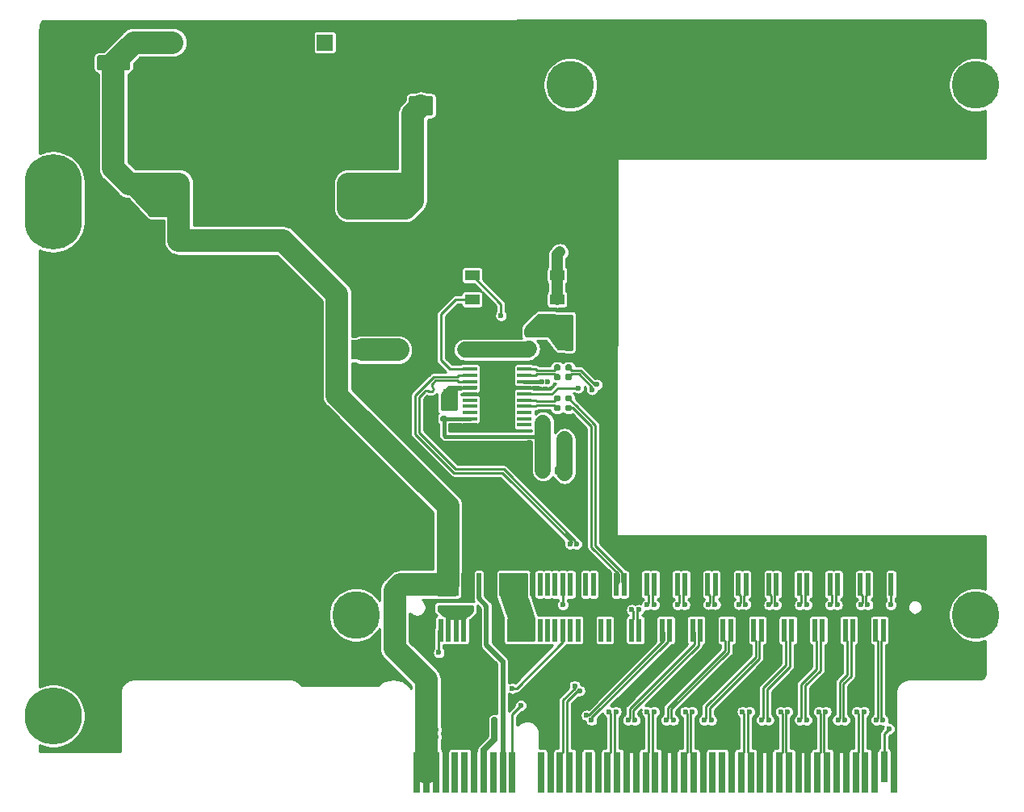
<source format=gtl>
%TF.GenerationSoftware,KiCad,Pcbnew,(5.1.9)-1*%
%TF.CreationDate,2021-05-23T18:39:34+08:00*%
%TF.ProjectId,V1,56312e6b-6963-4616-945f-706362585858,rev?*%
%TF.SameCoordinates,Original*%
%TF.FileFunction,Copper,L1,Top*%
%TF.FilePolarity,Positive*%
%FSLAX46Y46*%
G04 Gerber Fmt 4.6, Leading zero omitted, Abs format (unit mm)*
G04 Created by KiCad (PCBNEW (5.1.9)-1) date 2021-05-23 18:39:34*
%MOMM*%
%LPD*%
G01*
G04 APERTURE LIST*
%TA.AperFunction,SMDPad,CuDef*%
%ADD10R,1.570000X0.410000*%
%TD*%
%TA.AperFunction,SMDPad,CuDef*%
%ADD11R,1.500000X1.100000*%
%TD*%
%TA.AperFunction,ConnectorPad*%
%ADD12R,0.700000X4.300000*%
%TD*%
%TA.AperFunction,ConnectorPad*%
%ADD13R,0.700000X3.200000*%
%TD*%
%TA.AperFunction,ComponentPad*%
%ADD14O,6.000000X10.000000*%
%TD*%
%TA.AperFunction,ComponentPad*%
%ADD15C,6.000000*%
%TD*%
%TA.AperFunction,SMDPad,CuDef*%
%ADD16R,0.500000X2.400000*%
%TD*%
%TA.AperFunction,ComponentPad*%
%ADD17C,5.000000*%
%TD*%
%TA.AperFunction,ComponentPad*%
%ADD18R,1.700000X1.700000*%
%TD*%
%TA.AperFunction,ComponentPad*%
%ADD19O,1.700000X1.700000*%
%TD*%
%TA.AperFunction,SMDPad,CuDef*%
%ADD20R,2.400000X2.000000*%
%TD*%
%TA.AperFunction,ComponentPad*%
%ADD21C,1.700000*%
%TD*%
%TA.AperFunction,ConnectorPad*%
%ADD22O,4.240000X1.700000*%
%TD*%
%TA.AperFunction,ViaPad*%
%ADD23C,0.600000*%
%TD*%
%TA.AperFunction,ViaPad*%
%ADD24C,0.800000*%
%TD*%
%TA.AperFunction,Conductor*%
%ADD25C,2.400000*%
%TD*%
%TA.AperFunction,Conductor*%
%ADD26C,0.500000*%
%TD*%
%TA.AperFunction,Conductor*%
%ADD27C,0.700000*%
%TD*%
%TA.AperFunction,Conductor*%
%ADD28C,1.700000*%
%TD*%
%TA.AperFunction,Conductor*%
%ADD29C,0.250000*%
%TD*%
%TA.AperFunction,Conductor*%
%ADD30C,0.254000*%
%TD*%
%TA.AperFunction,Conductor*%
%ADD31C,0.381000*%
%TD*%
%TA.AperFunction,Conductor*%
%ADD32C,1.200000*%
%TD*%
%TA.AperFunction,Conductor*%
%ADD33C,0.100000*%
%TD*%
G04 APERTURE END LIST*
%TA.AperFunction,SMDPad,CuDef*%
G36*
G01*
X149975000Y-76212500D02*
X149975000Y-75737500D01*
G75*
G02*
X150212500Y-75500000I237500J0D01*
G01*
X150712500Y-75500000D01*
G75*
G02*
X150950000Y-75737500I0J-237500D01*
G01*
X150950000Y-76212500D01*
G75*
G02*
X150712500Y-76450000I-237500J0D01*
G01*
X150212500Y-76450000D01*
G75*
G02*
X149975000Y-76212500I0J237500D01*
G01*
G37*
%TD.AperFunction*%
%TA.AperFunction,SMDPad,CuDef*%
G36*
G01*
X148150000Y-76212500D02*
X148150000Y-75737500D01*
G75*
G02*
X148387500Y-75500000I237500J0D01*
G01*
X148887500Y-75500000D01*
G75*
G02*
X149125000Y-75737500I0J-237500D01*
G01*
X149125000Y-76212500D01*
G75*
G02*
X148887500Y-76450000I-237500J0D01*
G01*
X148387500Y-76450000D01*
G75*
G02*
X148150000Y-76212500I0J237500D01*
G01*
G37*
%TD.AperFunction*%
D10*
X139180000Y-88275000D03*
X139180000Y-88925000D03*
X139180000Y-89575000D03*
X139180000Y-90225000D03*
X139180000Y-90875000D03*
X139180000Y-91525000D03*
X139180000Y-92175000D03*
X139180000Y-92825000D03*
X139180000Y-93475000D03*
X139180000Y-94125000D03*
X144920000Y-94125000D03*
X144920000Y-93475000D03*
X144920000Y-92825000D03*
X144920000Y-92175000D03*
X144920000Y-91525000D03*
X144920000Y-90875000D03*
X144920000Y-90225000D03*
X144920000Y-89575000D03*
X144920000Y-88925000D03*
X144920000Y-88275000D03*
D11*
X139450000Y-80970000D03*
X148350000Y-80970000D03*
X139450000Y-78430000D03*
X148350000Y-78430000D03*
%TA.AperFunction,SMDPad,CuDef*%
G36*
G01*
X148710000Y-92190000D02*
X148710000Y-92510000D01*
G75*
G02*
X148550000Y-92670000I-160000J0D01*
G01*
X148155000Y-92670000D01*
G75*
G02*
X147995000Y-92510000I0J160000D01*
G01*
X147995000Y-92190000D01*
G75*
G02*
X148155000Y-92030000I160000J0D01*
G01*
X148550000Y-92030000D01*
G75*
G02*
X148710000Y-92190000I0J-160000D01*
G01*
G37*
%TD.AperFunction*%
%TA.AperFunction,SMDPad,CuDef*%
G36*
G01*
X149905000Y-92190000D02*
X149905000Y-92510000D01*
G75*
G02*
X149745000Y-92670000I-160000J0D01*
G01*
X149350000Y-92670000D01*
G75*
G02*
X149190000Y-92510000I0J160000D01*
G01*
X149190000Y-92190000D01*
G75*
G02*
X149350000Y-92030000I160000J0D01*
G01*
X149745000Y-92030000D01*
G75*
G02*
X149905000Y-92190000I0J-160000D01*
G01*
G37*
%TD.AperFunction*%
%TA.AperFunction,SMDPad,CuDef*%
G36*
G01*
X148710000Y-91190000D02*
X148710000Y-91510000D01*
G75*
G02*
X148550000Y-91670000I-160000J0D01*
G01*
X148155000Y-91670000D01*
G75*
G02*
X147995000Y-91510000I0J160000D01*
G01*
X147995000Y-91190000D01*
G75*
G02*
X148155000Y-91030000I160000J0D01*
G01*
X148550000Y-91030000D01*
G75*
G02*
X148710000Y-91190000I0J-160000D01*
G01*
G37*
%TD.AperFunction*%
%TA.AperFunction,SMDPad,CuDef*%
G36*
G01*
X149905000Y-91190000D02*
X149905000Y-91510000D01*
G75*
G02*
X149745000Y-91670000I-160000J0D01*
G01*
X149350000Y-91670000D01*
G75*
G02*
X149190000Y-91510000I0J160000D01*
G01*
X149190000Y-91190000D01*
G75*
G02*
X149350000Y-91030000I160000J0D01*
G01*
X149745000Y-91030000D01*
G75*
G02*
X149905000Y-91190000I0J-160000D01*
G01*
G37*
%TD.AperFunction*%
%TA.AperFunction,SMDPad,CuDef*%
G36*
G01*
X148710000Y-88940000D02*
X148710000Y-89260000D01*
G75*
G02*
X148550000Y-89420000I-160000J0D01*
G01*
X148155000Y-89420000D01*
G75*
G02*
X147995000Y-89260000I0J160000D01*
G01*
X147995000Y-88940000D01*
G75*
G02*
X148155000Y-88780000I160000J0D01*
G01*
X148550000Y-88780000D01*
G75*
G02*
X148710000Y-88940000I0J-160000D01*
G01*
G37*
%TD.AperFunction*%
%TA.AperFunction,SMDPad,CuDef*%
G36*
G01*
X149905000Y-88940000D02*
X149905000Y-89260000D01*
G75*
G02*
X149745000Y-89420000I-160000J0D01*
G01*
X149350000Y-89420000D01*
G75*
G02*
X149190000Y-89260000I0J160000D01*
G01*
X149190000Y-88940000D01*
G75*
G02*
X149350000Y-88780000I160000J0D01*
G01*
X149745000Y-88780000D01*
G75*
G02*
X149905000Y-88940000I0J-160000D01*
G01*
G37*
%TD.AperFunction*%
%TA.AperFunction,SMDPad,CuDef*%
G36*
G01*
X148710000Y-87940000D02*
X148710000Y-88260000D01*
G75*
G02*
X148550000Y-88420000I-160000J0D01*
G01*
X148155000Y-88420000D01*
G75*
G02*
X147995000Y-88260000I0J160000D01*
G01*
X147995000Y-87940000D01*
G75*
G02*
X148155000Y-87780000I160000J0D01*
G01*
X148550000Y-87780000D01*
G75*
G02*
X148710000Y-87940000I0J-160000D01*
G01*
G37*
%TD.AperFunction*%
%TA.AperFunction,SMDPad,CuDef*%
G36*
G01*
X149905000Y-87940000D02*
X149905000Y-88260000D01*
G75*
G02*
X149745000Y-88420000I-160000J0D01*
G01*
X149350000Y-88420000D01*
G75*
G02*
X149190000Y-88260000I0J160000D01*
G01*
X149190000Y-87940000D01*
G75*
G02*
X149350000Y-87780000I160000J0D01*
G01*
X149745000Y-87780000D01*
G75*
G02*
X149905000Y-87940000I0J-160000D01*
G01*
G37*
%TD.AperFunction*%
%TA.AperFunction,SMDPad,CuDef*%
G36*
G01*
X148100000Y-99137500D02*
X148100000Y-98662500D01*
G75*
G02*
X148337500Y-98425000I237500J0D01*
G01*
X148912500Y-98425000D01*
G75*
G02*
X149150000Y-98662500I0J-237500D01*
G01*
X149150000Y-99137500D01*
G75*
G02*
X148912500Y-99375000I-237500J0D01*
G01*
X148337500Y-99375000D01*
G75*
G02*
X148100000Y-99137500I0J237500D01*
G01*
G37*
%TD.AperFunction*%
%TA.AperFunction,SMDPad,CuDef*%
G36*
G01*
X146350000Y-99137500D02*
X146350000Y-98662500D01*
G75*
G02*
X146587500Y-98425000I237500J0D01*
G01*
X147162500Y-98425000D01*
G75*
G02*
X147400000Y-98662500I0J-237500D01*
G01*
X147400000Y-99137500D01*
G75*
G02*
X147162500Y-99375000I-237500J0D01*
G01*
X146587500Y-99375000D01*
G75*
G02*
X146350000Y-99137500I0J237500D01*
G01*
G37*
%TD.AperFunction*%
%TA.AperFunction,SMDPad,CuDef*%
G36*
G01*
X145637500Y-84925000D02*
X145162500Y-84925000D01*
G75*
G02*
X144925000Y-84687500I0J237500D01*
G01*
X144925000Y-84112500D01*
G75*
G02*
X145162500Y-83875000I237500J0D01*
G01*
X145637500Y-83875000D01*
G75*
G02*
X145875000Y-84112500I0J-237500D01*
G01*
X145875000Y-84687500D01*
G75*
G02*
X145637500Y-84925000I-237500J0D01*
G01*
G37*
%TD.AperFunction*%
%TA.AperFunction,SMDPad,CuDef*%
G36*
G01*
X145637500Y-86675000D02*
X145162500Y-86675000D01*
G75*
G02*
X144925000Y-86437500I0J237500D01*
G01*
X144925000Y-85862500D01*
G75*
G02*
X145162500Y-85625000I237500J0D01*
G01*
X145637500Y-85625000D01*
G75*
G02*
X145875000Y-85862500I0J-237500D01*
G01*
X145875000Y-86437500D01*
G75*
G02*
X145637500Y-86675000I-237500J0D01*
G01*
G37*
%TD.AperFunction*%
D12*
X147650000Y-130550000D03*
X146650000Y-130550000D03*
X152650000Y-130550000D03*
X151650000Y-130550000D03*
X150650000Y-130550000D03*
X149650000Y-130550000D03*
X148650000Y-130550000D03*
X143650000Y-130550000D03*
X142650000Y-130550000D03*
X141650000Y-130550000D03*
X140650000Y-130550000D03*
X139650000Y-130550000D03*
X138650000Y-130550000D03*
X137650000Y-130550000D03*
X136650000Y-130550000D03*
X135650000Y-130550000D03*
X134650000Y-130550000D03*
X133650000Y-130550000D03*
X153650000Y-130550000D03*
X154650000Y-130550000D03*
X155650000Y-130550000D03*
X156650000Y-130550000D03*
X157650000Y-130550000D03*
X158650000Y-130550000D03*
X159650000Y-130550000D03*
X160650000Y-130550000D03*
X161650000Y-130550000D03*
X162650000Y-130550000D03*
X163650000Y-130550000D03*
X164650000Y-130550000D03*
X165650000Y-130550000D03*
X166650000Y-130550000D03*
X167650000Y-130550000D03*
X168650000Y-130550000D03*
X169650000Y-130550000D03*
X170650000Y-130550000D03*
X171650000Y-130550000D03*
X172650000Y-130550000D03*
X173650000Y-130550000D03*
X174650000Y-130550000D03*
X175650000Y-130550000D03*
X176650000Y-130550000D03*
X177650000Y-130550000D03*
X178650000Y-130550000D03*
X179650000Y-130550000D03*
X180650000Y-130550000D03*
X181650000Y-130550000D03*
D13*
X182650000Y-130000000D03*
D12*
X183650000Y-130550000D03*
%TA.AperFunction,SMDPad,CuDef*%
G36*
G01*
X145625000Y-97137500D02*
X145625000Y-97612500D01*
G75*
G02*
X145387500Y-97850000I-237500J0D01*
G01*
X144787500Y-97850000D01*
G75*
G02*
X144550000Y-97612500I0J237500D01*
G01*
X144550000Y-97137500D01*
G75*
G02*
X144787500Y-96900000I237500J0D01*
G01*
X145387500Y-96900000D01*
G75*
G02*
X145625000Y-97137500I0J-237500D01*
G01*
G37*
%TD.AperFunction*%
%TA.AperFunction,SMDPad,CuDef*%
G36*
G01*
X147350000Y-97137500D02*
X147350000Y-97612500D01*
G75*
G02*
X147112500Y-97850000I-237500J0D01*
G01*
X146512500Y-97850000D01*
G75*
G02*
X146275000Y-97612500I0J237500D01*
G01*
X146275000Y-97137500D01*
G75*
G02*
X146512500Y-96900000I237500J0D01*
G01*
X147112500Y-96900000D01*
G75*
G02*
X147350000Y-97137500I0J-237500D01*
G01*
G37*
%TD.AperFunction*%
%TA.AperFunction,SMDPad,CuDef*%
G36*
G01*
X135700000Y-93320000D02*
X135700000Y-93630000D01*
G75*
G02*
X135545000Y-93785000I-155000J0D01*
G01*
X135120000Y-93785000D01*
G75*
G02*
X134965000Y-93630000I0J155000D01*
G01*
X134965000Y-93320000D01*
G75*
G02*
X135120000Y-93165000I155000J0D01*
G01*
X135545000Y-93165000D01*
G75*
G02*
X135700000Y-93320000I0J-155000D01*
G01*
G37*
%TD.AperFunction*%
%TA.AperFunction,SMDPad,CuDef*%
G36*
G01*
X136835000Y-93320000D02*
X136835000Y-93630000D01*
G75*
G02*
X136680000Y-93785000I-155000J0D01*
G01*
X136255000Y-93785000D01*
G75*
G02*
X136100000Y-93630000I0J155000D01*
G01*
X136100000Y-93320000D01*
G75*
G02*
X136255000Y-93165000I155000J0D01*
G01*
X136680000Y-93165000D01*
G75*
G02*
X136835000Y-93320000I0J-155000D01*
G01*
G37*
%TD.AperFunction*%
%TA.AperFunction,SMDPad,CuDef*%
G36*
G01*
X145800000Y-95870000D02*
X145800000Y-96180000D01*
G75*
G02*
X145645000Y-96335000I-155000J0D01*
G01*
X145220000Y-96335000D01*
G75*
G02*
X145065000Y-96180000I0J155000D01*
G01*
X145065000Y-95870000D01*
G75*
G02*
X145220000Y-95715000I155000J0D01*
G01*
X145645000Y-95715000D01*
G75*
G02*
X145800000Y-95870000I0J-155000D01*
G01*
G37*
%TD.AperFunction*%
%TA.AperFunction,SMDPad,CuDef*%
G36*
G01*
X146935000Y-95870000D02*
X146935000Y-96180000D01*
G75*
G02*
X146780000Y-96335000I-155000J0D01*
G01*
X146355000Y-96335000D01*
G75*
G02*
X146200000Y-96180000I0J155000D01*
G01*
X146200000Y-95870000D01*
G75*
G02*
X146355000Y-95715000I155000J0D01*
G01*
X146780000Y-95715000D01*
G75*
G02*
X146935000Y-95870000I0J-155000D01*
G01*
G37*
%TD.AperFunction*%
%TA.AperFunction,SMDPad,CuDef*%
G36*
G01*
X144112500Y-84925000D02*
X143637500Y-84925000D01*
G75*
G02*
X143400000Y-84687500I0J237500D01*
G01*
X143400000Y-84087500D01*
G75*
G02*
X143637500Y-83850000I237500J0D01*
G01*
X144112500Y-83850000D01*
G75*
G02*
X144350000Y-84087500I0J-237500D01*
G01*
X144350000Y-84687500D01*
G75*
G02*
X144112500Y-84925000I-237500J0D01*
G01*
G37*
%TD.AperFunction*%
%TA.AperFunction,SMDPad,CuDef*%
G36*
G01*
X144112500Y-86650000D02*
X143637500Y-86650000D01*
G75*
G02*
X143400000Y-86412500I0J237500D01*
G01*
X143400000Y-85812500D01*
G75*
G02*
X143637500Y-85575000I237500J0D01*
G01*
X144112500Y-85575000D01*
G75*
G02*
X144350000Y-85812500I0J-237500D01*
G01*
X144350000Y-86412500D01*
G75*
G02*
X144112500Y-86650000I-237500J0D01*
G01*
G37*
%TD.AperFunction*%
%TA.AperFunction,SMDPad,CuDef*%
G36*
G01*
X141530000Y-85175000D02*
X141220000Y-85175000D01*
G75*
G02*
X141065000Y-85020000I0J155000D01*
G01*
X141065000Y-84595000D01*
G75*
G02*
X141220000Y-84440000I155000J0D01*
G01*
X141530000Y-84440000D01*
G75*
G02*
X141685000Y-84595000I0J-155000D01*
G01*
X141685000Y-85020000D01*
G75*
G02*
X141530000Y-85175000I-155000J0D01*
G01*
G37*
%TD.AperFunction*%
%TA.AperFunction,SMDPad,CuDef*%
G36*
G01*
X141530000Y-86310000D02*
X141220000Y-86310000D01*
G75*
G02*
X141065000Y-86155000I0J155000D01*
G01*
X141065000Y-85730000D01*
G75*
G02*
X141220000Y-85575000I155000J0D01*
G01*
X141530000Y-85575000D01*
G75*
G02*
X141685000Y-85730000I0J-155000D01*
G01*
X141685000Y-86155000D01*
G75*
G02*
X141530000Y-86310000I-155000J0D01*
G01*
G37*
%TD.AperFunction*%
%TA.AperFunction,SMDPad,CuDef*%
G36*
G01*
X142580000Y-85175000D02*
X142270000Y-85175000D01*
G75*
G02*
X142115000Y-85020000I0J155000D01*
G01*
X142115000Y-84595000D01*
G75*
G02*
X142270000Y-84440000I155000J0D01*
G01*
X142580000Y-84440000D01*
G75*
G02*
X142735000Y-84595000I0J-155000D01*
G01*
X142735000Y-85020000D01*
G75*
G02*
X142580000Y-85175000I-155000J0D01*
G01*
G37*
%TD.AperFunction*%
%TA.AperFunction,SMDPad,CuDef*%
G36*
G01*
X142580000Y-86310000D02*
X142270000Y-86310000D01*
G75*
G02*
X142115000Y-86155000I0J155000D01*
G01*
X142115000Y-85730000D01*
G75*
G02*
X142270000Y-85575000I155000J0D01*
G01*
X142580000Y-85575000D01*
G75*
G02*
X142735000Y-85730000I0J-155000D01*
G01*
X142735000Y-86155000D01*
G75*
G02*
X142580000Y-86310000I-155000J0D01*
G01*
G37*
%TD.AperFunction*%
D14*
X95500000Y-70739000D03*
D15*
X95500000Y-124650001D03*
D16*
X183350000Y-110850000D03*
X182550000Y-110850000D03*
X181750000Y-110850000D03*
X180950000Y-110850000D03*
X180150000Y-110850000D03*
X179350000Y-110850000D03*
X178550000Y-110850000D03*
X177750000Y-110850000D03*
X176950000Y-110850000D03*
X176150000Y-110850000D03*
X175350000Y-110850000D03*
X174550000Y-110850000D03*
X173750000Y-110850000D03*
X172950000Y-110850000D03*
X172150000Y-110850000D03*
X171350000Y-110850000D03*
X170550000Y-110850000D03*
X169750000Y-110850000D03*
X168950000Y-110850000D03*
X168150000Y-110850000D03*
X167350000Y-110850000D03*
X166550000Y-110850000D03*
X165750000Y-110850000D03*
X164950000Y-110850000D03*
X164150000Y-110850000D03*
X163350000Y-110850000D03*
X162550000Y-110850000D03*
X161750000Y-110850000D03*
X160950000Y-110850000D03*
X160150000Y-110850000D03*
X159350000Y-110850000D03*
X158550000Y-110850000D03*
X157750000Y-110850000D03*
X156950000Y-110850000D03*
X156150000Y-110850000D03*
X155350000Y-110850000D03*
X154550000Y-110850000D03*
X153750000Y-110850000D03*
X152950000Y-110850000D03*
X152150000Y-110850000D03*
X151350000Y-110850000D03*
X150550000Y-110850000D03*
X149750000Y-110850000D03*
X148950000Y-110850000D03*
X148150000Y-110850000D03*
X147350000Y-110850000D03*
X146550000Y-110850000D03*
X145750000Y-110850000D03*
X144950000Y-110850000D03*
X144150000Y-110850000D03*
X143350000Y-110850000D03*
X142550000Y-110850000D03*
X141750000Y-110850000D03*
X140950000Y-110850000D03*
X140150000Y-110850000D03*
X139350000Y-110850000D03*
X138550000Y-110850000D03*
X137750000Y-110850000D03*
X136950000Y-110850000D03*
X136150000Y-110850000D03*
X183350000Y-115650000D03*
X182550000Y-115650000D03*
X181750000Y-115650000D03*
X180950000Y-115650000D03*
X180150000Y-115650000D03*
X179350000Y-115650000D03*
X178550000Y-115650000D03*
X177750000Y-115650000D03*
X176950000Y-115650000D03*
X176150000Y-115650000D03*
X175350000Y-115650000D03*
X174550000Y-115650000D03*
X173750000Y-115650000D03*
X172950000Y-115650000D03*
X172150000Y-115650000D03*
X171350000Y-115650000D03*
X170550000Y-115650000D03*
X169750000Y-115650000D03*
X168950000Y-115650000D03*
X168150000Y-115650000D03*
X167350000Y-115650000D03*
X166550000Y-115650000D03*
X165750000Y-115650000D03*
X164950000Y-115650000D03*
X164150000Y-115650000D03*
X163350000Y-115650000D03*
X162550000Y-115650000D03*
X161750000Y-115650000D03*
X160950000Y-115650000D03*
X160150000Y-115650000D03*
X159350000Y-115650000D03*
X158550000Y-115650000D03*
X157750000Y-115650000D03*
X156950000Y-115650000D03*
X156150000Y-115650000D03*
X155350000Y-115650000D03*
X154550000Y-115650000D03*
X153750000Y-115650000D03*
X152950000Y-115650000D03*
X152150000Y-115650000D03*
X151350000Y-115650000D03*
X150550000Y-115650000D03*
X149750000Y-115650000D03*
X148950000Y-115650000D03*
X148150000Y-115650000D03*
X147350000Y-115650000D03*
X146550000Y-115650000D03*
X145750000Y-115650000D03*
X144950000Y-115650000D03*
X144150000Y-115650000D03*
X143350000Y-115650000D03*
X142550000Y-115650000D03*
X141750000Y-115650000D03*
X140950000Y-115650000D03*
X140150000Y-115650000D03*
X139350000Y-115650000D03*
X138550000Y-115650000D03*
X137750000Y-115650000D03*
X136950000Y-115650000D03*
D17*
X192250000Y-114050000D03*
X192250000Y-58450000D03*
X149750000Y-58450000D03*
D16*
X136150000Y-115650000D03*
D17*
X127250000Y-114050000D03*
D18*
X124000000Y-54000000D03*
D19*
X126540000Y-54000000D03*
D18*
X108000000Y-54000000D03*
D19*
X110540000Y-54000000D03*
D20*
X127925000Y-86250000D03*
X125275000Y-86250000D03*
D21*
X126468000Y-71374000D03*
D22*
X127738000Y-71374000D03*
X127738000Y-68834000D03*
D21*
X126468000Y-68834000D03*
D22*
X127738000Y-61214000D03*
D21*
X126468000Y-58674000D03*
X126468000Y-61214000D03*
D22*
X127738000Y-58674000D03*
X107418000Y-61214000D03*
D21*
X108688000Y-61214000D03*
D22*
X107418000Y-58674000D03*
D21*
X108688000Y-58674000D03*
D22*
X107418000Y-71374000D03*
D21*
X108688000Y-71374000D03*
D22*
X107418000Y-68834000D03*
D21*
X108688000Y-68834000D03*
%TA.AperFunction,SMDPad,CuDef*%
G36*
G01*
X132574000Y-67046000D02*
X132574000Y-65796000D01*
G75*
G02*
X132824000Y-65546000I250000J0D01*
G01*
X133574000Y-65546000D01*
G75*
G02*
X133824000Y-65796000I0J-250000D01*
G01*
X133824000Y-67046000D01*
G75*
G02*
X133574000Y-67296000I-250000J0D01*
G01*
X132824000Y-67296000D01*
G75*
G02*
X132574000Y-67046000I0J250000D01*
G01*
G37*
%TD.AperFunction*%
%TA.AperFunction,SMDPad,CuDef*%
G36*
G01*
X135374000Y-67046000D02*
X135374000Y-65796000D01*
G75*
G02*
X135624000Y-65546000I250000J0D01*
G01*
X136374000Y-65546000D01*
G75*
G02*
X136624000Y-65796000I0J-250000D01*
G01*
X136624000Y-67046000D01*
G75*
G02*
X136374000Y-67296000I-250000J0D01*
G01*
X135624000Y-67296000D01*
G75*
G02*
X135374000Y-67046000I0J250000D01*
G01*
G37*
%TD.AperFunction*%
%TA.AperFunction,SMDPad,CuDef*%
G36*
G01*
X132574000Y-71237000D02*
X132574000Y-69987000D01*
G75*
G02*
X132824000Y-69737000I250000J0D01*
G01*
X133574000Y-69737000D01*
G75*
G02*
X133824000Y-69987000I0J-250000D01*
G01*
X133824000Y-71237000D01*
G75*
G02*
X133574000Y-71487000I-250000J0D01*
G01*
X132824000Y-71487000D01*
G75*
G02*
X132574000Y-71237000I0J250000D01*
G01*
G37*
%TD.AperFunction*%
%TA.AperFunction,SMDPad,CuDef*%
G36*
G01*
X135374000Y-71237000D02*
X135374000Y-69987000D01*
G75*
G02*
X135624000Y-69737000I250000J0D01*
G01*
X136374000Y-69737000D01*
G75*
G02*
X136624000Y-69987000I0J-250000D01*
G01*
X136624000Y-71237000D01*
G75*
G02*
X136374000Y-71487000I-250000J0D01*
G01*
X135624000Y-71487000D01*
G75*
G02*
X135374000Y-71237000I0J250000D01*
G01*
G37*
%TD.AperFunction*%
%TA.AperFunction,SMDPad,CuDef*%
G36*
G01*
X135113000Y-61681000D02*
X133063000Y-61681000D01*
G75*
G02*
X132813000Y-61431000I0J250000D01*
G01*
X132813000Y-59856000D01*
G75*
G02*
X133063000Y-59606000I250000J0D01*
G01*
X135113000Y-59606000D01*
G75*
G02*
X135363000Y-59856000I0J-250000D01*
G01*
X135363000Y-61431000D01*
G75*
G02*
X135113000Y-61681000I-250000J0D01*
G01*
G37*
%TD.AperFunction*%
%TA.AperFunction,SMDPad,CuDef*%
G36*
G01*
X135113000Y-55456000D02*
X133063000Y-55456000D01*
G75*
G02*
X132813000Y-55206000I0J250000D01*
G01*
X132813000Y-53631000D01*
G75*
G02*
X133063000Y-53381000I250000J0D01*
G01*
X135113000Y-53381000D01*
G75*
G02*
X135363000Y-53631000I0J-250000D01*
G01*
X135363000Y-55206000D01*
G75*
G02*
X135113000Y-55456000I-250000J0D01*
G01*
G37*
%TD.AperFunction*%
%TA.AperFunction,SMDPad,CuDef*%
G36*
G01*
X97986000Y-55584000D02*
X97986000Y-56684000D01*
G75*
G02*
X97736000Y-56934000I-250000J0D01*
G01*
X94736000Y-56934000D01*
G75*
G02*
X94486000Y-56684000I0J250000D01*
G01*
X94486000Y-55584000D01*
G75*
G02*
X94736000Y-55334000I250000J0D01*
G01*
X97736000Y-55334000D01*
G75*
G02*
X97986000Y-55584000I0J-250000D01*
G01*
G37*
%TD.AperFunction*%
%TA.AperFunction,SMDPad,CuDef*%
G36*
G01*
X103586000Y-55584000D02*
X103586000Y-56684000D01*
G75*
G02*
X103336000Y-56934000I-250000J0D01*
G01*
X100336000Y-56934000D01*
G75*
G02*
X100086000Y-56684000I0J250000D01*
G01*
X100086000Y-55584000D01*
G75*
G02*
X100336000Y-55334000I250000J0D01*
G01*
X103336000Y-55334000D01*
G75*
G02*
X103586000Y-55584000I0J-250000D01*
G01*
G37*
%TD.AperFunction*%
D23*
X134650000Y-126081000D03*
X134650000Y-126843000D03*
X135650000Y-126859000D03*
X135650000Y-126097000D03*
X156704000Y-107544000D03*
X172550000Y-113000000D03*
X175750000Y-113025000D03*
X178950000Y-113000000D03*
X182150000Y-113025000D03*
X145022000Y-76429000D03*
X142450000Y-76450000D03*
X181150000Y-126600000D03*
X177150000Y-126600000D03*
X179150000Y-126600000D03*
X173150000Y-126600000D03*
X175150000Y-126600000D03*
X171150000Y-126600000D03*
X169150000Y-126600000D03*
X157150000Y-126600000D03*
X155150000Y-126600000D03*
X152650000Y-126600000D03*
X150150000Y-126600000D03*
X159150000Y-126600000D03*
X147150000Y-126600000D03*
X147150000Y-121500000D03*
X161150000Y-126600000D03*
X163150000Y-126600000D03*
X169350000Y-112950000D03*
X166497000Y-126619000D03*
X137795000Y-126111000D03*
X138938000Y-126111000D03*
X165100000Y-126619000D03*
X166150000Y-112975000D03*
X162950000Y-113000000D03*
X159750000Y-113000000D03*
X152273000Y-113030000D03*
X156464000Y-117983000D03*
X152019000Y-117856000D03*
X151130000Y-123190000D03*
X112498000Y-60960000D03*
X142367000Y-66294000D03*
X144907000Y-66294000D03*
X147447000Y-66294000D03*
X149987000Y-66294000D03*
X142367000Y-68834000D03*
X144907000Y-68834000D03*
X147447000Y-68834000D03*
X149987000Y-68834000D03*
X115038000Y-60960000D03*
X117578000Y-60960000D03*
X112498000Y-63500000D03*
X115038000Y-63500000D03*
X117578000Y-63500000D03*
X112498000Y-66040000D03*
X115038000Y-66040000D03*
X117578000Y-66040000D03*
X112498000Y-68580000D03*
X115038000Y-68580000D03*
X117578000Y-68580000D03*
X112498000Y-71120000D03*
X115038000Y-71120000D03*
X117578000Y-71120000D03*
X143764000Y-107569000D03*
X146304000Y-107569000D03*
X148844000Y-107569000D03*
X151384000Y-107569000D03*
X159004000Y-107569000D03*
X161544000Y-107569000D03*
X164084000Y-107569000D03*
X166624000Y-107569000D03*
X169164000Y-107569000D03*
X171704000Y-107569000D03*
X174244000Y-107569000D03*
X176784000Y-107569000D03*
X179324000Y-107569000D03*
X181864000Y-107569000D03*
X184404000Y-107569000D03*
X186944000Y-107569000D03*
X189484000Y-107569000D03*
X192024000Y-107569000D03*
X96901000Y-109855000D03*
X99441000Y-109855000D03*
X101981000Y-109855000D03*
X104521000Y-109855000D03*
X107061000Y-109855000D03*
X109601000Y-109855000D03*
X112141000Y-109855000D03*
X114681000Y-109855000D03*
X117221000Y-109855000D03*
X119761000Y-109855000D03*
X96901000Y-112395000D03*
X99441000Y-112395000D03*
X101981000Y-112395000D03*
X104521000Y-112395000D03*
X107061000Y-112395000D03*
X109601000Y-112395000D03*
X112141000Y-112395000D03*
X114681000Y-112395000D03*
X117221000Y-112395000D03*
X119761000Y-112395000D03*
X96901000Y-114935000D03*
X99441000Y-114935000D03*
X101981000Y-114935000D03*
X104521000Y-114935000D03*
X107061000Y-114935000D03*
X109601000Y-114935000D03*
X112141000Y-114935000D03*
X114681000Y-114935000D03*
X117221000Y-114935000D03*
X119761000Y-114935000D03*
X94718000Y-61722000D03*
X97258000Y-61722000D03*
X99798000Y-61722000D03*
X94718000Y-64262000D03*
X97258000Y-64262000D03*
X99798000Y-64262000D03*
X144907000Y-73914000D03*
X147447000Y-71374000D03*
X149987000Y-73914000D03*
X147447000Y-73914000D03*
X142367000Y-73914000D03*
X142367000Y-71374000D03*
X144907000Y-71374000D03*
X149987000Y-71374000D03*
X183650000Y-126975000D03*
X149492000Y-96979000D03*
X149475000Y-95475000D03*
X148792000Y-96954000D03*
X149475000Y-96200000D03*
X148775000Y-95475000D03*
X148775000Y-96204000D03*
X149517000Y-85779000D03*
X148817000Y-85754000D03*
X149500000Y-85000000D03*
X148800000Y-85004000D03*
X149500000Y-84275000D03*
X148800000Y-84275000D03*
X142975000Y-112700000D03*
X143775000Y-112700000D03*
X144575000Y-112700000D03*
X143775000Y-113800000D03*
X144575000Y-113800000D03*
X145375000Y-113800000D03*
X141800000Y-127100000D03*
X141800000Y-126100000D03*
X141800000Y-125100000D03*
X144570152Y-123570152D03*
X148950000Y-113000000D03*
X143650000Y-121750000D03*
X150413500Y-106625000D03*
X149686500Y-106625000D03*
X162513500Y-124200000D03*
X168113500Y-112950000D03*
X161786500Y-124200000D03*
X167386500Y-112950000D03*
X164913500Y-112950000D03*
X158513500Y-124200000D03*
X164186500Y-112950000D03*
X157786500Y-124200000D03*
X154513500Y-124200000D03*
X161713500Y-112997901D03*
X153786500Y-124200000D03*
X160986500Y-112997901D03*
X157786500Y-112998622D03*
X150192966Y-121492966D03*
X158513500Y-112998622D03*
X150707034Y-122007034D03*
X164513500Y-125100000D03*
X163786500Y-125100000D03*
X160513500Y-125100000D03*
X159786500Y-125100000D03*
X156513500Y-125100000D03*
X155786500Y-125100000D03*
X151442966Y-124592966D03*
X151957034Y-125107034D03*
X183350000Y-113000000D03*
X183175000Y-126000000D03*
X135950000Y-118000000D03*
X130884000Y-86899000D03*
X130884000Y-85629000D03*
X132154000Y-85629000D03*
X132154000Y-86899000D03*
D24*
X136225000Y-113500000D03*
X137225000Y-113500000D03*
X139225000Y-113500000D03*
D23*
X130659000Y-68834000D03*
X131929000Y-68834000D03*
X130659000Y-70104000D03*
X131929000Y-70104000D03*
X130659000Y-71374000D03*
X131929000Y-71374000D03*
D24*
X138225000Y-113500000D03*
D23*
X136667000Y-91379000D03*
X136667000Y-92179000D03*
X136667000Y-90629000D03*
X137417000Y-90629000D03*
X137417000Y-92179000D03*
X137417000Y-91379000D03*
X138750000Y-86550000D03*
X139479000Y-86550000D03*
X139475000Y-85850000D03*
X140229000Y-86533000D03*
X140254000Y-85833000D03*
X138750000Y-85850000D03*
X146525000Y-93750000D03*
X146525000Y-94479000D03*
X147225000Y-94475000D03*
X146542000Y-95229000D03*
X147242000Y-95254000D03*
X147225000Y-93750000D03*
X147375000Y-89575000D03*
X146750000Y-89575000D03*
X182513500Y-125095000D03*
X181786500Y-125095000D03*
X178513500Y-125095000D03*
X177786500Y-125095000D03*
X167786500Y-124200000D03*
X170586500Y-113000000D03*
X168513500Y-124200000D03*
X171313500Y-113000000D03*
X171786500Y-124206000D03*
X173786500Y-113000000D03*
X172513500Y-124206000D03*
X174513500Y-113000000D03*
X175786500Y-124206000D03*
X176986500Y-113000000D03*
X176513500Y-124206000D03*
X177713500Y-113000000D03*
X179786500Y-124200000D03*
X180186500Y-113000000D03*
X180513500Y-124200000D03*
X180913500Y-113000000D03*
X169786500Y-125095000D03*
X170513500Y-125095000D03*
X173786500Y-125095000D03*
X174513500Y-125095000D03*
X156913500Y-113505272D03*
X152507034Y-89892966D03*
X156186500Y-113505272D03*
X151992966Y-90407034D03*
X150575000Y-90250000D03*
X142475000Y-82675000D03*
D25*
X108688000Y-68834000D02*
X108688000Y-71374000D01*
X108688000Y-68834000D02*
X106142000Y-68834000D01*
X101836000Y-67189000D02*
X101836000Y-56134000D01*
X108688000Y-68834000D02*
X103481000Y-68834000D01*
X103481000Y-68834000D02*
X101836000Y-67189000D01*
X103970000Y-54000000D02*
X108000000Y-54000000D01*
X101836000Y-56134000D02*
X103970000Y-54000000D01*
X108688000Y-74779000D02*
X108688000Y-71374000D01*
X131974000Y-110850000D02*
X135950000Y-110850000D01*
X131318000Y-111506000D02*
X131974000Y-110850000D01*
X131318000Y-117518000D02*
X131318000Y-111506000D01*
X134650000Y-120850000D02*
X131318000Y-117518000D01*
X134650000Y-130550000D02*
X134650000Y-120850000D01*
X125275000Y-86250000D02*
X125275000Y-80450000D01*
X119604000Y-74779000D02*
X108688000Y-74779000D01*
X125275000Y-80450000D02*
X119604000Y-74779000D01*
X136899999Y-102624999D02*
X136899999Y-110850000D01*
X125275000Y-91000000D02*
X136899999Y-102624999D01*
X125275000Y-86250000D02*
X125275000Y-91000000D01*
D26*
X181650000Y-127100000D02*
X181150000Y-126600000D01*
X181650000Y-130550000D02*
X181650000Y-127100000D01*
X178650000Y-127100000D02*
X179150000Y-126600000D01*
X178650000Y-130550000D02*
X178650000Y-127100000D01*
X177650000Y-127100000D02*
X177150000Y-126600000D01*
X177650000Y-130550000D02*
X177650000Y-127100000D01*
X174650000Y-127100000D02*
X175150000Y-126600000D01*
X174650000Y-130550000D02*
X174650000Y-127100000D01*
X173650000Y-127100000D02*
X173150000Y-126600000D01*
X173650000Y-130550000D02*
X173650000Y-127100000D01*
X170650000Y-130550000D02*
X170650000Y-127100000D01*
X170650000Y-127100000D02*
X171150000Y-126600000D01*
X169650000Y-130550000D02*
X169650000Y-127100000D01*
X169650000Y-127100000D02*
X169150000Y-126600000D01*
X160650000Y-130550000D02*
X160650000Y-127100000D01*
X160650000Y-127100000D02*
X161150000Y-126600000D01*
X163650000Y-130550000D02*
X163650000Y-127100000D01*
X163650000Y-127100000D02*
X163150000Y-126600000D01*
X147650000Y-127100000D02*
X147150000Y-126600000D01*
X147650000Y-130550000D02*
X147650000Y-127100000D01*
X150650000Y-127100000D02*
X150150000Y-126600000D01*
X150650000Y-130550000D02*
X150650000Y-127100000D01*
X155650000Y-127100000D02*
X155150000Y-126600000D01*
X155650000Y-130550000D02*
X155650000Y-127100000D01*
X156650000Y-127100000D02*
X157150000Y-126600000D01*
X156650000Y-130550000D02*
X156650000Y-127100000D01*
X159650000Y-127100000D02*
X159150000Y-126600000D01*
X159650000Y-130550000D02*
X159650000Y-127100000D01*
X139650000Y-126823000D02*
X138938000Y-126111000D01*
X139650000Y-130550000D02*
X139650000Y-126823000D01*
X136650000Y-127256000D02*
X137795000Y-126111000D01*
X136650000Y-130550000D02*
X136650000Y-127256000D01*
X152650000Y-130550000D02*
X152650000Y-126600000D01*
X166650000Y-126772000D02*
X166497000Y-126619000D01*
X166650000Y-130550000D02*
X166650000Y-126772000D01*
X183650000Y-130550000D02*
X183650000Y-126975000D01*
D27*
X140650000Y-130550000D02*
X140650000Y-128250000D01*
X140650000Y-128250000D02*
X141800000Y-127100000D01*
X141800000Y-127100000D02*
X141800000Y-126100000D01*
X141800000Y-126100000D02*
X141800000Y-125100000D01*
D28*
X149125000Y-95600000D02*
X149125000Y-99175000D01*
D26*
X140950000Y-117225000D02*
X140950000Y-115650000D01*
X142630308Y-118905308D02*
X140950000Y-117225000D01*
X142650000Y-118905308D02*
X142630308Y-118905308D01*
X142650000Y-130550000D02*
X142650000Y-118905308D01*
X140150000Y-112310002D02*
X140150000Y-110850000D01*
X140950000Y-113110002D02*
X140150000Y-112310002D01*
X140950000Y-115650000D02*
X140950000Y-113110002D01*
D29*
X143650000Y-130550000D02*
X143650000Y-124490304D01*
X143650000Y-124490304D02*
X144570152Y-123570152D01*
D30*
X148950000Y-110850000D02*
X148950000Y-113000000D01*
X144088602Y-121750000D02*
X148950000Y-116888602D01*
X148950000Y-116888602D02*
X148950000Y-115650000D01*
X143650000Y-121750000D02*
X144088602Y-121750000D01*
X135297204Y-89747204D02*
X135603908Y-89440500D01*
X135257098Y-89797497D02*
X135297204Y-89747204D01*
X135229187Y-89855454D02*
X135257098Y-89797497D01*
X138002499Y-89575000D02*
X139180000Y-89575000D01*
X135214873Y-89918168D02*
X135229187Y-89855454D01*
X135214873Y-89982496D02*
X135214873Y-89918168D01*
X135229187Y-90045210D02*
X135214873Y-89982496D01*
X135257098Y-90103167D02*
X135229187Y-90045210D01*
X134764690Y-90509708D02*
X134822647Y-90537619D01*
X135603908Y-89440500D02*
X137867999Y-89440500D01*
X134872940Y-90577726D02*
X134923235Y-90617832D01*
X134516977Y-90537619D02*
X134574934Y-90509708D01*
X134466684Y-90577726D02*
X134516977Y-90537619D01*
X133865500Y-94921092D02*
X133865500Y-91178908D01*
X133865500Y-91178908D02*
X134466684Y-90577726D01*
X137703908Y-98759500D02*
X133865500Y-94921092D01*
X134822647Y-90537619D02*
X134872940Y-90577726D01*
X150413500Y-106625000D02*
X150240500Y-106452000D01*
X142753908Y-98759500D02*
X137703908Y-98759500D01*
X135337313Y-90203754D02*
X135257098Y-90103167D01*
X134701976Y-90495394D02*
X134764690Y-90509708D01*
X150240500Y-106246092D02*
X142753908Y-98759500D01*
X135297204Y-90559718D02*
X135337313Y-90509424D01*
X150240500Y-106452000D02*
X150240500Y-106246092D01*
X134637648Y-90495394D02*
X134701976Y-90495394D01*
X135379538Y-90388753D02*
X135379538Y-90324425D01*
X134574934Y-90509708D02*
X134637648Y-90495394D01*
X134923235Y-90617832D02*
X134981192Y-90645743D01*
X134981192Y-90645743D02*
X135043906Y-90660057D01*
X135043906Y-90660057D02*
X135108234Y-90660057D01*
X135108234Y-90660057D02*
X135170948Y-90645743D01*
X135170948Y-90645743D02*
X135228905Y-90617832D01*
X135228905Y-90617832D02*
X135279198Y-90577725D01*
X135279198Y-90577725D02*
X135297204Y-90559718D01*
X135337313Y-90509424D02*
X135365224Y-90451467D01*
X135365224Y-90451467D02*
X135379538Y-90388753D01*
X135379538Y-90324425D02*
X135365224Y-90261711D01*
X137867999Y-89440500D02*
X138002499Y-89575000D01*
X135365224Y-90261711D02*
X135337313Y-90203754D01*
X149859500Y-106452000D02*
X149859500Y-106403908D01*
X149686500Y-106625000D02*
X149859500Y-106452000D01*
X149859500Y-106403908D02*
X142596092Y-99140500D01*
X142596092Y-99140500D02*
X137546092Y-99140500D01*
X137546092Y-99140500D02*
X133484500Y-95078908D01*
X133484500Y-95078908D02*
X133484500Y-91021092D01*
X138002499Y-88925000D02*
X139180000Y-88925000D01*
X137867999Y-89059500D02*
X138002499Y-88925000D01*
X135446092Y-89059500D02*
X137867999Y-89059500D01*
X133484500Y-91021092D02*
X135446092Y-89059500D01*
X162650000Y-128750000D02*
X162340500Y-128440500D01*
X162650000Y-130550000D02*
X162650000Y-128750000D01*
X162340500Y-124373000D02*
X162513500Y-124200000D01*
X162340500Y-128440500D02*
X162340500Y-124373000D01*
X167940500Y-112009500D02*
X167940500Y-112777000D01*
X168150000Y-111800000D02*
X167940500Y-112009500D01*
X168150000Y-110850000D02*
X168150000Y-111800000D01*
X167940500Y-112777000D02*
X168113500Y-112950000D01*
X161650000Y-128750000D02*
X161959500Y-128440500D01*
X161650000Y-130550000D02*
X161650000Y-128750000D01*
X161959500Y-124373000D02*
X161786500Y-124200000D01*
X161959500Y-128440500D02*
X161959500Y-124373000D01*
X167559500Y-112777000D02*
X167386500Y-112950000D01*
X167350000Y-111800000D02*
X167559500Y-112009500D01*
X167559500Y-112009500D02*
X167559500Y-112777000D01*
X167350000Y-110850000D02*
X167350000Y-111800000D01*
X164740500Y-112009500D02*
X164740500Y-112777000D01*
X164740500Y-112777000D02*
X164913500Y-112950000D01*
X164950000Y-111800000D02*
X164740500Y-112009500D01*
X164950000Y-110850000D02*
X164950000Y-111800000D01*
X158650000Y-128750000D02*
X158340500Y-128440500D01*
X158650000Y-130550000D02*
X158650000Y-128750000D01*
X158340500Y-124373000D02*
X158513500Y-124200000D01*
X158340500Y-128440500D02*
X158340500Y-124373000D01*
X164359500Y-112777000D02*
X164186500Y-112950000D01*
X164359500Y-112009500D02*
X164359500Y-112777000D01*
X164150000Y-111800000D02*
X164359500Y-112009500D01*
X164150000Y-110850000D02*
X164150000Y-111800000D01*
X157650000Y-128750000D02*
X157959500Y-128440500D01*
X157650000Y-130550000D02*
X157650000Y-128750000D01*
X157959500Y-124373000D02*
X157786500Y-124200000D01*
X157959500Y-128440500D02*
X157959500Y-124373000D01*
X154650000Y-128750000D02*
X154340500Y-128440500D01*
X154650000Y-130550000D02*
X154650000Y-128750000D01*
X154340500Y-128440500D02*
X154340500Y-124373000D01*
X154340500Y-124373000D02*
X154513500Y-124200000D01*
X161540500Y-112824901D02*
X161713500Y-112997901D01*
X161750000Y-110850000D02*
X161750000Y-111800000D01*
X161540500Y-112009500D02*
X161540500Y-112824901D01*
X161750000Y-111800000D02*
X161540500Y-112009500D01*
X153650000Y-128750000D02*
X153959500Y-128440500D01*
X153650000Y-130550000D02*
X153650000Y-128750000D01*
X153959500Y-124373000D02*
X153786500Y-124200000D01*
X153959500Y-128440500D02*
X153959500Y-124373000D01*
X161159500Y-112009500D02*
X161159500Y-112824901D01*
X160950000Y-111800000D02*
X161159500Y-112009500D01*
X161159500Y-112824901D02*
X160986500Y-112997901D01*
X160950000Y-110850000D02*
X160950000Y-111800000D01*
X157959500Y-112825622D02*
X157786500Y-112998622D01*
X157959500Y-112009500D02*
X157959500Y-112825622D01*
X157750000Y-111800000D02*
X157959500Y-112009500D01*
X157750000Y-110850000D02*
X157750000Y-111800000D01*
X148650000Y-128750000D02*
X148959500Y-128440500D01*
X148650000Y-130550000D02*
X148650000Y-128750000D01*
X150192966Y-121737626D02*
X150192966Y-121492966D01*
X148959500Y-122971092D02*
X150192966Y-121737626D01*
X148959500Y-128440500D02*
X148959500Y-122971092D01*
X158340500Y-112825622D02*
X158513500Y-112998622D01*
X158550000Y-111800000D02*
X158340500Y-112009500D01*
X158550000Y-110850000D02*
X158550000Y-111800000D01*
X158340500Y-112009500D02*
X158340500Y-112825622D01*
X149650000Y-128750000D02*
X149340500Y-128440500D01*
X149650000Y-130550000D02*
X149650000Y-128750000D01*
X150462374Y-122007034D02*
X150707034Y-122007034D01*
X149340500Y-123128908D02*
X150462374Y-122007034D01*
X149340500Y-128440500D02*
X149340500Y-123128908D01*
X169750000Y-116600000D02*
X169750000Y-115650000D01*
X164513500Y-125100000D02*
X164340500Y-124927000D01*
X169540500Y-118628908D02*
X169540500Y-116809500D01*
X164340500Y-124927000D02*
X164340500Y-123828908D01*
X164340500Y-123828908D02*
X169540500Y-118628908D01*
X169540500Y-116809500D02*
X169750000Y-116600000D01*
X169159500Y-118471092D02*
X169159500Y-116809500D01*
X163959500Y-123671092D02*
X169159500Y-118471092D01*
X163959500Y-124927000D02*
X163959500Y-123671092D01*
X163786500Y-125100000D02*
X163959500Y-124927000D01*
X168950000Y-116600000D02*
X168950000Y-115650000D01*
X169159500Y-116809500D02*
X168950000Y-116600000D01*
X160340500Y-124927000D02*
X160513500Y-125100000D01*
X166340500Y-117928908D02*
X160340500Y-123928908D01*
X166340500Y-116809500D02*
X166340500Y-117928908D01*
X160340500Y-123928908D02*
X160340500Y-124927000D01*
X166550000Y-116600000D02*
X166340500Y-116809500D01*
X166550000Y-115650000D02*
X166550000Y-116600000D01*
X165959500Y-117771092D02*
X159959500Y-123771092D01*
X165959500Y-116809500D02*
X165959500Y-117771092D01*
X159959500Y-124927000D02*
X159786500Y-125100000D01*
X159959500Y-123771092D02*
X159959500Y-124927000D01*
X165750000Y-116600000D02*
X165959500Y-116809500D01*
X165750000Y-115650000D02*
X165750000Y-116600000D01*
X163140500Y-115859500D02*
X163140500Y-116878908D01*
X163350000Y-115650000D02*
X163140500Y-115859500D01*
X156340500Y-124927000D02*
X156513500Y-125100000D01*
X156340500Y-124078908D02*
X156340500Y-124927000D01*
X163140500Y-117278908D02*
X156340500Y-124078908D01*
X163140500Y-116809500D02*
X163140500Y-117278908D01*
X163350000Y-116600000D02*
X163140500Y-116809500D01*
X163350000Y-115650000D02*
X163350000Y-116600000D01*
X162759500Y-115859500D02*
X162759500Y-116721092D01*
X162550000Y-115650000D02*
X162759500Y-115859500D01*
X155959500Y-123921092D02*
X155959500Y-124927000D01*
X162759500Y-117121092D02*
X155959500Y-123921092D01*
X155959500Y-124927000D02*
X155786500Y-125100000D01*
X162759500Y-116809500D02*
X162759500Y-117121092D01*
X162550000Y-116600000D02*
X162759500Y-116809500D01*
X162550000Y-115650000D02*
X162550000Y-116600000D01*
X151687626Y-124592966D02*
X151442966Y-124592966D01*
X159559500Y-116721092D02*
X151687626Y-124592966D01*
X159559500Y-115859500D02*
X159559500Y-116721092D01*
X159350000Y-115650000D02*
X159559500Y-115859500D01*
X151957034Y-124862374D02*
X151957034Y-125107034D01*
X159940500Y-116878908D02*
X151957034Y-124862374D01*
X159940500Y-115859500D02*
X159940500Y-116878908D01*
X160150000Y-115650000D02*
X159940500Y-115859500D01*
X183350000Y-110850000D02*
X183350000Y-113000000D01*
X182650000Y-126525000D02*
X183175000Y-126000000D01*
X182650000Y-130000000D02*
X182650000Y-126525000D01*
D29*
X135950000Y-115650000D02*
X135950000Y-118000000D01*
D25*
X133199000Y-61532500D02*
X134088000Y-60643500D01*
X132945000Y-68834000D02*
X133199000Y-68580000D01*
X126468000Y-68834000D02*
X132945000Y-68834000D01*
X133199000Y-70612000D02*
X133199000Y-68580000D01*
X133199000Y-68580000D02*
X133199000Y-61532500D01*
X132437000Y-71374000D02*
X133199000Y-70612000D01*
X126468000Y-71374000D02*
X132437000Y-71374000D01*
X126468000Y-71374000D02*
X126468000Y-68834000D01*
X127925000Y-86250000D02*
X131650000Y-86250000D01*
D26*
X138550000Y-113825000D02*
X138225000Y-113500000D01*
X138550000Y-115650000D02*
X138550000Y-113825000D01*
X137750000Y-113975000D02*
X138225000Y-113500000D01*
X137750000Y-115650000D02*
X137750000Y-113975000D01*
X136950000Y-113775000D02*
X137225000Y-113500000D01*
X136950000Y-115650000D02*
X136950000Y-113775000D01*
D28*
X145324990Y-86225010D02*
X138675010Y-86225010D01*
X145400000Y-86150000D02*
X145324990Y-86225010D01*
X146875000Y-98900000D02*
X146875000Y-93900000D01*
D31*
X139180000Y-93475000D02*
X136467500Y-93475000D01*
X136467500Y-93475000D02*
X136467500Y-95192500D01*
X146446510Y-95324490D02*
X146542000Y-95229000D01*
X136599490Y-95324490D02*
X146446510Y-95324490D01*
X136467500Y-95192500D02*
X136599490Y-95324490D01*
X144920000Y-89575000D02*
X146750000Y-89575000D01*
D30*
X182340500Y-124922000D02*
X182513500Y-125095000D01*
X182340500Y-116809500D02*
X182340500Y-124922000D01*
X182550000Y-116600000D02*
X182340500Y-116809500D01*
X182550000Y-115650000D02*
X182550000Y-116600000D01*
X181959500Y-124922000D02*
X181786500Y-125095000D01*
X181959500Y-116809500D02*
X181959500Y-124922000D01*
X181750000Y-116600000D02*
X181959500Y-116809500D01*
X181750000Y-115650000D02*
X181750000Y-116600000D01*
X179140500Y-116809500D02*
X179350000Y-116600000D01*
X179140500Y-120478908D02*
X179140500Y-116809500D01*
X178340500Y-121278908D02*
X179140500Y-120478908D01*
X179350000Y-116600000D02*
X179350000Y-115650000D01*
X178340500Y-124922000D02*
X178340500Y-121278908D01*
X178513500Y-125095000D02*
X178340500Y-124922000D01*
X177959500Y-124922000D02*
X177786500Y-125095000D01*
X177959500Y-121121092D02*
X177959500Y-124922000D01*
X178759500Y-120321092D02*
X177959500Y-121121092D01*
X178550000Y-116600000D02*
X178759500Y-116809500D01*
X178759500Y-116809500D02*
X178759500Y-120321092D01*
X178550000Y-115650000D02*
X178550000Y-116600000D01*
X167650000Y-128750000D02*
X167959500Y-128440500D01*
X167650000Y-130550000D02*
X167650000Y-128750000D01*
X167959500Y-124373000D02*
X167786500Y-124200000D01*
X167959500Y-128440500D02*
X167959500Y-124373000D01*
X170759500Y-112827000D02*
X170586500Y-113000000D01*
X170550000Y-111800000D02*
X170759500Y-112009500D01*
X170550000Y-110850000D02*
X170550000Y-111800000D01*
X170759500Y-112009500D02*
X170759500Y-112827000D01*
X168650000Y-128750000D02*
X168340500Y-128440500D01*
X168650000Y-130550000D02*
X168650000Y-128750000D01*
X168340500Y-124373000D02*
X168513500Y-124200000D01*
X168340500Y-128440500D02*
X168340500Y-124373000D01*
X171140500Y-112827000D02*
X171313500Y-113000000D01*
X171140500Y-112009500D02*
X171140500Y-112827000D01*
X171350000Y-111800000D02*
X171140500Y-112009500D01*
X171350000Y-110850000D02*
X171350000Y-111800000D01*
X171959500Y-128440500D02*
X171959500Y-124379000D01*
X171959500Y-124379000D02*
X171786500Y-124206000D01*
X171650000Y-128750000D02*
X171959500Y-128440500D01*
X171650000Y-130550000D02*
X171650000Y-128750000D01*
X173959500Y-112827000D02*
X173786500Y-113000000D01*
X173750000Y-111800000D02*
X173959500Y-112009500D01*
X173959500Y-112009500D02*
X173959500Y-112827000D01*
X173750000Y-110850000D02*
X173750000Y-111800000D01*
X172340500Y-124379000D02*
X172513500Y-124206000D01*
X172650000Y-128750000D02*
X172340500Y-128440500D01*
X172340500Y-128440500D02*
X172340500Y-124379000D01*
X172650000Y-130550000D02*
X172650000Y-128750000D01*
X174340500Y-112827000D02*
X174513500Y-113000000D01*
X174340500Y-112009500D02*
X174340500Y-112827000D01*
X174550000Y-111800000D02*
X174340500Y-112009500D01*
X174550000Y-110850000D02*
X174550000Y-111800000D01*
X175959500Y-128440500D02*
X175959500Y-124379000D01*
X175959500Y-124379000D02*
X175786500Y-124206000D01*
X175650000Y-128750000D02*
X175959500Y-128440500D01*
X175650000Y-130550000D02*
X175650000Y-128750000D01*
X177159500Y-112827000D02*
X176986500Y-113000000D01*
X177159500Y-112009500D02*
X177159500Y-112827000D01*
X176950000Y-111800000D02*
X177159500Y-112009500D01*
X176950000Y-110850000D02*
X176950000Y-111800000D01*
X176340500Y-124379000D02*
X176513500Y-124206000D01*
X176650000Y-128750000D02*
X176340500Y-128440500D01*
X176340500Y-128440500D02*
X176340500Y-124379000D01*
X176650000Y-130550000D02*
X176650000Y-128750000D01*
X177750000Y-111800000D02*
X177540500Y-112009500D01*
X177750000Y-110850000D02*
X177750000Y-111800000D01*
X177540500Y-112827000D02*
X177713500Y-113000000D01*
X177540500Y-112009500D02*
X177540500Y-112827000D01*
X179650000Y-128750000D02*
X179959500Y-128440500D01*
X179650000Y-130550000D02*
X179650000Y-128750000D01*
X179959500Y-124373000D02*
X179786500Y-124200000D01*
X179959500Y-128440500D02*
X179959500Y-124373000D01*
X180150000Y-111800000D02*
X180150000Y-110850000D01*
X180359500Y-112009500D02*
X180150000Y-111800000D01*
X180359500Y-112827000D02*
X180359500Y-112009500D01*
X180186500Y-113000000D02*
X180359500Y-112827000D01*
X180650000Y-128750000D02*
X180340500Y-128440500D01*
X180650000Y-130550000D02*
X180650000Y-128750000D01*
X180340500Y-124373000D02*
X180513500Y-124200000D01*
X180340500Y-128440500D02*
X180340500Y-124373000D01*
X180740500Y-112009500D02*
X180950000Y-111800000D01*
X180913500Y-113000000D02*
X180740500Y-112827000D01*
X180950000Y-111800000D02*
X180950000Y-110850000D01*
X180740500Y-112827000D02*
X180740500Y-112009500D01*
X172359500Y-116809500D02*
X172150000Y-116600000D01*
X172359500Y-119321092D02*
X172359500Y-116809500D01*
X172150000Y-116600000D02*
X172150000Y-115650000D01*
X169959500Y-121721092D02*
X172359500Y-119321092D01*
X169959500Y-124922000D02*
X169959500Y-121721092D01*
X169786500Y-125095000D02*
X169959500Y-124922000D01*
X172740500Y-116809500D02*
X172950000Y-116600000D01*
X172740500Y-119478908D02*
X172740500Y-116809500D01*
X170340500Y-121878908D02*
X172740500Y-119478908D01*
X172950000Y-116600000D02*
X172950000Y-115650000D01*
X170340500Y-124922000D02*
X170340500Y-121878908D01*
X170513500Y-125095000D02*
X170340500Y-124922000D01*
X175350000Y-116600000D02*
X175350000Y-115650000D01*
X175559500Y-116809500D02*
X175350000Y-116600000D01*
X175559500Y-119721092D02*
X175559500Y-116809500D01*
X173959500Y-121321092D02*
X175559500Y-119721092D01*
X173959500Y-124922000D02*
X173959500Y-121321092D01*
X173786500Y-125095000D02*
X173959500Y-124922000D01*
X175940500Y-116809500D02*
X176150000Y-116600000D01*
X176150000Y-116600000D02*
X176150000Y-115650000D01*
X175940500Y-119878908D02*
X175940500Y-116809500D01*
X174340500Y-121478908D02*
X175940500Y-119878908D01*
X174340500Y-124922000D02*
X174340500Y-121478908D01*
X174513500Y-125095000D02*
X174340500Y-124922000D01*
X155140500Y-110640500D02*
X155140500Y-109571092D01*
X155350000Y-110850000D02*
X155140500Y-110640500D01*
X155140500Y-109571092D02*
X152340500Y-106771092D01*
X152340500Y-94143000D02*
X150278093Y-92080593D01*
X152340500Y-106771092D02*
X152340500Y-94143000D01*
X150278093Y-92080593D02*
X149547500Y-91350000D01*
X154759500Y-110640500D02*
X154759500Y-109728908D01*
X154550000Y-110850000D02*
X154759500Y-110640500D01*
X154759500Y-109728908D02*
X151959500Y-106928908D01*
X150008684Y-92350000D02*
X149547500Y-92350000D01*
X151959500Y-94300816D02*
X150008684Y-92350000D01*
X151959500Y-106928908D02*
X151959500Y-94300816D01*
X156950000Y-115650000D02*
X156950000Y-114700000D01*
X156950000Y-114700000D02*
X156740500Y-114490500D01*
X156740500Y-113678272D02*
X156913500Y-113505272D01*
X156740500Y-114490500D02*
X156740500Y-113678272D01*
X152262374Y-89892966D02*
X152507034Y-89892966D01*
X149857000Y-88409500D02*
X150778908Y-88409500D01*
X150778908Y-88409500D02*
X152262374Y-89892966D01*
X149547500Y-88100000D02*
X149857000Y-88409500D01*
X156359500Y-113678272D02*
X156186500Y-113505272D01*
X156150000Y-114700000D02*
X156359500Y-114490500D01*
X156150000Y-115650000D02*
X156150000Y-114700000D01*
X156359500Y-114490500D02*
X156359500Y-113678272D01*
X151992966Y-90162374D02*
X151992966Y-90407034D01*
X149857000Y-88790500D02*
X150621092Y-88790500D01*
X150621092Y-88790500D02*
X151992966Y-90162374D01*
X149547500Y-89100000D02*
X149857000Y-88790500D01*
D29*
X139180000Y-88275000D02*
X137125000Y-88275000D01*
X137125000Y-88275000D02*
X136200000Y-87350000D01*
X136200000Y-87350000D02*
X136200000Y-82500000D01*
X137730000Y-80970000D02*
X139450000Y-80970000D01*
X136200000Y-82500000D02*
X137730000Y-80970000D01*
D30*
X148406262Y-90250000D02*
X150575000Y-90250000D01*
X147781262Y-90875000D02*
X148406262Y-90250000D01*
X144920000Y-90875000D02*
X147781262Y-90875000D01*
X142475000Y-81455000D02*
X139450000Y-78430000D01*
X142475000Y-82675000D02*
X142475000Y-81455000D01*
X146097501Y-91525000D02*
X144920000Y-91525000D01*
X146232001Y-91659500D02*
X146097501Y-91525000D01*
X148043000Y-91659500D02*
X146232001Y-91659500D01*
X148352500Y-91350000D02*
X148043000Y-91659500D01*
X146097501Y-92175000D02*
X144920000Y-92175000D01*
X146232001Y-92040500D02*
X146097501Y-92175000D01*
X148043000Y-92040500D02*
X146232001Y-92040500D01*
X148352500Y-92350000D02*
X148043000Y-92040500D01*
X146097501Y-88275000D02*
X144920000Y-88275000D01*
X148043000Y-88409500D02*
X146232001Y-88409500D01*
X148352500Y-88100000D02*
X148043000Y-88409500D01*
X146232001Y-88409500D02*
X146097501Y-88275000D01*
X146097501Y-88925000D02*
X144920000Y-88925000D01*
X148352500Y-89100000D02*
X148043000Y-88790500D01*
X148043000Y-88790500D02*
X146232001Y-88790500D01*
X146232001Y-88790500D02*
X146097501Y-88925000D01*
D32*
X148350000Y-76262500D02*
X148637500Y-75975000D01*
X148350000Y-80970000D02*
X148350000Y-76262500D01*
D30*
X145117157Y-112050000D02*
X145124513Y-112124689D01*
X145146299Y-112196508D01*
X145181678Y-112262696D01*
X145204721Y-112290774D01*
X145917489Y-114429079D01*
X145917489Y-114446629D01*
X145917157Y-114450000D01*
X145917157Y-116681469D01*
X143271489Y-116681469D01*
X143271489Y-114408469D01*
X143269049Y-114383693D01*
X143264972Y-114368308D01*
X142471489Y-111987859D01*
X142471489Y-109735469D01*
X145117157Y-109735469D01*
X145117157Y-112050000D01*
%TA.AperFunction,Conductor*%
D33*
G36*
X145117157Y-112050000D02*
G01*
X145124513Y-112124689D01*
X145146299Y-112196508D01*
X145181678Y-112262696D01*
X145204721Y-112290774D01*
X145917489Y-114429079D01*
X145917489Y-114446629D01*
X145917157Y-114450000D01*
X145917157Y-116681469D01*
X143271489Y-116681469D01*
X143271489Y-114408469D01*
X143269049Y-114383693D01*
X143264972Y-114368308D01*
X142471489Y-111987859D01*
X142471489Y-109735469D01*
X145117157Y-109735469D01*
X145117157Y-112050000D01*
G37*
%TD.AperFunction*%
D30*
X139497434Y-113622394D02*
X139047500Y-114072328D01*
X139025311Y-114074513D01*
X138953492Y-114096299D01*
X138887304Y-114131678D01*
X138829289Y-114179289D01*
X138781678Y-114237304D01*
X138746299Y-114303492D01*
X138724513Y-114375311D01*
X138722328Y-114397500D01*
X138721828Y-114398000D01*
X136777722Y-114398000D01*
X136775487Y-114375311D01*
X136753701Y-114303492D01*
X136718322Y-114237304D01*
X136670711Y-114179289D01*
X136612696Y-114131678D01*
X136546508Y-114096299D01*
X136474689Y-114074513D01*
X136400000Y-114067157D01*
X136396197Y-114067157D01*
X135951434Y-113622394D01*
X135951434Y-113152000D01*
X139497434Y-113152000D01*
X139497434Y-113622394D01*
%TA.AperFunction,Conductor*%
D33*
G36*
X139497434Y-113622394D02*
G01*
X139047500Y-114072328D01*
X139025311Y-114074513D01*
X138953492Y-114096299D01*
X138887304Y-114131678D01*
X138829289Y-114179289D01*
X138781678Y-114237304D01*
X138746299Y-114303492D01*
X138724513Y-114375311D01*
X138722328Y-114397500D01*
X138721828Y-114398000D01*
X136777722Y-114398000D01*
X136775487Y-114375311D01*
X136753701Y-114303492D01*
X136718322Y-114237304D01*
X136670711Y-114179289D01*
X136612696Y-114131678D01*
X136546508Y-114096299D01*
X136474689Y-114074513D01*
X136400000Y-114067157D01*
X136396197Y-114067157D01*
X135951434Y-113622394D01*
X135951434Y-113152000D01*
X139497434Y-113152000D01*
X139497434Y-113622394D01*
G37*
%TD.AperFunction*%
D30*
X137673000Y-111923000D02*
X135827000Y-111923000D01*
X135827000Y-109777000D01*
X137673000Y-109777000D01*
X137673000Y-111923000D01*
%TA.AperFunction,Conductor*%
D33*
G36*
X137673000Y-111923000D02*
G01*
X135827000Y-111923000D01*
X135827000Y-109777000D01*
X137673000Y-109777000D01*
X137673000Y-111923000D01*
G37*
%TD.AperFunction*%
D30*
X192909049Y-51680038D02*
X193002156Y-51720356D01*
X193085663Y-51777993D01*
X193156383Y-51850752D01*
X193211623Y-51935860D01*
X193249281Y-52030078D01*
X193255206Y-52061781D01*
X193253464Y-52065040D01*
X193225960Y-52155709D01*
X193219000Y-52226375D01*
X193219000Y-55733001D01*
X193090357Y-55679715D01*
X192533754Y-55569000D01*
X191966246Y-55569000D01*
X191409643Y-55679715D01*
X190885335Y-55896891D01*
X190413470Y-56212181D01*
X190012181Y-56613470D01*
X189696891Y-57085335D01*
X189479715Y-57609643D01*
X189369000Y-58166246D01*
X189369000Y-58733754D01*
X189479715Y-59290357D01*
X189696891Y-59814665D01*
X190012181Y-60286530D01*
X190413470Y-60687819D01*
X190885335Y-61003109D01*
X191409643Y-61220285D01*
X191966246Y-61331000D01*
X192533754Y-61331000D01*
X193090357Y-61220285D01*
X193219000Y-61166999D01*
X193219000Y-66167000D01*
X154716500Y-66167000D01*
X154691924Y-66169400D01*
X154668089Y-66176589D01*
X154646113Y-66188290D01*
X154626842Y-66204053D01*
X154611017Y-66223272D01*
X154599246Y-66245210D01*
X154591980Y-66269023D01*
X154589500Y-66293795D01*
X154526000Y-105663795D01*
X154528440Y-105688776D01*
X154535667Y-105712601D01*
X154547403Y-105734557D01*
X154563197Y-105753803D01*
X154582443Y-105769597D01*
X154604399Y-105781333D01*
X154628224Y-105788560D01*
X154653000Y-105791000D01*
X193219001Y-105791000D01*
X193219001Y-111333001D01*
X193090357Y-111279715D01*
X192533754Y-111169000D01*
X191966246Y-111169000D01*
X191409643Y-111279715D01*
X190885335Y-111496891D01*
X190413470Y-111812181D01*
X190012181Y-112213470D01*
X189696891Y-112685335D01*
X189479715Y-113209643D01*
X189369000Y-113766246D01*
X189369000Y-114333754D01*
X189479715Y-114890357D01*
X189696891Y-115414665D01*
X190012181Y-115886530D01*
X190413470Y-116287819D01*
X190885335Y-116603109D01*
X191409643Y-116820285D01*
X191966246Y-116931000D01*
X192533754Y-116931000D01*
X193090357Y-116820285D01*
X193219001Y-116766999D01*
X193219001Y-120201469D01*
X193206854Y-120325356D01*
X193177706Y-120421897D01*
X193130364Y-120510935D01*
X193066632Y-120589079D01*
X192988930Y-120653359D01*
X192900230Y-120701320D01*
X192798917Y-120732681D01*
X192718697Y-120742861D01*
X185368970Y-120768930D01*
X185355178Y-120767428D01*
X185348440Y-120767403D01*
X185291808Y-120767586D01*
X185265061Y-120770296D01*
X185238165Y-120770750D01*
X185231477Y-120771568D01*
X185033024Y-120797230D01*
X184990416Y-120807042D01*
X184947642Y-120816265D01*
X184941240Y-120818366D01*
X184751552Y-120882085D01*
X184711616Y-120900006D01*
X184671491Y-120917343D01*
X184665619Y-120920647D01*
X184491921Y-121019997D01*
X184456272Y-121045301D01*
X184420234Y-121070133D01*
X184415116Y-121074515D01*
X184264022Y-121205710D01*
X184233940Y-121237486D01*
X184203440Y-121268814D01*
X184199270Y-121274107D01*
X184076536Y-121432153D01*
X184053218Y-121469135D01*
X184029364Y-121505822D01*
X184026302Y-121511824D01*
X183936602Y-121690698D01*
X183920893Y-121731555D01*
X183904637Y-121772131D01*
X183902799Y-121778613D01*
X183849553Y-121971503D01*
X183842087Y-122014586D01*
X183834014Y-122057588D01*
X183833470Y-122064304D01*
X183818703Y-122263864D01*
X183819002Y-122276369D01*
X183819001Y-122276374D01*
X183819000Y-125623625D01*
X183825960Y-125694291D01*
X183853464Y-125784960D01*
X183869000Y-125814026D01*
X183869000Y-128397000D01*
X183382548Y-128397000D01*
X183375487Y-128325311D01*
X183353701Y-128253492D01*
X183318322Y-128187304D01*
X183270711Y-128129289D01*
X183212696Y-128081678D01*
X183158000Y-128052442D01*
X183158000Y-126735420D01*
X183212420Y-126681000D01*
X183242073Y-126681000D01*
X183373640Y-126654829D01*
X183497574Y-126603494D01*
X183609112Y-126528967D01*
X183703967Y-126434112D01*
X183778494Y-126322574D01*
X183829829Y-126198640D01*
X183856000Y-126067073D01*
X183856000Y-125932927D01*
X183829829Y-125801360D01*
X183778494Y-125677426D01*
X183703967Y-125565888D01*
X183609112Y-125471033D01*
X183497574Y-125396506D01*
X183373640Y-125345171D01*
X183242073Y-125319000D01*
X183157825Y-125319000D01*
X183168329Y-125293640D01*
X183194500Y-125162073D01*
X183194500Y-125027927D01*
X183168329Y-124896360D01*
X183116994Y-124772426D01*
X183042467Y-124660888D01*
X182947612Y-124566033D01*
X182848500Y-124499809D01*
X182848500Y-117228066D01*
X182874689Y-117225487D01*
X182946508Y-117203701D01*
X183012696Y-117168322D01*
X183070711Y-117120711D01*
X183118322Y-117062696D01*
X183153701Y-116996508D01*
X183175487Y-116924689D01*
X183182843Y-116850000D01*
X183182843Y-114450000D01*
X183175487Y-114375311D01*
X183153701Y-114303492D01*
X183118322Y-114237304D01*
X183070711Y-114179289D01*
X183012696Y-114131678D01*
X182946508Y-114096299D01*
X182874689Y-114074513D01*
X182800000Y-114067157D01*
X182300000Y-114067157D01*
X182225311Y-114074513D01*
X182153492Y-114096299D01*
X182150000Y-114098166D01*
X182146508Y-114096299D01*
X182074689Y-114074513D01*
X182000000Y-114067157D01*
X181500000Y-114067157D01*
X181425311Y-114074513D01*
X181353492Y-114096299D01*
X181287304Y-114131678D01*
X181229289Y-114179289D01*
X181181678Y-114237304D01*
X181146299Y-114303492D01*
X181124513Y-114375311D01*
X181117157Y-114450000D01*
X181117157Y-116850000D01*
X181124513Y-116924689D01*
X181146299Y-116996508D01*
X181181678Y-117062696D01*
X181229289Y-117120711D01*
X181287304Y-117168322D01*
X181353492Y-117203701D01*
X181425311Y-117225487D01*
X181451500Y-117228066D01*
X181451501Y-124499808D01*
X181352388Y-124566033D01*
X181257533Y-124660888D01*
X181183006Y-124772426D01*
X181131671Y-124896360D01*
X181105500Y-125027927D01*
X181105500Y-125162073D01*
X181131671Y-125293640D01*
X181183006Y-125417574D01*
X181257533Y-125529112D01*
X181352388Y-125623967D01*
X181463926Y-125698494D01*
X181587860Y-125749829D01*
X181719427Y-125776000D01*
X181853573Y-125776000D01*
X181985140Y-125749829D01*
X182109074Y-125698494D01*
X182150000Y-125671148D01*
X182190926Y-125698494D01*
X182314860Y-125749829D01*
X182446427Y-125776000D01*
X182530675Y-125776000D01*
X182520171Y-125801360D01*
X182494000Y-125932927D01*
X182494000Y-125962580D01*
X182308430Y-126148150D01*
X182289053Y-126164052D01*
X182273151Y-126183429D01*
X182273150Y-126183430D01*
X182225571Y-126241405D01*
X182191878Y-126304441D01*
X182178400Y-126329657D01*
X182149477Y-126425005D01*
X182149352Y-126425416D01*
X182139543Y-126525000D01*
X182142001Y-126549954D01*
X182142001Y-128052441D01*
X182087304Y-128081678D01*
X182029289Y-128129289D01*
X181981678Y-128187304D01*
X181946299Y-128253492D01*
X181924513Y-128325311D01*
X181917452Y-128397000D01*
X181382548Y-128397000D01*
X181375487Y-128325311D01*
X181353701Y-128253492D01*
X181318322Y-128187304D01*
X181270711Y-128129289D01*
X181212696Y-128081678D01*
X181146508Y-128046299D01*
X181074689Y-128024513D01*
X181000000Y-128017157D01*
X180848500Y-128017157D01*
X180848500Y-124795191D01*
X180947612Y-124728967D01*
X181042467Y-124634112D01*
X181116994Y-124522574D01*
X181168329Y-124398640D01*
X181194500Y-124267073D01*
X181194500Y-124132927D01*
X181168329Y-124001360D01*
X181116994Y-123877426D01*
X181042467Y-123765888D01*
X180947612Y-123671033D01*
X180836074Y-123596506D01*
X180712140Y-123545171D01*
X180580573Y-123519000D01*
X180446427Y-123519000D01*
X180314860Y-123545171D01*
X180190926Y-123596506D01*
X180150000Y-123623852D01*
X180109074Y-123596506D01*
X179985140Y-123545171D01*
X179853573Y-123519000D01*
X179719427Y-123519000D01*
X179587860Y-123545171D01*
X179463926Y-123596506D01*
X179352388Y-123671033D01*
X179257533Y-123765888D01*
X179183006Y-123877426D01*
X179131671Y-124001360D01*
X179105500Y-124132927D01*
X179105500Y-124267073D01*
X179131671Y-124398640D01*
X179183006Y-124522574D01*
X179257533Y-124634112D01*
X179352388Y-124728967D01*
X179451501Y-124795192D01*
X179451500Y-128017157D01*
X179300000Y-128017157D01*
X179225311Y-128024513D01*
X179153492Y-128046299D01*
X179087304Y-128081678D01*
X179029289Y-128129289D01*
X178981678Y-128187304D01*
X178946299Y-128253492D01*
X178924513Y-128325311D01*
X178917452Y-128397000D01*
X177382548Y-128397000D01*
X177375487Y-128325311D01*
X177353701Y-128253492D01*
X177318322Y-128187304D01*
X177270711Y-128129289D01*
X177212696Y-128081678D01*
X177146508Y-128046299D01*
X177074689Y-128024513D01*
X177000000Y-128017157D01*
X176848500Y-128017157D01*
X176848500Y-125027927D01*
X177105500Y-125027927D01*
X177105500Y-125162073D01*
X177131671Y-125293640D01*
X177183006Y-125417574D01*
X177257533Y-125529112D01*
X177352388Y-125623967D01*
X177463926Y-125698494D01*
X177587860Y-125749829D01*
X177719427Y-125776000D01*
X177853573Y-125776000D01*
X177985140Y-125749829D01*
X178109074Y-125698494D01*
X178150000Y-125671148D01*
X178190926Y-125698494D01*
X178314860Y-125749829D01*
X178446427Y-125776000D01*
X178580573Y-125776000D01*
X178712140Y-125749829D01*
X178836074Y-125698494D01*
X178947612Y-125623967D01*
X179042467Y-125529112D01*
X179116994Y-125417574D01*
X179168329Y-125293640D01*
X179194500Y-125162073D01*
X179194500Y-125027927D01*
X179168329Y-124896360D01*
X179116994Y-124772426D01*
X179042467Y-124660888D01*
X178947612Y-124566033D01*
X178848500Y-124499809D01*
X178848500Y-121489328D01*
X179482065Y-120855763D01*
X179501448Y-120839856D01*
X179564929Y-120762503D01*
X179612101Y-120674251D01*
X179641149Y-120578493D01*
X179648500Y-120503855D01*
X179648500Y-120503852D01*
X179650957Y-120478908D01*
X179648500Y-120453964D01*
X179648500Y-117228066D01*
X179674689Y-117225487D01*
X179746508Y-117203701D01*
X179812696Y-117168322D01*
X179870711Y-117120711D01*
X179918322Y-117062696D01*
X179953701Y-116996508D01*
X179975487Y-116924689D01*
X179982843Y-116850000D01*
X179982843Y-114450000D01*
X179975487Y-114375311D01*
X179953701Y-114303492D01*
X179918322Y-114237304D01*
X179870711Y-114179289D01*
X179812696Y-114131678D01*
X179746508Y-114096299D01*
X179674689Y-114074513D01*
X179600000Y-114067157D01*
X179100000Y-114067157D01*
X179025311Y-114074513D01*
X178953492Y-114096299D01*
X178950000Y-114098166D01*
X178946508Y-114096299D01*
X178874689Y-114074513D01*
X178800000Y-114067157D01*
X178300000Y-114067157D01*
X178225311Y-114074513D01*
X178153492Y-114096299D01*
X178087304Y-114131678D01*
X178029289Y-114179289D01*
X177981678Y-114237304D01*
X177946299Y-114303492D01*
X177924513Y-114375311D01*
X177917157Y-114450000D01*
X177917157Y-116850000D01*
X177924513Y-116924689D01*
X177946299Y-116996508D01*
X177981678Y-117062696D01*
X178029289Y-117120711D01*
X178087304Y-117168322D01*
X178153492Y-117203701D01*
X178225311Y-117225487D01*
X178251500Y-117228066D01*
X178251501Y-120110671D01*
X177617935Y-120744237D01*
X177598552Y-120760144D01*
X177535071Y-120837497D01*
X177487899Y-120925750D01*
X177458851Y-121021508D01*
X177451596Y-121095171D01*
X177449043Y-121121092D01*
X177451500Y-121146036D01*
X177451501Y-124499808D01*
X177352388Y-124566033D01*
X177257533Y-124660888D01*
X177183006Y-124772426D01*
X177131671Y-124896360D01*
X177105500Y-125027927D01*
X176848500Y-125027927D01*
X176848500Y-124801191D01*
X176947612Y-124734967D01*
X177042467Y-124640112D01*
X177116994Y-124528574D01*
X177168329Y-124404640D01*
X177194500Y-124273073D01*
X177194500Y-124138927D01*
X177168329Y-124007360D01*
X177116994Y-123883426D01*
X177042467Y-123771888D01*
X176947612Y-123677033D01*
X176836074Y-123602506D01*
X176712140Y-123551171D01*
X176580573Y-123525000D01*
X176446427Y-123525000D01*
X176314860Y-123551171D01*
X176190926Y-123602506D01*
X176150000Y-123629852D01*
X176109074Y-123602506D01*
X175985140Y-123551171D01*
X175853573Y-123525000D01*
X175719427Y-123525000D01*
X175587860Y-123551171D01*
X175463926Y-123602506D01*
X175352388Y-123677033D01*
X175257533Y-123771888D01*
X175183006Y-123883426D01*
X175131671Y-124007360D01*
X175105500Y-124138927D01*
X175105500Y-124273073D01*
X175131671Y-124404640D01*
X175183006Y-124528574D01*
X175257533Y-124640112D01*
X175352388Y-124734967D01*
X175451501Y-124801192D01*
X175451500Y-128017157D01*
X175300000Y-128017157D01*
X175225311Y-128024513D01*
X175153492Y-128046299D01*
X175087304Y-128081678D01*
X175029289Y-128129289D01*
X174981678Y-128187304D01*
X174946299Y-128253492D01*
X174924513Y-128325311D01*
X174917452Y-128397000D01*
X173382548Y-128397000D01*
X173375487Y-128325311D01*
X173353701Y-128253492D01*
X173318322Y-128187304D01*
X173270711Y-128129289D01*
X173212696Y-128081678D01*
X173146508Y-128046299D01*
X173074689Y-128024513D01*
X173000000Y-128017157D01*
X172848500Y-128017157D01*
X172848500Y-125027927D01*
X173105500Y-125027927D01*
X173105500Y-125162073D01*
X173131671Y-125293640D01*
X173183006Y-125417574D01*
X173257533Y-125529112D01*
X173352388Y-125623967D01*
X173463926Y-125698494D01*
X173587860Y-125749829D01*
X173719427Y-125776000D01*
X173853573Y-125776000D01*
X173985140Y-125749829D01*
X174109074Y-125698494D01*
X174150000Y-125671148D01*
X174190926Y-125698494D01*
X174314860Y-125749829D01*
X174446427Y-125776000D01*
X174580573Y-125776000D01*
X174712140Y-125749829D01*
X174836074Y-125698494D01*
X174947612Y-125623967D01*
X175042467Y-125529112D01*
X175116994Y-125417574D01*
X175168329Y-125293640D01*
X175194500Y-125162073D01*
X175194500Y-125027927D01*
X175168329Y-124896360D01*
X175116994Y-124772426D01*
X175042467Y-124660888D01*
X174947612Y-124566033D01*
X174848500Y-124499809D01*
X174848500Y-121689328D01*
X176282065Y-120255763D01*
X176301448Y-120239856D01*
X176364929Y-120162503D01*
X176412101Y-120074251D01*
X176441149Y-119978493D01*
X176448500Y-119903855D01*
X176448500Y-119903852D01*
X176450957Y-119878908D01*
X176448500Y-119853964D01*
X176448500Y-117228066D01*
X176474689Y-117225487D01*
X176546508Y-117203701D01*
X176612696Y-117168322D01*
X176670711Y-117120711D01*
X176718322Y-117062696D01*
X176753701Y-116996508D01*
X176775487Y-116924689D01*
X176782843Y-116850000D01*
X176782843Y-114450000D01*
X176775487Y-114375311D01*
X176753701Y-114303492D01*
X176718322Y-114237304D01*
X176670711Y-114179289D01*
X176612696Y-114131678D01*
X176546508Y-114096299D01*
X176474689Y-114074513D01*
X176400000Y-114067157D01*
X175900000Y-114067157D01*
X175825311Y-114074513D01*
X175753492Y-114096299D01*
X175750000Y-114098166D01*
X175746508Y-114096299D01*
X175674689Y-114074513D01*
X175600000Y-114067157D01*
X175100000Y-114067157D01*
X175025311Y-114074513D01*
X174953492Y-114096299D01*
X174887304Y-114131678D01*
X174829289Y-114179289D01*
X174781678Y-114237304D01*
X174746299Y-114303492D01*
X174724513Y-114375311D01*
X174717157Y-114450000D01*
X174717157Y-116850000D01*
X174724513Y-116924689D01*
X174746299Y-116996508D01*
X174781678Y-117062696D01*
X174829289Y-117120711D01*
X174887304Y-117168322D01*
X174953492Y-117203701D01*
X175025311Y-117225487D01*
X175051501Y-117228066D01*
X175051500Y-119510672D01*
X173617930Y-120944242D01*
X173598553Y-120960144D01*
X173582651Y-120979521D01*
X173582650Y-120979522D01*
X173535071Y-121037497D01*
X173492600Y-121116956D01*
X173487900Y-121125749D01*
X173458852Y-121221507D01*
X173458294Y-121227169D01*
X173449043Y-121321092D01*
X173451501Y-121346046D01*
X173451500Y-124499809D01*
X173352388Y-124566033D01*
X173257533Y-124660888D01*
X173183006Y-124772426D01*
X173131671Y-124896360D01*
X173105500Y-125027927D01*
X172848500Y-125027927D01*
X172848500Y-124801191D01*
X172947612Y-124734967D01*
X173042467Y-124640112D01*
X173116994Y-124528574D01*
X173168329Y-124404640D01*
X173194500Y-124273073D01*
X173194500Y-124138927D01*
X173168329Y-124007360D01*
X173116994Y-123883426D01*
X173042467Y-123771888D01*
X172947612Y-123677033D01*
X172836074Y-123602506D01*
X172712140Y-123551171D01*
X172580573Y-123525000D01*
X172446427Y-123525000D01*
X172314860Y-123551171D01*
X172190926Y-123602506D01*
X172150000Y-123629852D01*
X172109074Y-123602506D01*
X171985140Y-123551171D01*
X171853573Y-123525000D01*
X171719427Y-123525000D01*
X171587860Y-123551171D01*
X171463926Y-123602506D01*
X171352388Y-123677033D01*
X171257533Y-123771888D01*
X171183006Y-123883426D01*
X171131671Y-124007360D01*
X171105500Y-124138927D01*
X171105500Y-124273073D01*
X171131671Y-124404640D01*
X171183006Y-124528574D01*
X171257533Y-124640112D01*
X171352388Y-124734967D01*
X171451501Y-124801192D01*
X171451500Y-128017157D01*
X171300000Y-128017157D01*
X171225311Y-128024513D01*
X171153492Y-128046299D01*
X171087304Y-128081678D01*
X171029289Y-128129289D01*
X170981678Y-128187304D01*
X170946299Y-128253492D01*
X170924513Y-128325311D01*
X170917452Y-128397000D01*
X169382548Y-128397000D01*
X169375487Y-128325311D01*
X169353701Y-128253492D01*
X169318322Y-128187304D01*
X169270711Y-128129289D01*
X169212696Y-128081678D01*
X169146508Y-128046299D01*
X169074689Y-128024513D01*
X169000000Y-128017157D01*
X168848500Y-128017157D01*
X168848500Y-125027927D01*
X169105500Y-125027927D01*
X169105500Y-125162073D01*
X169131671Y-125293640D01*
X169183006Y-125417574D01*
X169257533Y-125529112D01*
X169352388Y-125623967D01*
X169463926Y-125698494D01*
X169587860Y-125749829D01*
X169719427Y-125776000D01*
X169853573Y-125776000D01*
X169985140Y-125749829D01*
X170109074Y-125698494D01*
X170150000Y-125671148D01*
X170190926Y-125698494D01*
X170314860Y-125749829D01*
X170446427Y-125776000D01*
X170580573Y-125776000D01*
X170712140Y-125749829D01*
X170836074Y-125698494D01*
X170947612Y-125623967D01*
X171042467Y-125529112D01*
X171116994Y-125417574D01*
X171168329Y-125293640D01*
X171194500Y-125162073D01*
X171194500Y-125027927D01*
X171168329Y-124896360D01*
X171116994Y-124772426D01*
X171042467Y-124660888D01*
X170947612Y-124566033D01*
X170848500Y-124499809D01*
X170848500Y-122089328D01*
X173082065Y-119855763D01*
X173101448Y-119839856D01*
X173164929Y-119762503D01*
X173212101Y-119674251D01*
X173241149Y-119578493D01*
X173248500Y-119503855D01*
X173248500Y-119503852D01*
X173250957Y-119478908D01*
X173248500Y-119453964D01*
X173248500Y-117228066D01*
X173274689Y-117225487D01*
X173346508Y-117203701D01*
X173412696Y-117168322D01*
X173470711Y-117120711D01*
X173518322Y-117062696D01*
X173553701Y-116996508D01*
X173575487Y-116924689D01*
X173582843Y-116850000D01*
X173582843Y-114450000D01*
X173575487Y-114375311D01*
X173553701Y-114303492D01*
X173518322Y-114237304D01*
X173470711Y-114179289D01*
X173412696Y-114131678D01*
X173346508Y-114096299D01*
X173274689Y-114074513D01*
X173200000Y-114067157D01*
X172700000Y-114067157D01*
X172625311Y-114074513D01*
X172553492Y-114096299D01*
X172550000Y-114098166D01*
X172546508Y-114096299D01*
X172474689Y-114074513D01*
X172400000Y-114067157D01*
X171900000Y-114067157D01*
X171825311Y-114074513D01*
X171753492Y-114096299D01*
X171687304Y-114131678D01*
X171629289Y-114179289D01*
X171581678Y-114237304D01*
X171546299Y-114303492D01*
X171524513Y-114375311D01*
X171517157Y-114450000D01*
X171517157Y-116850000D01*
X171524513Y-116924689D01*
X171546299Y-116996508D01*
X171581678Y-117062696D01*
X171629289Y-117120711D01*
X171687304Y-117168322D01*
X171753492Y-117203701D01*
X171825311Y-117225487D01*
X171851501Y-117228066D01*
X171851500Y-119110672D01*
X169617930Y-121344242D01*
X169598553Y-121360144D01*
X169582651Y-121379521D01*
X169582650Y-121379522D01*
X169535071Y-121437497D01*
X169493395Y-121515468D01*
X169487900Y-121525749D01*
X169458852Y-121621507D01*
X169458584Y-121624224D01*
X169449043Y-121721092D01*
X169451501Y-121746046D01*
X169451500Y-124499809D01*
X169352388Y-124566033D01*
X169257533Y-124660888D01*
X169183006Y-124772426D01*
X169131671Y-124896360D01*
X169105500Y-125027927D01*
X168848500Y-125027927D01*
X168848500Y-124795191D01*
X168947612Y-124728967D01*
X169042467Y-124634112D01*
X169116994Y-124522574D01*
X169168329Y-124398640D01*
X169194500Y-124267073D01*
X169194500Y-124132927D01*
X169168329Y-124001360D01*
X169116994Y-123877426D01*
X169042467Y-123765888D01*
X168947612Y-123671033D01*
X168836074Y-123596506D01*
X168712140Y-123545171D01*
X168580573Y-123519000D01*
X168446427Y-123519000D01*
X168314860Y-123545171D01*
X168190926Y-123596506D01*
X168150000Y-123623852D01*
X168109074Y-123596506D01*
X167985140Y-123545171D01*
X167853573Y-123519000D01*
X167719427Y-123519000D01*
X167587860Y-123545171D01*
X167463926Y-123596506D01*
X167352388Y-123671033D01*
X167257533Y-123765888D01*
X167183006Y-123877426D01*
X167131671Y-124001360D01*
X167105500Y-124132927D01*
X167105500Y-124267073D01*
X167131671Y-124398640D01*
X167183006Y-124522574D01*
X167257533Y-124634112D01*
X167352388Y-124728967D01*
X167451501Y-124795192D01*
X167451500Y-128017157D01*
X167300000Y-128017157D01*
X167225311Y-128024513D01*
X167153492Y-128046299D01*
X167087304Y-128081678D01*
X167029289Y-128129289D01*
X166981678Y-128187304D01*
X166946299Y-128253492D01*
X166924513Y-128325311D01*
X166917452Y-128397000D01*
X166382548Y-128397000D01*
X166375487Y-128325311D01*
X166353701Y-128253492D01*
X166318322Y-128187304D01*
X166270711Y-128129289D01*
X166212696Y-128081678D01*
X166146508Y-128046299D01*
X166074689Y-128024513D01*
X166000000Y-128017157D01*
X165300000Y-128017157D01*
X165225311Y-128024513D01*
X165153492Y-128046299D01*
X165150000Y-128048166D01*
X165146508Y-128046299D01*
X165074689Y-128024513D01*
X165000000Y-128017157D01*
X164300000Y-128017157D01*
X164225311Y-128024513D01*
X164153492Y-128046299D01*
X164087304Y-128081678D01*
X164029289Y-128129289D01*
X163981678Y-128187304D01*
X163946299Y-128253492D01*
X163924513Y-128325311D01*
X163917452Y-128397000D01*
X163382548Y-128397000D01*
X163375487Y-128325311D01*
X163353701Y-128253492D01*
X163318322Y-128187304D01*
X163270711Y-128129289D01*
X163212696Y-128081678D01*
X163146508Y-128046299D01*
X163074689Y-128024513D01*
X163000000Y-128017157D01*
X162848500Y-128017157D01*
X162848500Y-125032927D01*
X163105500Y-125032927D01*
X163105500Y-125167073D01*
X163131671Y-125298640D01*
X163183006Y-125422574D01*
X163257533Y-125534112D01*
X163352388Y-125628967D01*
X163463926Y-125703494D01*
X163587860Y-125754829D01*
X163719427Y-125781000D01*
X163853573Y-125781000D01*
X163985140Y-125754829D01*
X164109074Y-125703494D01*
X164150000Y-125676148D01*
X164190926Y-125703494D01*
X164314860Y-125754829D01*
X164446427Y-125781000D01*
X164580573Y-125781000D01*
X164712140Y-125754829D01*
X164836074Y-125703494D01*
X164947612Y-125628967D01*
X165042467Y-125534112D01*
X165116994Y-125422574D01*
X165168329Y-125298640D01*
X165194500Y-125167073D01*
X165194500Y-125032927D01*
X165168329Y-124901360D01*
X165116994Y-124777426D01*
X165042467Y-124665888D01*
X164947612Y-124571033D01*
X164848500Y-124504809D01*
X164848500Y-124039328D01*
X169882065Y-119005763D01*
X169901448Y-118989856D01*
X169964929Y-118912503D01*
X170012101Y-118824251D01*
X170041149Y-118728493D01*
X170048500Y-118653855D01*
X170048500Y-118653852D01*
X170050957Y-118628908D01*
X170048500Y-118603964D01*
X170048500Y-117228066D01*
X170074689Y-117225487D01*
X170146508Y-117203701D01*
X170212696Y-117168322D01*
X170270711Y-117120711D01*
X170318322Y-117062696D01*
X170353701Y-116996508D01*
X170375487Y-116924689D01*
X170382843Y-116850000D01*
X170382843Y-114450000D01*
X170375487Y-114375311D01*
X170353701Y-114303492D01*
X170318322Y-114237304D01*
X170270711Y-114179289D01*
X170212696Y-114131678D01*
X170146508Y-114096299D01*
X170074689Y-114074513D01*
X170000000Y-114067157D01*
X169500000Y-114067157D01*
X169425311Y-114074513D01*
X169353492Y-114096299D01*
X169350000Y-114098166D01*
X169346508Y-114096299D01*
X169274689Y-114074513D01*
X169200000Y-114067157D01*
X168700000Y-114067157D01*
X168625311Y-114074513D01*
X168553492Y-114096299D01*
X168487304Y-114131678D01*
X168429289Y-114179289D01*
X168381678Y-114237304D01*
X168346299Y-114303492D01*
X168324513Y-114375311D01*
X168317157Y-114450000D01*
X168317157Y-116850000D01*
X168324513Y-116924689D01*
X168346299Y-116996508D01*
X168381678Y-117062696D01*
X168429289Y-117120711D01*
X168487304Y-117168322D01*
X168553492Y-117203701D01*
X168625311Y-117225487D01*
X168651501Y-117228066D01*
X168651500Y-118260672D01*
X163617930Y-123294242D01*
X163598553Y-123310144D01*
X163582651Y-123329521D01*
X163582650Y-123329522D01*
X163535071Y-123387497D01*
X163492063Y-123467960D01*
X163487900Y-123475749D01*
X163464356Y-123553365D01*
X163458852Y-123571508D01*
X163449043Y-123671092D01*
X163451501Y-123696046D01*
X163451500Y-124504809D01*
X163352388Y-124571033D01*
X163257533Y-124665888D01*
X163183006Y-124777426D01*
X163131671Y-124901360D01*
X163105500Y-125032927D01*
X162848500Y-125032927D01*
X162848500Y-124795191D01*
X162947612Y-124728967D01*
X163042467Y-124634112D01*
X163116994Y-124522574D01*
X163168329Y-124398640D01*
X163194500Y-124267073D01*
X163194500Y-124132927D01*
X163168329Y-124001360D01*
X163116994Y-123877426D01*
X163042467Y-123765888D01*
X162947612Y-123671033D01*
X162836074Y-123596506D01*
X162712140Y-123545171D01*
X162580573Y-123519000D01*
X162446427Y-123519000D01*
X162314860Y-123545171D01*
X162190926Y-123596506D01*
X162150000Y-123623852D01*
X162109074Y-123596506D01*
X161985140Y-123545171D01*
X161853573Y-123519000D01*
X161719427Y-123519000D01*
X161587860Y-123545171D01*
X161463926Y-123596506D01*
X161352388Y-123671033D01*
X161257533Y-123765888D01*
X161183006Y-123877426D01*
X161131671Y-124001360D01*
X161105500Y-124132927D01*
X161105500Y-124267073D01*
X161131671Y-124398640D01*
X161183006Y-124522574D01*
X161257533Y-124634112D01*
X161352388Y-124728967D01*
X161451501Y-124795192D01*
X161451500Y-128017157D01*
X161300000Y-128017157D01*
X161225311Y-128024513D01*
X161153492Y-128046299D01*
X161087304Y-128081678D01*
X161029289Y-128129289D01*
X160981678Y-128187304D01*
X160946299Y-128253492D01*
X160924513Y-128325311D01*
X160917452Y-128397000D01*
X159382548Y-128397000D01*
X159375487Y-128325311D01*
X159353701Y-128253492D01*
X159318322Y-128187304D01*
X159270711Y-128129289D01*
X159212696Y-128081678D01*
X159146508Y-128046299D01*
X159074689Y-128024513D01*
X159000000Y-128017157D01*
X158848500Y-128017157D01*
X158848500Y-125032927D01*
X159105500Y-125032927D01*
X159105500Y-125167073D01*
X159131671Y-125298640D01*
X159183006Y-125422574D01*
X159257533Y-125534112D01*
X159352388Y-125628967D01*
X159463926Y-125703494D01*
X159587860Y-125754829D01*
X159719427Y-125781000D01*
X159853573Y-125781000D01*
X159985140Y-125754829D01*
X160109074Y-125703494D01*
X160150000Y-125676148D01*
X160190926Y-125703494D01*
X160314860Y-125754829D01*
X160446427Y-125781000D01*
X160580573Y-125781000D01*
X160712140Y-125754829D01*
X160836074Y-125703494D01*
X160947612Y-125628967D01*
X161042467Y-125534112D01*
X161116994Y-125422574D01*
X161168329Y-125298640D01*
X161194500Y-125167073D01*
X161194500Y-125032927D01*
X161168329Y-124901360D01*
X161116994Y-124777426D01*
X161042467Y-124665888D01*
X160947612Y-124571033D01*
X160848500Y-124504809D01*
X160848500Y-124139328D01*
X166682071Y-118305758D01*
X166701448Y-118289856D01*
X166740153Y-118242693D01*
X166764929Y-118212504D01*
X166812100Y-118124253D01*
X166821204Y-118094242D01*
X166841149Y-118028493D01*
X166848500Y-117953855D01*
X166848500Y-117953853D01*
X166850957Y-117928909D01*
X166848500Y-117903965D01*
X166848500Y-117228066D01*
X166874689Y-117225487D01*
X166946508Y-117203701D01*
X167012696Y-117168322D01*
X167070711Y-117120711D01*
X167118322Y-117062696D01*
X167153701Y-116996508D01*
X167175487Y-116924689D01*
X167182843Y-116850000D01*
X167182843Y-114450000D01*
X167175487Y-114375311D01*
X167153701Y-114303492D01*
X167118322Y-114237304D01*
X167070711Y-114179289D01*
X167012696Y-114131678D01*
X166946508Y-114096299D01*
X166874689Y-114074513D01*
X166800000Y-114067157D01*
X166300000Y-114067157D01*
X166225311Y-114074513D01*
X166153492Y-114096299D01*
X166150000Y-114098166D01*
X166146508Y-114096299D01*
X166074689Y-114074513D01*
X166000000Y-114067157D01*
X165500000Y-114067157D01*
X165425311Y-114074513D01*
X165353492Y-114096299D01*
X165287304Y-114131678D01*
X165229289Y-114179289D01*
X165181678Y-114237304D01*
X165146299Y-114303492D01*
X165124513Y-114375311D01*
X165117157Y-114450000D01*
X165117157Y-116850000D01*
X165124513Y-116924689D01*
X165146299Y-116996508D01*
X165181678Y-117062696D01*
X165229289Y-117120711D01*
X165287304Y-117168322D01*
X165353492Y-117203701D01*
X165425311Y-117225487D01*
X165451500Y-117228066D01*
X165451501Y-117560670D01*
X159617935Y-123394237D01*
X159598552Y-123410144D01*
X159535071Y-123487497D01*
X159487899Y-123575750D01*
X159458851Y-123671508D01*
X159451500Y-123746145D01*
X159449043Y-123771092D01*
X159451500Y-123796037D01*
X159451501Y-124504808D01*
X159352388Y-124571033D01*
X159257533Y-124665888D01*
X159183006Y-124777426D01*
X159131671Y-124901360D01*
X159105500Y-125032927D01*
X158848500Y-125032927D01*
X158848500Y-124795191D01*
X158947612Y-124728967D01*
X159042467Y-124634112D01*
X159116994Y-124522574D01*
X159168329Y-124398640D01*
X159194500Y-124267073D01*
X159194500Y-124132927D01*
X159168329Y-124001360D01*
X159116994Y-123877426D01*
X159042467Y-123765888D01*
X158947612Y-123671033D01*
X158836074Y-123596506D01*
X158712140Y-123545171D01*
X158580573Y-123519000D01*
X158446427Y-123519000D01*
X158314860Y-123545171D01*
X158190926Y-123596506D01*
X158150000Y-123623852D01*
X158109074Y-123596506D01*
X157985140Y-123545171D01*
X157853573Y-123519000D01*
X157719427Y-123519000D01*
X157593848Y-123543980D01*
X163482071Y-117655758D01*
X163501448Y-117639856D01*
X163552818Y-117577261D01*
X163564929Y-117562504D01*
X163612100Y-117474253D01*
X163613077Y-117471033D01*
X163641149Y-117378493D01*
X163648500Y-117303854D01*
X163648500Y-117303853D01*
X163650957Y-117278909D01*
X163648500Y-117253965D01*
X163648500Y-117228066D01*
X163674689Y-117225487D01*
X163746508Y-117203701D01*
X163812696Y-117168322D01*
X163870711Y-117120711D01*
X163918322Y-117062696D01*
X163953701Y-116996508D01*
X163975487Y-116924689D01*
X163982843Y-116850000D01*
X163982843Y-114450000D01*
X163975487Y-114375311D01*
X163953701Y-114303492D01*
X163918322Y-114237304D01*
X163870711Y-114179289D01*
X163812696Y-114131678D01*
X163746508Y-114096299D01*
X163674689Y-114074513D01*
X163600000Y-114067157D01*
X163100000Y-114067157D01*
X163025311Y-114074513D01*
X162953492Y-114096299D01*
X162950000Y-114098166D01*
X162946508Y-114096299D01*
X162874689Y-114074513D01*
X162800000Y-114067157D01*
X162300000Y-114067157D01*
X162225311Y-114074513D01*
X162153492Y-114096299D01*
X162087304Y-114131678D01*
X162029289Y-114179289D01*
X161981678Y-114237304D01*
X161946299Y-114303492D01*
X161924513Y-114375311D01*
X161917157Y-114450000D01*
X161917157Y-116850000D01*
X161924513Y-116924689D01*
X161946299Y-116996508D01*
X161981678Y-117062696D01*
X162029289Y-117120711D01*
X162035974Y-117126197D01*
X155617935Y-123544237D01*
X155598552Y-123560144D01*
X155535071Y-123637497D01*
X155487899Y-123725750D01*
X155458851Y-123821508D01*
X155454219Y-123868543D01*
X155449043Y-123921092D01*
X155451500Y-123946037D01*
X155451501Y-124504808D01*
X155352388Y-124571033D01*
X155257533Y-124665888D01*
X155183006Y-124777426D01*
X155131671Y-124901360D01*
X155105500Y-125032927D01*
X155105500Y-125167073D01*
X155131671Y-125298640D01*
X155183006Y-125422574D01*
X155257533Y-125534112D01*
X155352388Y-125628967D01*
X155463926Y-125703494D01*
X155587860Y-125754829D01*
X155719427Y-125781000D01*
X155853573Y-125781000D01*
X155985140Y-125754829D01*
X156109074Y-125703494D01*
X156150000Y-125676148D01*
X156190926Y-125703494D01*
X156314860Y-125754829D01*
X156446427Y-125781000D01*
X156580573Y-125781000D01*
X156712140Y-125754829D01*
X156836074Y-125703494D01*
X156947612Y-125628967D01*
X157042467Y-125534112D01*
X157116994Y-125422574D01*
X157168329Y-125298640D01*
X157194500Y-125167073D01*
X157194500Y-125032927D01*
X157168329Y-124901360D01*
X157116994Y-124777426D01*
X157042467Y-124665888D01*
X156947612Y-124571033D01*
X156848500Y-124504809D01*
X156848500Y-124289328D01*
X157130480Y-124007348D01*
X157105500Y-124132927D01*
X157105500Y-124267073D01*
X157131671Y-124398640D01*
X157183006Y-124522574D01*
X157257533Y-124634112D01*
X157352388Y-124728967D01*
X157451501Y-124795192D01*
X157451500Y-128017157D01*
X157300000Y-128017157D01*
X157225311Y-128024513D01*
X157153492Y-128046299D01*
X157087304Y-128081678D01*
X157029289Y-128129289D01*
X156981678Y-128187304D01*
X156946299Y-128253492D01*
X156924513Y-128325311D01*
X156917452Y-128397000D01*
X155382548Y-128397000D01*
X155375487Y-128325311D01*
X155353701Y-128253492D01*
X155318322Y-128187304D01*
X155270711Y-128129289D01*
X155212696Y-128081678D01*
X155146508Y-128046299D01*
X155074689Y-128024513D01*
X155000000Y-128017157D01*
X154848500Y-128017157D01*
X154848500Y-124795191D01*
X154947612Y-124728967D01*
X155042467Y-124634112D01*
X155116994Y-124522574D01*
X155168329Y-124398640D01*
X155194500Y-124267073D01*
X155194500Y-124132927D01*
X155168329Y-124001360D01*
X155116994Y-123877426D01*
X155042467Y-123765888D01*
X154947612Y-123671033D01*
X154836074Y-123596506D01*
X154712140Y-123545171D01*
X154580573Y-123519000D01*
X154446427Y-123519000D01*
X154314860Y-123545171D01*
X154190926Y-123596506D01*
X154150000Y-123623852D01*
X154109074Y-123596506D01*
X153990455Y-123547373D01*
X160282065Y-117255763D01*
X160301448Y-117239856D01*
X160307203Y-117232843D01*
X160400000Y-117232843D01*
X160474689Y-117225487D01*
X160546508Y-117203701D01*
X160612696Y-117168322D01*
X160670711Y-117120711D01*
X160718322Y-117062696D01*
X160753701Y-116996508D01*
X160775487Y-116924689D01*
X160782843Y-116850000D01*
X160782843Y-114450000D01*
X160775487Y-114375311D01*
X160753701Y-114303492D01*
X160718322Y-114237304D01*
X160670711Y-114179289D01*
X160612696Y-114131678D01*
X160546508Y-114096299D01*
X160474689Y-114074513D01*
X160400000Y-114067157D01*
X159900000Y-114067157D01*
X159825311Y-114074513D01*
X159753492Y-114096299D01*
X159750000Y-114098166D01*
X159746508Y-114096299D01*
X159674689Y-114074513D01*
X159600000Y-114067157D01*
X159100000Y-114067157D01*
X159025311Y-114074513D01*
X158953492Y-114096299D01*
X158887304Y-114131678D01*
X158829289Y-114179289D01*
X158781678Y-114237304D01*
X158746299Y-114303492D01*
X158724513Y-114375311D01*
X158717157Y-114450000D01*
X158717157Y-116845014D01*
X151626950Y-123935222D01*
X151510039Y-123911966D01*
X151375893Y-123911966D01*
X151244326Y-123938137D01*
X151120392Y-123989472D01*
X151008854Y-124063999D01*
X150913999Y-124158854D01*
X150839472Y-124270392D01*
X150788137Y-124394326D01*
X150761966Y-124525893D01*
X150761966Y-124660039D01*
X150788137Y-124791606D01*
X150839472Y-124915540D01*
X150913999Y-125027078D01*
X151008854Y-125121933D01*
X151120392Y-125196460D01*
X151244326Y-125247795D01*
X151292602Y-125257398D01*
X151302205Y-125305674D01*
X151353540Y-125429608D01*
X151428067Y-125541146D01*
X151522922Y-125636001D01*
X151634460Y-125710528D01*
X151758394Y-125761863D01*
X151889961Y-125788034D01*
X152024107Y-125788034D01*
X152155674Y-125761863D01*
X152279608Y-125710528D01*
X152391146Y-125636001D01*
X152486001Y-125541146D01*
X152560528Y-125429608D01*
X152611863Y-125305674D01*
X152638034Y-125174107D01*
X152638034Y-125039961D01*
X152614778Y-124923050D01*
X153133873Y-124403955D01*
X153183006Y-124522574D01*
X153257533Y-124634112D01*
X153352388Y-124728967D01*
X153451501Y-124795192D01*
X153451500Y-128017157D01*
X153300000Y-128017157D01*
X153225311Y-128024513D01*
X153153492Y-128046299D01*
X153087304Y-128081678D01*
X153029289Y-128129289D01*
X152981678Y-128187304D01*
X152946299Y-128253492D01*
X152924513Y-128325311D01*
X152917452Y-128397000D01*
X152382548Y-128397000D01*
X152375487Y-128325311D01*
X152353701Y-128253492D01*
X152318322Y-128187304D01*
X152270711Y-128129289D01*
X152212696Y-128081678D01*
X152146508Y-128046299D01*
X152074689Y-128024513D01*
X152000000Y-128017157D01*
X151300000Y-128017157D01*
X151225311Y-128024513D01*
X151153492Y-128046299D01*
X151087304Y-128081678D01*
X151029289Y-128129289D01*
X150981678Y-128187304D01*
X150946299Y-128253492D01*
X150924513Y-128325311D01*
X150917452Y-128397000D01*
X150382548Y-128397000D01*
X150375487Y-128325311D01*
X150353701Y-128253492D01*
X150318322Y-128187304D01*
X150270711Y-128129289D01*
X150212696Y-128081678D01*
X150146508Y-128046299D01*
X150074689Y-128024513D01*
X150000000Y-128017157D01*
X149848500Y-128017157D01*
X149848500Y-123339328D01*
X150523050Y-122664778D01*
X150639961Y-122688034D01*
X150774107Y-122688034D01*
X150905674Y-122661863D01*
X151029608Y-122610528D01*
X151141146Y-122536001D01*
X151236001Y-122441146D01*
X151310528Y-122329608D01*
X151361863Y-122205674D01*
X151388034Y-122074107D01*
X151388034Y-121939961D01*
X151361863Y-121808394D01*
X151310528Y-121684460D01*
X151236001Y-121572922D01*
X151141146Y-121478067D01*
X151029608Y-121403540D01*
X150905674Y-121352205D01*
X150857398Y-121342602D01*
X150847795Y-121294326D01*
X150796460Y-121170392D01*
X150721933Y-121058854D01*
X150627078Y-120963999D01*
X150515540Y-120889472D01*
X150391606Y-120838137D01*
X150260039Y-120811966D01*
X150125893Y-120811966D01*
X149994326Y-120838137D01*
X149870392Y-120889472D01*
X149758854Y-120963999D01*
X149663999Y-121058854D01*
X149589472Y-121170392D01*
X149538137Y-121294326D01*
X149511966Y-121425893D01*
X149511966Y-121560039D01*
X149535222Y-121676950D01*
X148617930Y-122594242D01*
X148598553Y-122610144D01*
X148582651Y-122629521D01*
X148582650Y-122629522D01*
X148535071Y-122687497D01*
X148492063Y-122767960D01*
X148487900Y-122775749D01*
X148461395Y-122863126D01*
X148458852Y-122871508D01*
X148449043Y-122971092D01*
X148451501Y-122996046D01*
X148451500Y-128017157D01*
X148300000Y-128017157D01*
X148225311Y-128024513D01*
X148153492Y-128046299D01*
X148087304Y-128081678D01*
X148029289Y-128129289D01*
X147981678Y-128187304D01*
X147946299Y-128253492D01*
X147924513Y-128325311D01*
X147917452Y-128397000D01*
X147382548Y-128397000D01*
X147375487Y-128325311D01*
X147353701Y-128253492D01*
X147318322Y-128187304D01*
X147270711Y-128129289D01*
X147212696Y-128081678D01*
X147146508Y-128046299D01*
X147074689Y-128024513D01*
X147000000Y-128017157D01*
X146531000Y-128017157D01*
X146531000Y-126528832D01*
X146528850Y-126507003D01*
X146528850Y-126494678D01*
X146528221Y-126488693D01*
X146507554Y-126304441D01*
X146499429Y-126266216D01*
X146491845Y-126227914D01*
X146490066Y-126222165D01*
X146490066Y-126222163D01*
X146490064Y-126222157D01*
X146434005Y-126045435D01*
X146418624Y-126009549D01*
X146403730Y-125973413D01*
X146400867Y-125968119D01*
X146311546Y-125805645D01*
X146289483Y-125773423D01*
X146267858Y-125740875D01*
X146264022Y-125736238D01*
X146144844Y-125594209D01*
X146116934Y-125566877D01*
X146089410Y-125539160D01*
X146084752Y-125535361D01*
X146084746Y-125535355D01*
X146084739Y-125535351D01*
X145940251Y-125419179D01*
X145907565Y-125397790D01*
X145875180Y-125375946D01*
X145869874Y-125373125D01*
X145869866Y-125373120D01*
X145869858Y-125373117D01*
X145705557Y-125287222D01*
X145669355Y-125272595D01*
X145633326Y-125257450D01*
X145627564Y-125255710D01*
X145449701Y-125203363D01*
X145411324Y-125196042D01*
X145373064Y-125188188D01*
X145367084Y-125187602D01*
X145367074Y-125187600D01*
X145367065Y-125187600D01*
X145182431Y-125170797D01*
X145143401Y-125171069D01*
X145104304Y-125170797D01*
X145098315Y-125171384D01*
X144913923Y-125190765D01*
X144875660Y-125198619D01*
X144837289Y-125205939D01*
X144831533Y-125207677D01*
X144831524Y-125207679D01*
X144831516Y-125207683D01*
X144654411Y-125262505D01*
X144618431Y-125277629D01*
X144582180Y-125292276D01*
X144576866Y-125295101D01*
X144413773Y-125383285D01*
X144381353Y-125405152D01*
X144348700Y-125426520D01*
X144344045Y-125430316D01*
X144344037Y-125430322D01*
X144344030Y-125430329D01*
X144201177Y-125548508D01*
X144173656Y-125576222D01*
X144156000Y-125593512D01*
X144156000Y-124699895D01*
X144604744Y-124251152D01*
X144637225Y-124251152D01*
X144768792Y-124224981D01*
X144892726Y-124173646D01*
X145004264Y-124099119D01*
X145099119Y-124004264D01*
X145173646Y-123892726D01*
X145224981Y-123768792D01*
X145251152Y-123637225D01*
X145251152Y-123503079D01*
X145224981Y-123371512D01*
X145173646Y-123247578D01*
X145099119Y-123136040D01*
X145004264Y-123041185D01*
X144892726Y-122966658D01*
X144768792Y-122915323D01*
X144637225Y-122889152D01*
X144503079Y-122889152D01*
X144371512Y-122915323D01*
X144247578Y-122966658D01*
X144136040Y-123041185D01*
X144041185Y-123136040D01*
X143966658Y-123247578D01*
X143915323Y-123371512D01*
X143889152Y-123503079D01*
X143889152Y-123535560D01*
X143309780Y-124114933D01*
X143290474Y-124130777D01*
X143281000Y-124142321D01*
X143281000Y-122322473D01*
X143327426Y-122353494D01*
X143451360Y-122404829D01*
X143582927Y-122431000D01*
X143717073Y-122431000D01*
X143848640Y-122404829D01*
X143972574Y-122353494D01*
X144084112Y-122278967D01*
X144104154Y-122258925D01*
X144113546Y-122258000D01*
X144113549Y-122258000D01*
X144188187Y-122250649D01*
X144283945Y-122221601D01*
X144372197Y-122174429D01*
X144449550Y-122110948D01*
X144465457Y-122091565D01*
X149291571Y-117265452D01*
X149310948Y-117249550D01*
X149334644Y-117220676D01*
X149350074Y-117201874D01*
X149353492Y-117203701D01*
X149425311Y-117225487D01*
X149500000Y-117232843D01*
X150000000Y-117232843D01*
X150074689Y-117225487D01*
X150146508Y-117203701D01*
X150150000Y-117201834D01*
X150153492Y-117203701D01*
X150225311Y-117225487D01*
X150300000Y-117232843D01*
X150800000Y-117232843D01*
X150874689Y-117225487D01*
X150946508Y-117203701D01*
X151012696Y-117168322D01*
X151070711Y-117120711D01*
X151118322Y-117062696D01*
X151153701Y-116996508D01*
X151175487Y-116924689D01*
X151182843Y-116850000D01*
X151182843Y-114450000D01*
X152317157Y-114450000D01*
X152317157Y-116850000D01*
X152324513Y-116924689D01*
X152346299Y-116996508D01*
X152381678Y-117062696D01*
X152429289Y-117120711D01*
X152487304Y-117168322D01*
X152553492Y-117203701D01*
X152625311Y-117225487D01*
X152700000Y-117232843D01*
X153200000Y-117232843D01*
X153274689Y-117225487D01*
X153346508Y-117203701D01*
X153350000Y-117201834D01*
X153353492Y-117203701D01*
X153425311Y-117225487D01*
X153500000Y-117232843D01*
X154000000Y-117232843D01*
X154074689Y-117225487D01*
X154146508Y-117203701D01*
X154212696Y-117168322D01*
X154270711Y-117120711D01*
X154318322Y-117062696D01*
X154353701Y-116996508D01*
X154375487Y-116924689D01*
X154382843Y-116850000D01*
X154382843Y-114450000D01*
X154375487Y-114375311D01*
X154353701Y-114303492D01*
X154318322Y-114237304D01*
X154270711Y-114179289D01*
X154212696Y-114131678D01*
X154146508Y-114096299D01*
X154074689Y-114074513D01*
X154000000Y-114067157D01*
X153500000Y-114067157D01*
X153425311Y-114074513D01*
X153353492Y-114096299D01*
X153350000Y-114098166D01*
X153346508Y-114096299D01*
X153274689Y-114074513D01*
X153200000Y-114067157D01*
X152700000Y-114067157D01*
X152625311Y-114074513D01*
X152553492Y-114096299D01*
X152487304Y-114131678D01*
X152429289Y-114179289D01*
X152381678Y-114237304D01*
X152346299Y-114303492D01*
X152324513Y-114375311D01*
X152317157Y-114450000D01*
X151182843Y-114450000D01*
X151175487Y-114375311D01*
X151153701Y-114303492D01*
X151118322Y-114237304D01*
X151070711Y-114179289D01*
X151012696Y-114131678D01*
X150946508Y-114096299D01*
X150874689Y-114074513D01*
X150800000Y-114067157D01*
X150300000Y-114067157D01*
X150225311Y-114074513D01*
X150153492Y-114096299D01*
X150150000Y-114098166D01*
X150146508Y-114096299D01*
X150074689Y-114074513D01*
X150000000Y-114067157D01*
X149500000Y-114067157D01*
X149425311Y-114074513D01*
X149353492Y-114096299D01*
X149350000Y-114098166D01*
X149346508Y-114096299D01*
X149274689Y-114074513D01*
X149200000Y-114067157D01*
X148700000Y-114067157D01*
X148625311Y-114074513D01*
X148553492Y-114096299D01*
X148550000Y-114098166D01*
X148546508Y-114096299D01*
X148474689Y-114074513D01*
X148400000Y-114067157D01*
X147900000Y-114067157D01*
X147825311Y-114074513D01*
X147753492Y-114096299D01*
X147750000Y-114098166D01*
X147746508Y-114096299D01*
X147674689Y-114074513D01*
X147600000Y-114067157D01*
X147100000Y-114067157D01*
X147025311Y-114074513D01*
X146953492Y-114096299D01*
X146950000Y-114098166D01*
X146946508Y-114096299D01*
X146874689Y-114074513D01*
X146800000Y-114067157D01*
X146332327Y-114067157D01*
X145625489Y-111946642D01*
X145625489Y-109650000D01*
X145917157Y-109650000D01*
X145917157Y-112050000D01*
X145924513Y-112124689D01*
X145946299Y-112196508D01*
X145981678Y-112262696D01*
X146029289Y-112320711D01*
X146087304Y-112368322D01*
X146153492Y-112403701D01*
X146225311Y-112425487D01*
X146300000Y-112432843D01*
X146800000Y-112432843D01*
X146874689Y-112425487D01*
X146946508Y-112403701D01*
X146950000Y-112401834D01*
X146953492Y-112403701D01*
X147025311Y-112425487D01*
X147100000Y-112432843D01*
X147600000Y-112432843D01*
X147674689Y-112425487D01*
X147746508Y-112403701D01*
X147750000Y-112401834D01*
X147753492Y-112403701D01*
X147825311Y-112425487D01*
X147900000Y-112432843D01*
X148400000Y-112432843D01*
X148442001Y-112428706D01*
X148442001Y-112544920D01*
X148421033Y-112565888D01*
X148346506Y-112677426D01*
X148295171Y-112801360D01*
X148269000Y-112932927D01*
X148269000Y-113067073D01*
X148295171Y-113198640D01*
X148346506Y-113322574D01*
X148421033Y-113434112D01*
X148515888Y-113528967D01*
X148627426Y-113603494D01*
X148751360Y-113654829D01*
X148882927Y-113681000D01*
X149017073Y-113681000D01*
X149148640Y-113654829D01*
X149272574Y-113603494D01*
X149384112Y-113528967D01*
X149474880Y-113438199D01*
X155505500Y-113438199D01*
X155505500Y-113572345D01*
X155531671Y-113703912D01*
X155583006Y-113827846D01*
X155657533Y-113939384D01*
X155752388Y-114034239D01*
X155816612Y-114077152D01*
X155753492Y-114096299D01*
X155687304Y-114131678D01*
X155629289Y-114179289D01*
X155581678Y-114237304D01*
X155546299Y-114303492D01*
X155524513Y-114375311D01*
X155517157Y-114450000D01*
X155517157Y-116850000D01*
X155524513Y-116924689D01*
X155546299Y-116996508D01*
X155581678Y-117062696D01*
X155629289Y-117120711D01*
X155687304Y-117168322D01*
X155753492Y-117203701D01*
X155825311Y-117225487D01*
X155900000Y-117232843D01*
X156400000Y-117232843D01*
X156474689Y-117225487D01*
X156546508Y-117203701D01*
X156550000Y-117201834D01*
X156553492Y-117203701D01*
X156625311Y-117225487D01*
X156700000Y-117232843D01*
X157200000Y-117232843D01*
X157274689Y-117225487D01*
X157346508Y-117203701D01*
X157412696Y-117168322D01*
X157470711Y-117120711D01*
X157518322Y-117062696D01*
X157553701Y-116996508D01*
X157575487Y-116924689D01*
X157582843Y-116850000D01*
X157582843Y-114450000D01*
X157575487Y-114375311D01*
X157553701Y-114303492D01*
X157518322Y-114237304D01*
X157470711Y-114179289D01*
X157412696Y-114131678D01*
X157346508Y-114096299D01*
X157283388Y-114077152D01*
X157347612Y-114034239D01*
X157442467Y-113939384D01*
X157516994Y-113827846D01*
X157568329Y-113703912D01*
X157579089Y-113649818D01*
X157587860Y-113653451D01*
X157719427Y-113679622D01*
X157853573Y-113679622D01*
X157985140Y-113653451D01*
X158109074Y-113602116D01*
X158150000Y-113574770D01*
X158190926Y-113602116D01*
X158314860Y-113653451D01*
X158446427Y-113679622D01*
X158580573Y-113679622D01*
X158712140Y-113653451D01*
X158836074Y-113602116D01*
X158947612Y-113527589D01*
X159042467Y-113432734D01*
X159116994Y-113321196D01*
X159168329Y-113197262D01*
X159194500Y-113065695D01*
X159194500Y-112931549D01*
X159194357Y-112930828D01*
X160305500Y-112930828D01*
X160305500Y-113064974D01*
X160331671Y-113196541D01*
X160383006Y-113320475D01*
X160457533Y-113432013D01*
X160552388Y-113526868D01*
X160663926Y-113601395D01*
X160787860Y-113652730D01*
X160919427Y-113678901D01*
X161053573Y-113678901D01*
X161185140Y-113652730D01*
X161309074Y-113601395D01*
X161350000Y-113574049D01*
X161390926Y-113601395D01*
X161514860Y-113652730D01*
X161646427Y-113678901D01*
X161780573Y-113678901D01*
X161912140Y-113652730D01*
X162036074Y-113601395D01*
X162147612Y-113526868D01*
X162242467Y-113432013D01*
X162316994Y-113320475D01*
X162368329Y-113196541D01*
X162394500Y-113064974D01*
X162394500Y-112930828D01*
X162384972Y-112882927D01*
X163505500Y-112882927D01*
X163505500Y-113017073D01*
X163531671Y-113148640D01*
X163583006Y-113272574D01*
X163657533Y-113384112D01*
X163752388Y-113478967D01*
X163863926Y-113553494D01*
X163987860Y-113604829D01*
X164119427Y-113631000D01*
X164253573Y-113631000D01*
X164385140Y-113604829D01*
X164509074Y-113553494D01*
X164550000Y-113526148D01*
X164590926Y-113553494D01*
X164714860Y-113604829D01*
X164846427Y-113631000D01*
X164980573Y-113631000D01*
X165112140Y-113604829D01*
X165236074Y-113553494D01*
X165347612Y-113478967D01*
X165442467Y-113384112D01*
X165516994Y-113272574D01*
X165568329Y-113148640D01*
X165594500Y-113017073D01*
X165594500Y-112882927D01*
X166705500Y-112882927D01*
X166705500Y-113017073D01*
X166731671Y-113148640D01*
X166783006Y-113272574D01*
X166857533Y-113384112D01*
X166952388Y-113478967D01*
X167063926Y-113553494D01*
X167187860Y-113604829D01*
X167319427Y-113631000D01*
X167453573Y-113631000D01*
X167585140Y-113604829D01*
X167709074Y-113553494D01*
X167750000Y-113526148D01*
X167790926Y-113553494D01*
X167914860Y-113604829D01*
X168046427Y-113631000D01*
X168180573Y-113631000D01*
X168312140Y-113604829D01*
X168436074Y-113553494D01*
X168547612Y-113478967D01*
X168642467Y-113384112D01*
X168716994Y-113272574D01*
X168768329Y-113148640D01*
X168794500Y-113017073D01*
X168794500Y-112932927D01*
X169905500Y-112932927D01*
X169905500Y-113067073D01*
X169931671Y-113198640D01*
X169983006Y-113322574D01*
X170057533Y-113434112D01*
X170152388Y-113528967D01*
X170263926Y-113603494D01*
X170387860Y-113654829D01*
X170519427Y-113681000D01*
X170653573Y-113681000D01*
X170785140Y-113654829D01*
X170909074Y-113603494D01*
X170950000Y-113576148D01*
X170990926Y-113603494D01*
X171114860Y-113654829D01*
X171246427Y-113681000D01*
X171380573Y-113681000D01*
X171512140Y-113654829D01*
X171636074Y-113603494D01*
X171747612Y-113528967D01*
X171842467Y-113434112D01*
X171916994Y-113322574D01*
X171968329Y-113198640D01*
X171994500Y-113067073D01*
X171994500Y-112932927D01*
X173105500Y-112932927D01*
X173105500Y-113067073D01*
X173131671Y-113198640D01*
X173183006Y-113322574D01*
X173257533Y-113434112D01*
X173352388Y-113528967D01*
X173463926Y-113603494D01*
X173587860Y-113654829D01*
X173719427Y-113681000D01*
X173853573Y-113681000D01*
X173985140Y-113654829D01*
X174109074Y-113603494D01*
X174150000Y-113576148D01*
X174190926Y-113603494D01*
X174314860Y-113654829D01*
X174446427Y-113681000D01*
X174580573Y-113681000D01*
X174712140Y-113654829D01*
X174836074Y-113603494D01*
X174947612Y-113528967D01*
X175042467Y-113434112D01*
X175116994Y-113322574D01*
X175168329Y-113198640D01*
X175194500Y-113067073D01*
X175194500Y-112932927D01*
X176305500Y-112932927D01*
X176305500Y-113067073D01*
X176331671Y-113198640D01*
X176383006Y-113322574D01*
X176457533Y-113434112D01*
X176552388Y-113528967D01*
X176663926Y-113603494D01*
X176787860Y-113654829D01*
X176919427Y-113681000D01*
X177053573Y-113681000D01*
X177185140Y-113654829D01*
X177309074Y-113603494D01*
X177350000Y-113576148D01*
X177390926Y-113603494D01*
X177514860Y-113654829D01*
X177646427Y-113681000D01*
X177780573Y-113681000D01*
X177912140Y-113654829D01*
X178036074Y-113603494D01*
X178147612Y-113528967D01*
X178242467Y-113434112D01*
X178316994Y-113322574D01*
X178368329Y-113198640D01*
X178394500Y-113067073D01*
X178394500Y-112932927D01*
X179505500Y-112932927D01*
X179505500Y-113067073D01*
X179531671Y-113198640D01*
X179583006Y-113322574D01*
X179657533Y-113434112D01*
X179752388Y-113528967D01*
X179863926Y-113603494D01*
X179987860Y-113654829D01*
X180119427Y-113681000D01*
X180253573Y-113681000D01*
X180385140Y-113654829D01*
X180509074Y-113603494D01*
X180550000Y-113576148D01*
X180590926Y-113603494D01*
X180714860Y-113654829D01*
X180846427Y-113681000D01*
X180980573Y-113681000D01*
X181112140Y-113654829D01*
X181236074Y-113603494D01*
X181347612Y-113528967D01*
X181442467Y-113434112D01*
X181516994Y-113322574D01*
X181568329Y-113198640D01*
X181594500Y-113067073D01*
X181594500Y-112932927D01*
X182669000Y-112932927D01*
X182669000Y-113067073D01*
X182695171Y-113198640D01*
X182746506Y-113322574D01*
X182821033Y-113434112D01*
X182915888Y-113528967D01*
X183027426Y-113603494D01*
X183151360Y-113654829D01*
X183282927Y-113681000D01*
X183417073Y-113681000D01*
X183548640Y-113654829D01*
X183672574Y-113603494D01*
X183784112Y-113528967D01*
X183878967Y-113434112D01*
X183953494Y-113322574D01*
X184004829Y-113198640D01*
X184009913Y-113173078D01*
X185069000Y-113173078D01*
X185069000Y-113326922D01*
X185099013Y-113477809D01*
X185157887Y-113619942D01*
X185243358Y-113747859D01*
X185352141Y-113856642D01*
X185480058Y-113942113D01*
X185622191Y-114000987D01*
X185773078Y-114031000D01*
X185926922Y-114031000D01*
X186077809Y-114000987D01*
X186219942Y-113942113D01*
X186347859Y-113856642D01*
X186456642Y-113747859D01*
X186542113Y-113619942D01*
X186600987Y-113477809D01*
X186631000Y-113326922D01*
X186631000Y-113173078D01*
X186600987Y-113022191D01*
X186542113Y-112880058D01*
X186456642Y-112752141D01*
X186347859Y-112643358D01*
X186219942Y-112557887D01*
X186077809Y-112499013D01*
X185926922Y-112469000D01*
X185773078Y-112469000D01*
X185622191Y-112499013D01*
X185480058Y-112557887D01*
X185352141Y-112643358D01*
X185243358Y-112752141D01*
X185157887Y-112880058D01*
X185099013Y-113022191D01*
X185069000Y-113173078D01*
X184009913Y-113173078D01*
X184031000Y-113067073D01*
X184031000Y-112932927D01*
X184004829Y-112801360D01*
X183953494Y-112677426D01*
X183878967Y-112565888D01*
X183858000Y-112544921D01*
X183858000Y-112331142D01*
X183870711Y-112320711D01*
X183918322Y-112262696D01*
X183953701Y-112196508D01*
X183975487Y-112124689D01*
X183982843Y-112050000D01*
X183982843Y-109650000D01*
X183975487Y-109575311D01*
X183953701Y-109503492D01*
X183918322Y-109437304D01*
X183870711Y-109379289D01*
X183812696Y-109331678D01*
X183746508Y-109296299D01*
X183674689Y-109274513D01*
X183600000Y-109267157D01*
X183100000Y-109267157D01*
X183025311Y-109274513D01*
X182953492Y-109296299D01*
X182887304Y-109331678D01*
X182829289Y-109379289D01*
X182781678Y-109437304D01*
X182746299Y-109503492D01*
X182724513Y-109575311D01*
X182717157Y-109650000D01*
X182717157Y-112050000D01*
X182724513Y-112124689D01*
X182746299Y-112196508D01*
X182781678Y-112262696D01*
X182829289Y-112320711D01*
X182842001Y-112331143D01*
X182842001Y-112544920D01*
X182821033Y-112565888D01*
X182746506Y-112677426D01*
X182695171Y-112801360D01*
X182669000Y-112932927D01*
X181594500Y-112932927D01*
X181568329Y-112801360D01*
X181516994Y-112677426D01*
X181442467Y-112565888D01*
X181347612Y-112471033D01*
X181277962Y-112424494D01*
X181346508Y-112403701D01*
X181412696Y-112368322D01*
X181470711Y-112320711D01*
X181518322Y-112262696D01*
X181553701Y-112196508D01*
X181575487Y-112124689D01*
X181582843Y-112050000D01*
X181582843Y-109650000D01*
X181575487Y-109575311D01*
X181553701Y-109503492D01*
X181518322Y-109437304D01*
X181470711Y-109379289D01*
X181412696Y-109331678D01*
X181346508Y-109296299D01*
X181274689Y-109274513D01*
X181200000Y-109267157D01*
X180700000Y-109267157D01*
X180625311Y-109274513D01*
X180553492Y-109296299D01*
X180550000Y-109298166D01*
X180546508Y-109296299D01*
X180474689Y-109274513D01*
X180400000Y-109267157D01*
X179900000Y-109267157D01*
X179825311Y-109274513D01*
X179753492Y-109296299D01*
X179687304Y-109331678D01*
X179629289Y-109379289D01*
X179581678Y-109437304D01*
X179546299Y-109503492D01*
X179524513Y-109575311D01*
X179517157Y-109650000D01*
X179517157Y-112050000D01*
X179524513Y-112124689D01*
X179546299Y-112196508D01*
X179581678Y-112262696D01*
X179629289Y-112320711D01*
X179687304Y-112368322D01*
X179753492Y-112403701D01*
X179822038Y-112424494D01*
X179752388Y-112471033D01*
X179657533Y-112565888D01*
X179583006Y-112677426D01*
X179531671Y-112801360D01*
X179505500Y-112932927D01*
X178394500Y-112932927D01*
X178368329Y-112801360D01*
X178316994Y-112677426D01*
X178242467Y-112565888D01*
X178147612Y-112471033D01*
X178077962Y-112424494D01*
X178146508Y-112403701D01*
X178212696Y-112368322D01*
X178270711Y-112320711D01*
X178318322Y-112262696D01*
X178353701Y-112196508D01*
X178375487Y-112124689D01*
X178382843Y-112050000D01*
X178382843Y-109650000D01*
X178375487Y-109575311D01*
X178353701Y-109503492D01*
X178318322Y-109437304D01*
X178270711Y-109379289D01*
X178212696Y-109331678D01*
X178146508Y-109296299D01*
X178074689Y-109274513D01*
X178000000Y-109267157D01*
X177500000Y-109267157D01*
X177425311Y-109274513D01*
X177353492Y-109296299D01*
X177350000Y-109298166D01*
X177346508Y-109296299D01*
X177274689Y-109274513D01*
X177200000Y-109267157D01*
X176700000Y-109267157D01*
X176625311Y-109274513D01*
X176553492Y-109296299D01*
X176487304Y-109331678D01*
X176429289Y-109379289D01*
X176381678Y-109437304D01*
X176346299Y-109503492D01*
X176324513Y-109575311D01*
X176317157Y-109650000D01*
X176317157Y-112050000D01*
X176324513Y-112124689D01*
X176346299Y-112196508D01*
X176381678Y-112262696D01*
X176429289Y-112320711D01*
X176487304Y-112368322D01*
X176553492Y-112403701D01*
X176622038Y-112424494D01*
X176552388Y-112471033D01*
X176457533Y-112565888D01*
X176383006Y-112677426D01*
X176331671Y-112801360D01*
X176305500Y-112932927D01*
X175194500Y-112932927D01*
X175168329Y-112801360D01*
X175116994Y-112677426D01*
X175042467Y-112565888D01*
X174947612Y-112471033D01*
X174877962Y-112424494D01*
X174946508Y-112403701D01*
X175012696Y-112368322D01*
X175070711Y-112320711D01*
X175118322Y-112262696D01*
X175153701Y-112196508D01*
X175175487Y-112124689D01*
X175182843Y-112050000D01*
X175182843Y-109650000D01*
X175175487Y-109575311D01*
X175153701Y-109503492D01*
X175118322Y-109437304D01*
X175070711Y-109379289D01*
X175012696Y-109331678D01*
X174946508Y-109296299D01*
X174874689Y-109274513D01*
X174800000Y-109267157D01*
X174300000Y-109267157D01*
X174225311Y-109274513D01*
X174153492Y-109296299D01*
X174150000Y-109298166D01*
X174146508Y-109296299D01*
X174074689Y-109274513D01*
X174000000Y-109267157D01*
X173500000Y-109267157D01*
X173425311Y-109274513D01*
X173353492Y-109296299D01*
X173287304Y-109331678D01*
X173229289Y-109379289D01*
X173181678Y-109437304D01*
X173146299Y-109503492D01*
X173124513Y-109575311D01*
X173117157Y-109650000D01*
X173117157Y-112050000D01*
X173124513Y-112124689D01*
X173146299Y-112196508D01*
X173181678Y-112262696D01*
X173229289Y-112320711D01*
X173287304Y-112368322D01*
X173353492Y-112403701D01*
X173422038Y-112424494D01*
X173352388Y-112471033D01*
X173257533Y-112565888D01*
X173183006Y-112677426D01*
X173131671Y-112801360D01*
X173105500Y-112932927D01*
X171994500Y-112932927D01*
X171968329Y-112801360D01*
X171916994Y-112677426D01*
X171842467Y-112565888D01*
X171747612Y-112471033D01*
X171677962Y-112424494D01*
X171746508Y-112403701D01*
X171812696Y-112368322D01*
X171870711Y-112320711D01*
X171918322Y-112262696D01*
X171953701Y-112196508D01*
X171975487Y-112124689D01*
X171982843Y-112050000D01*
X171982843Y-109650000D01*
X171975487Y-109575311D01*
X171953701Y-109503492D01*
X171918322Y-109437304D01*
X171870711Y-109379289D01*
X171812696Y-109331678D01*
X171746508Y-109296299D01*
X171674689Y-109274513D01*
X171600000Y-109267157D01*
X171100000Y-109267157D01*
X171025311Y-109274513D01*
X170953492Y-109296299D01*
X170950000Y-109298166D01*
X170946508Y-109296299D01*
X170874689Y-109274513D01*
X170800000Y-109267157D01*
X170300000Y-109267157D01*
X170225311Y-109274513D01*
X170153492Y-109296299D01*
X170087304Y-109331678D01*
X170029289Y-109379289D01*
X169981678Y-109437304D01*
X169946299Y-109503492D01*
X169924513Y-109575311D01*
X169917157Y-109650000D01*
X169917157Y-112050000D01*
X169924513Y-112124689D01*
X169946299Y-112196508D01*
X169981678Y-112262696D01*
X170029289Y-112320711D01*
X170087304Y-112368322D01*
X170153492Y-112403701D01*
X170222038Y-112424494D01*
X170152388Y-112471033D01*
X170057533Y-112565888D01*
X169983006Y-112677426D01*
X169931671Y-112801360D01*
X169905500Y-112932927D01*
X168794500Y-112932927D01*
X168794500Y-112882927D01*
X168768329Y-112751360D01*
X168716994Y-112627426D01*
X168642467Y-112515888D01*
X168547612Y-112421033D01*
X168529427Y-112408882D01*
X168546508Y-112403701D01*
X168612696Y-112368322D01*
X168670711Y-112320711D01*
X168718322Y-112262696D01*
X168753701Y-112196508D01*
X168775487Y-112124689D01*
X168782843Y-112050000D01*
X168782843Y-109650000D01*
X168775487Y-109575311D01*
X168753701Y-109503492D01*
X168718322Y-109437304D01*
X168670711Y-109379289D01*
X168612696Y-109331678D01*
X168546508Y-109296299D01*
X168474689Y-109274513D01*
X168400000Y-109267157D01*
X167900000Y-109267157D01*
X167825311Y-109274513D01*
X167753492Y-109296299D01*
X167750000Y-109298166D01*
X167746508Y-109296299D01*
X167674689Y-109274513D01*
X167600000Y-109267157D01*
X167100000Y-109267157D01*
X167025311Y-109274513D01*
X166953492Y-109296299D01*
X166887304Y-109331678D01*
X166829289Y-109379289D01*
X166781678Y-109437304D01*
X166746299Y-109503492D01*
X166724513Y-109575311D01*
X166717157Y-109650000D01*
X166717157Y-112050000D01*
X166724513Y-112124689D01*
X166746299Y-112196508D01*
X166781678Y-112262696D01*
X166829289Y-112320711D01*
X166887304Y-112368322D01*
X166953492Y-112403701D01*
X166970573Y-112408882D01*
X166952388Y-112421033D01*
X166857533Y-112515888D01*
X166783006Y-112627426D01*
X166731671Y-112751360D01*
X166705500Y-112882927D01*
X165594500Y-112882927D01*
X165568329Y-112751360D01*
X165516994Y-112627426D01*
X165442467Y-112515888D01*
X165347612Y-112421033D01*
X165329427Y-112408882D01*
X165346508Y-112403701D01*
X165412696Y-112368322D01*
X165470711Y-112320711D01*
X165518322Y-112262696D01*
X165553701Y-112196508D01*
X165575487Y-112124689D01*
X165582843Y-112050000D01*
X165582843Y-109650000D01*
X165575487Y-109575311D01*
X165553701Y-109503492D01*
X165518322Y-109437304D01*
X165470711Y-109379289D01*
X165412696Y-109331678D01*
X165346508Y-109296299D01*
X165274689Y-109274513D01*
X165200000Y-109267157D01*
X164700000Y-109267157D01*
X164625311Y-109274513D01*
X164553492Y-109296299D01*
X164550000Y-109298166D01*
X164546508Y-109296299D01*
X164474689Y-109274513D01*
X164400000Y-109267157D01*
X163900000Y-109267157D01*
X163825311Y-109274513D01*
X163753492Y-109296299D01*
X163687304Y-109331678D01*
X163629289Y-109379289D01*
X163581678Y-109437304D01*
X163546299Y-109503492D01*
X163524513Y-109575311D01*
X163517157Y-109650000D01*
X163517157Y-112050000D01*
X163524513Y-112124689D01*
X163546299Y-112196508D01*
X163581678Y-112262696D01*
X163629289Y-112320711D01*
X163687304Y-112368322D01*
X163753492Y-112403701D01*
X163770573Y-112408882D01*
X163752388Y-112421033D01*
X163657533Y-112515888D01*
X163583006Y-112627426D01*
X163531671Y-112751360D01*
X163505500Y-112882927D01*
X162384972Y-112882927D01*
X162368329Y-112799261D01*
X162316994Y-112675327D01*
X162242467Y-112563789D01*
X162147612Y-112468934D01*
X162080122Y-112423839D01*
X162146508Y-112403701D01*
X162212696Y-112368322D01*
X162270711Y-112320711D01*
X162318322Y-112262696D01*
X162353701Y-112196508D01*
X162375487Y-112124689D01*
X162382843Y-112050000D01*
X162382843Y-109650000D01*
X162375487Y-109575311D01*
X162353701Y-109503492D01*
X162318322Y-109437304D01*
X162270711Y-109379289D01*
X162212696Y-109331678D01*
X162146508Y-109296299D01*
X162074689Y-109274513D01*
X162000000Y-109267157D01*
X161500000Y-109267157D01*
X161425311Y-109274513D01*
X161353492Y-109296299D01*
X161350000Y-109298166D01*
X161346508Y-109296299D01*
X161274689Y-109274513D01*
X161200000Y-109267157D01*
X160700000Y-109267157D01*
X160625311Y-109274513D01*
X160553492Y-109296299D01*
X160487304Y-109331678D01*
X160429289Y-109379289D01*
X160381678Y-109437304D01*
X160346299Y-109503492D01*
X160324513Y-109575311D01*
X160317157Y-109650000D01*
X160317157Y-112050000D01*
X160324513Y-112124689D01*
X160346299Y-112196508D01*
X160381678Y-112262696D01*
X160429289Y-112320711D01*
X160487304Y-112368322D01*
X160553492Y-112403701D01*
X160619878Y-112423839D01*
X160552388Y-112468934D01*
X160457533Y-112563789D01*
X160383006Y-112675327D01*
X160331671Y-112799261D01*
X160305500Y-112930828D01*
X159194357Y-112930828D01*
X159168329Y-112799982D01*
X159116994Y-112676048D01*
X159042467Y-112564510D01*
X158947612Y-112469655D01*
X158879380Y-112424064D01*
X158946508Y-112403701D01*
X159012696Y-112368322D01*
X159070711Y-112320711D01*
X159118322Y-112262696D01*
X159153701Y-112196508D01*
X159175487Y-112124689D01*
X159182843Y-112050000D01*
X159182843Y-109650000D01*
X159175487Y-109575311D01*
X159153701Y-109503492D01*
X159118322Y-109437304D01*
X159070711Y-109379289D01*
X159012696Y-109331678D01*
X158946508Y-109296299D01*
X158874689Y-109274513D01*
X158800000Y-109267157D01*
X158300000Y-109267157D01*
X158225311Y-109274513D01*
X158153492Y-109296299D01*
X158150000Y-109298166D01*
X158146508Y-109296299D01*
X158074689Y-109274513D01*
X158000000Y-109267157D01*
X157500000Y-109267157D01*
X157425311Y-109274513D01*
X157353492Y-109296299D01*
X157287304Y-109331678D01*
X157229289Y-109379289D01*
X157181678Y-109437304D01*
X157146299Y-109503492D01*
X157124513Y-109575311D01*
X157117157Y-109650000D01*
X157117157Y-112050000D01*
X157124513Y-112124689D01*
X157146299Y-112196508D01*
X157181678Y-112262696D01*
X157229289Y-112320711D01*
X157287304Y-112368322D01*
X157353492Y-112403701D01*
X157420620Y-112424064D01*
X157352388Y-112469655D01*
X157257533Y-112564510D01*
X157183006Y-112676048D01*
X157131671Y-112799982D01*
X157120911Y-112854076D01*
X157112140Y-112850443D01*
X156980573Y-112824272D01*
X156846427Y-112824272D01*
X156714860Y-112850443D01*
X156590926Y-112901778D01*
X156550000Y-112929124D01*
X156509074Y-112901778D01*
X156385140Y-112850443D01*
X156253573Y-112824272D01*
X156119427Y-112824272D01*
X155987860Y-112850443D01*
X155863926Y-112901778D01*
X155752388Y-112976305D01*
X155657533Y-113071160D01*
X155583006Y-113182698D01*
X155531671Y-113306632D01*
X155505500Y-113438199D01*
X149474880Y-113438199D01*
X149478967Y-113434112D01*
X149553494Y-113322574D01*
X149604829Y-113198640D01*
X149631000Y-113067073D01*
X149631000Y-112932927D01*
X149604829Y-112801360D01*
X149553494Y-112677426D01*
X149478967Y-112565888D01*
X149458000Y-112544921D01*
X149458000Y-112428706D01*
X149500000Y-112432843D01*
X150000000Y-112432843D01*
X150074689Y-112425487D01*
X150146508Y-112403701D01*
X150212696Y-112368322D01*
X150270711Y-112320711D01*
X150318322Y-112262696D01*
X150353701Y-112196508D01*
X150375487Y-112124689D01*
X150382843Y-112050000D01*
X150382843Y-109650000D01*
X150717157Y-109650000D01*
X150717157Y-112050000D01*
X150724513Y-112124689D01*
X150746299Y-112196508D01*
X150781678Y-112262696D01*
X150829289Y-112320711D01*
X150887304Y-112368322D01*
X150953492Y-112403701D01*
X151025311Y-112425487D01*
X151100000Y-112432843D01*
X151600000Y-112432843D01*
X151674689Y-112425487D01*
X151746508Y-112403701D01*
X151750000Y-112401834D01*
X151753492Y-112403701D01*
X151825311Y-112425487D01*
X151900000Y-112432843D01*
X152400000Y-112432843D01*
X152474689Y-112425487D01*
X152546508Y-112403701D01*
X152612696Y-112368322D01*
X152670711Y-112320711D01*
X152718322Y-112262696D01*
X152753701Y-112196508D01*
X152775487Y-112124689D01*
X152782843Y-112050000D01*
X152782843Y-109650000D01*
X152775487Y-109575311D01*
X152753701Y-109503492D01*
X152718322Y-109437304D01*
X152670711Y-109379289D01*
X152612696Y-109331678D01*
X152546508Y-109296299D01*
X152474689Y-109274513D01*
X152400000Y-109267157D01*
X151900000Y-109267157D01*
X151825311Y-109274513D01*
X151753492Y-109296299D01*
X151750000Y-109298166D01*
X151746508Y-109296299D01*
X151674689Y-109274513D01*
X151600000Y-109267157D01*
X151100000Y-109267157D01*
X151025311Y-109274513D01*
X150953492Y-109296299D01*
X150887304Y-109331678D01*
X150829289Y-109379289D01*
X150781678Y-109437304D01*
X150746299Y-109503492D01*
X150724513Y-109575311D01*
X150717157Y-109650000D01*
X150382843Y-109650000D01*
X150375487Y-109575311D01*
X150353701Y-109503492D01*
X150318322Y-109437304D01*
X150270711Y-109379289D01*
X150212696Y-109331678D01*
X150146508Y-109296299D01*
X150074689Y-109274513D01*
X150000000Y-109267157D01*
X149500000Y-109267157D01*
X149425311Y-109274513D01*
X149353492Y-109296299D01*
X149350000Y-109298166D01*
X149346508Y-109296299D01*
X149274689Y-109274513D01*
X149200000Y-109267157D01*
X148700000Y-109267157D01*
X148625311Y-109274513D01*
X148553492Y-109296299D01*
X148550000Y-109298166D01*
X148546508Y-109296299D01*
X148474689Y-109274513D01*
X148400000Y-109267157D01*
X147900000Y-109267157D01*
X147825311Y-109274513D01*
X147753492Y-109296299D01*
X147750000Y-109298166D01*
X147746508Y-109296299D01*
X147674689Y-109274513D01*
X147600000Y-109267157D01*
X147100000Y-109267157D01*
X147025311Y-109274513D01*
X146953492Y-109296299D01*
X146950000Y-109298166D01*
X146946508Y-109296299D01*
X146874689Y-109274513D01*
X146800000Y-109267157D01*
X146300000Y-109267157D01*
X146225311Y-109274513D01*
X146153492Y-109296299D01*
X146087304Y-109331678D01*
X146029289Y-109379289D01*
X145981678Y-109437304D01*
X145946299Y-109503492D01*
X145924513Y-109575311D01*
X145917157Y-109650000D01*
X145625489Y-109650000D01*
X145625489Y-109608469D01*
X145618168Y-109534140D01*
X145596487Y-109462667D01*
X145561279Y-109396797D01*
X145513897Y-109339061D01*
X145456161Y-109291679D01*
X145390291Y-109256471D01*
X145318818Y-109234790D01*
X145244489Y-109227469D01*
X142344489Y-109227469D01*
X142270160Y-109234790D01*
X142198687Y-109256471D01*
X142132817Y-109291679D01*
X142075081Y-109339061D01*
X142068425Y-109347171D01*
X142029289Y-109379289D01*
X141981678Y-109437304D01*
X141946299Y-109503492D01*
X141924513Y-109575311D01*
X141917157Y-109650000D01*
X141917157Y-112050000D01*
X141924513Y-112124689D01*
X141946299Y-112196508D01*
X141981678Y-112262696D01*
X142029289Y-112320711D01*
X142053615Y-112340675D01*
X142727998Y-114363823D01*
X142724513Y-114375311D01*
X142717157Y-114450000D01*
X142717157Y-116850000D01*
X142724513Y-116924689D01*
X142746299Y-116996508D01*
X142781678Y-117062696D01*
X142829289Y-117120711D01*
X142887304Y-117168322D01*
X142953492Y-117203701D01*
X143025311Y-117225487D01*
X143100000Y-117232843D01*
X143600000Y-117232843D01*
X143674689Y-117225487D01*
X143746508Y-117203701D01*
X143750000Y-117201834D01*
X143753492Y-117203701D01*
X143825311Y-117225487D01*
X143900000Y-117232843D01*
X144400000Y-117232843D01*
X144474689Y-117225487D01*
X144546508Y-117203701D01*
X144550000Y-117201834D01*
X144553492Y-117203701D01*
X144625311Y-117225487D01*
X144700000Y-117232843D01*
X145200000Y-117232843D01*
X145274689Y-117225487D01*
X145346508Y-117203701D01*
X145350000Y-117201834D01*
X145353492Y-117203701D01*
X145425311Y-117225487D01*
X145500000Y-117232843D01*
X146000000Y-117232843D01*
X146074689Y-117225487D01*
X146146508Y-117203701D01*
X146150000Y-117201834D01*
X146153492Y-117203701D01*
X146225311Y-117225487D01*
X146300000Y-117232843D01*
X146800000Y-117232843D01*
X146874689Y-117225487D01*
X146946508Y-117203701D01*
X146950000Y-117201834D01*
X146953492Y-117203701D01*
X147025311Y-117225487D01*
X147100000Y-117232843D01*
X147600000Y-117232843D01*
X147674689Y-117225487D01*
X147746508Y-117203701D01*
X147750000Y-117201834D01*
X147753492Y-117203701D01*
X147825311Y-117225487D01*
X147888473Y-117231708D01*
X143973235Y-121146947D01*
X143972574Y-121146506D01*
X143848640Y-121095171D01*
X143717073Y-121069000D01*
X143582927Y-121069000D01*
X143451360Y-121095171D01*
X143327426Y-121146506D01*
X143281000Y-121177527D01*
X143281000Y-118936306D01*
X143284053Y-118905308D01*
X143271870Y-118781610D01*
X143235789Y-118662666D01*
X143177196Y-118553047D01*
X143098343Y-118456965D01*
X143002261Y-118378112D01*
X142987695Y-118370326D01*
X141581000Y-116963632D01*
X141581000Y-116868713D01*
X141582843Y-116850000D01*
X141582843Y-114450000D01*
X141581000Y-114431287D01*
X141581000Y-113140992D01*
X141584052Y-113110002D01*
X141581000Y-113079011D01*
X141581000Y-113079004D01*
X141571870Y-112986304D01*
X141535789Y-112867360D01*
X141477196Y-112757741D01*
X141443272Y-112716405D01*
X141418103Y-112685736D01*
X141418101Y-112685734D01*
X141398343Y-112661659D01*
X141374268Y-112641901D01*
X140782800Y-112050434D01*
X140782843Y-112050000D01*
X140782843Y-109650000D01*
X140775487Y-109575311D01*
X140753701Y-109503492D01*
X140718322Y-109437304D01*
X140670711Y-109379289D01*
X140612696Y-109331678D01*
X140546508Y-109296299D01*
X140474689Y-109274513D01*
X140400000Y-109267157D01*
X139900000Y-109267157D01*
X139825311Y-109274513D01*
X139753492Y-109296299D01*
X139687304Y-109331678D01*
X139629289Y-109379289D01*
X139581678Y-109437304D01*
X139546299Y-109503492D01*
X139524513Y-109575311D01*
X139517157Y-109650000D01*
X139517157Y-112050000D01*
X139519000Y-112068715D01*
X139519000Y-112279011D01*
X139515948Y-112310002D01*
X139519000Y-112340992D01*
X139519000Y-112340999D01*
X139528130Y-112433699D01*
X139564211Y-112552643D01*
X139613043Y-112644000D01*
X135824434Y-112644000D01*
X135750105Y-112651321D01*
X135678632Y-112673002D01*
X135612762Y-112708210D01*
X135555026Y-112755592D01*
X135507644Y-112813328D01*
X135472436Y-112879198D01*
X135450755Y-112950671D01*
X135443434Y-113025000D01*
X135443434Y-113675000D01*
X135450755Y-113749329D01*
X135472436Y-113820802D01*
X135507644Y-113886672D01*
X135555026Y-113944408D01*
X135723141Y-114112523D01*
X135687304Y-114131678D01*
X135629289Y-114179289D01*
X135581678Y-114237304D01*
X135546299Y-114303492D01*
X135524513Y-114375311D01*
X135517157Y-114450000D01*
X135517157Y-115386387D01*
X135480255Y-115455426D01*
X135451322Y-115550808D01*
X135444000Y-115625147D01*
X135444001Y-117542920D01*
X135421033Y-117565888D01*
X135346506Y-117677426D01*
X135295171Y-117801360D01*
X135269000Y-117932927D01*
X135269000Y-118067073D01*
X135295171Y-118198640D01*
X135346506Y-118322574D01*
X135421033Y-118434112D01*
X135515888Y-118528967D01*
X135627426Y-118603494D01*
X135751360Y-118654829D01*
X135882927Y-118681000D01*
X136017073Y-118681000D01*
X136148640Y-118654829D01*
X136272574Y-118603494D01*
X136384112Y-118528967D01*
X136478967Y-118434112D01*
X136553494Y-118322574D01*
X136604829Y-118198640D01*
X136631000Y-118067073D01*
X136631000Y-117932927D01*
X136604829Y-117801360D01*
X136553494Y-117677426D01*
X136478967Y-117565888D01*
X136456000Y-117542921D01*
X136456000Y-117227328D01*
X136474689Y-117225487D01*
X136546508Y-117203701D01*
X136550000Y-117201834D01*
X136553492Y-117203701D01*
X136625311Y-117225487D01*
X136700000Y-117232843D01*
X137200000Y-117232843D01*
X137274689Y-117225487D01*
X137346508Y-117203701D01*
X137350000Y-117201834D01*
X137353492Y-117203701D01*
X137425311Y-117225487D01*
X137500000Y-117232843D01*
X138000000Y-117232843D01*
X138074689Y-117225487D01*
X138146508Y-117203701D01*
X138150000Y-117201834D01*
X138153492Y-117203701D01*
X138225311Y-117225487D01*
X138300000Y-117232843D01*
X138800000Y-117232843D01*
X138874689Y-117225487D01*
X138946508Y-117203701D01*
X139012696Y-117168322D01*
X139070711Y-117120711D01*
X139118322Y-117062696D01*
X139153701Y-116996508D01*
X139175487Y-116924689D01*
X139182843Y-116850000D01*
X139182843Y-114655407D01*
X139893842Y-113944408D01*
X139941224Y-113886672D01*
X139976432Y-113820802D01*
X139998113Y-113749329D01*
X140005434Y-113675000D01*
X140005434Y-113579768D01*
X140006000Y-113576922D01*
X140006000Y-113423078D01*
X140005434Y-113420232D01*
X140005434Y-113057804D01*
X140319001Y-113371372D01*
X140319000Y-114431282D01*
X140317157Y-114450000D01*
X140317157Y-116850000D01*
X140319000Y-116868715D01*
X140319000Y-117194009D01*
X140315948Y-117225000D01*
X140319000Y-117255990D01*
X140319000Y-117255997D01*
X140328130Y-117348697D01*
X140364211Y-117467641D01*
X140422804Y-117577260D01*
X140501657Y-117673343D01*
X140525737Y-117693105D01*
X142019001Y-119186370D01*
X142019001Y-124402541D01*
X141943301Y-124379578D01*
X141800000Y-124365464D01*
X141656700Y-124379578D01*
X141518906Y-124421377D01*
X141391915Y-124489256D01*
X141280606Y-124580605D01*
X141189257Y-124691914D01*
X141121378Y-124818905D01*
X141079579Y-124956699D01*
X141069001Y-125064099D01*
X141069000Y-126135900D01*
X141069001Y-126135909D01*
X141069000Y-126797210D01*
X140158489Y-127707722D01*
X140130606Y-127730605D01*
X140107723Y-127758488D01*
X140107720Y-127758491D01*
X140039256Y-127841914D01*
X139971377Y-127968906D01*
X139929579Y-128106700D01*
X139915465Y-128250000D01*
X139919001Y-128285901D01*
X139919001Y-128381278D01*
X139917452Y-128397000D01*
X139382548Y-128397000D01*
X139375487Y-128325311D01*
X139353701Y-128253492D01*
X139318322Y-128187304D01*
X139270711Y-128129289D01*
X139212696Y-128081678D01*
X139146508Y-128046299D01*
X139074689Y-128024513D01*
X139000000Y-128017157D01*
X138300000Y-128017157D01*
X138225311Y-128024513D01*
X138153492Y-128046299D01*
X138150000Y-128048166D01*
X138146508Y-128046299D01*
X138074689Y-128024513D01*
X138000000Y-128017157D01*
X137300000Y-128017157D01*
X137225311Y-128024513D01*
X137153492Y-128046299D01*
X137087304Y-128081678D01*
X137029289Y-128129289D01*
X136981678Y-128187304D01*
X136946299Y-128253492D01*
X136924513Y-128325311D01*
X136917452Y-128397000D01*
X136382548Y-128397000D01*
X136375487Y-128325311D01*
X136353701Y-128253492D01*
X136318322Y-128187304D01*
X136270711Y-128129289D01*
X136231000Y-128096699D01*
X136231000Y-127215239D01*
X136253494Y-127181574D01*
X136304829Y-127057640D01*
X136331000Y-126926073D01*
X136331000Y-126791927D01*
X136304829Y-126660360D01*
X136253494Y-126536426D01*
X136231000Y-126502761D01*
X136231000Y-126453239D01*
X136253494Y-126419574D01*
X136304829Y-126295640D01*
X136331000Y-126164073D01*
X136331000Y-126029927D01*
X136304829Y-125898360D01*
X136253494Y-125774426D01*
X136231000Y-125740761D01*
X136231000Y-120927653D01*
X136238648Y-120850000D01*
X136231000Y-120772347D01*
X136231000Y-120772337D01*
X136208124Y-120540070D01*
X136117720Y-120242050D01*
X135987906Y-119999185D01*
X135970913Y-119967393D01*
X135822852Y-119786980D01*
X135822845Y-119786973D01*
X135773344Y-119726656D01*
X135713027Y-119677155D01*
X132899000Y-116863130D01*
X132899000Y-113886344D01*
X133024649Y-114011993D01*
X133185322Y-114119351D01*
X133363853Y-114193301D01*
X133553380Y-114231000D01*
X133746620Y-114231000D01*
X133936147Y-114193301D01*
X134114678Y-114119351D01*
X134275351Y-114011993D01*
X134411993Y-113875351D01*
X134519351Y-113714678D01*
X134593301Y-113536147D01*
X134631000Y-113346620D01*
X134631000Y-113153380D01*
X134593301Y-112963853D01*
X134519351Y-112785322D01*
X134411993Y-112624649D01*
X134275351Y-112488007D01*
X134190034Y-112431000D01*
X135881287Y-112431000D01*
X135900000Y-112432843D01*
X136400000Y-112432843D01*
X136418713Y-112431000D01*
X136681287Y-112431000D01*
X136700000Y-112432843D01*
X136841049Y-112432843D01*
X136899999Y-112438649D01*
X136958949Y-112432843D01*
X137200000Y-112432843D01*
X137218713Y-112431000D01*
X137481287Y-112431000D01*
X137500000Y-112432843D01*
X138000000Y-112432843D01*
X138074689Y-112425487D01*
X138146508Y-112403701D01*
X138212696Y-112368322D01*
X138270711Y-112320711D01*
X138318322Y-112262696D01*
X138353701Y-112196508D01*
X138375487Y-112124689D01*
X138382843Y-112050000D01*
X138382843Y-111408093D01*
X138458123Y-111159930D01*
X138480999Y-110927663D01*
X138480999Y-102702651D01*
X138488647Y-102624998D01*
X138480999Y-102547345D01*
X138480999Y-102547336D01*
X138458123Y-102315069D01*
X138367719Y-102017049D01*
X138358563Y-101999920D01*
X138220912Y-101742392D01*
X138072850Y-101561979D01*
X138072849Y-101561978D01*
X138023343Y-101501655D01*
X137963022Y-101452151D01*
X127531963Y-91021092D01*
X132974043Y-91021092D01*
X132976501Y-91046046D01*
X132976500Y-95053964D01*
X132974043Y-95078908D01*
X132976500Y-95103852D01*
X132976500Y-95103854D01*
X132983851Y-95178492D01*
X133012899Y-95274250D01*
X133060071Y-95362503D01*
X133123552Y-95439856D01*
X133142935Y-95455763D01*
X137169241Y-99482070D01*
X137185144Y-99501448D01*
X137204521Y-99517350D01*
X137262496Y-99564929D01*
X137331305Y-99601708D01*
X137350749Y-99612101D01*
X137446507Y-99641149D01*
X137521145Y-99648500D01*
X137521147Y-99648500D01*
X137546091Y-99650957D01*
X137571035Y-99648500D01*
X142385672Y-99648500D01*
X149070292Y-106333121D01*
X149031671Y-106426360D01*
X149005500Y-106557927D01*
X149005500Y-106692073D01*
X149031671Y-106823640D01*
X149083006Y-106947574D01*
X149157533Y-107059112D01*
X149252388Y-107153967D01*
X149363926Y-107228494D01*
X149487860Y-107279829D01*
X149619427Y-107306000D01*
X149753573Y-107306000D01*
X149885140Y-107279829D01*
X150009074Y-107228494D01*
X150050000Y-107201148D01*
X150090926Y-107228494D01*
X150214860Y-107279829D01*
X150346427Y-107306000D01*
X150480573Y-107306000D01*
X150612140Y-107279829D01*
X150736074Y-107228494D01*
X150847612Y-107153967D01*
X150942467Y-107059112D01*
X151016994Y-106947574D01*
X151068329Y-106823640D01*
X151094500Y-106692073D01*
X151094500Y-106557927D01*
X151068329Y-106426360D01*
X151016994Y-106302426D01*
X150942467Y-106190888D01*
X150847612Y-106096033D01*
X150736074Y-106021506D01*
X150685209Y-106000437D01*
X150664929Y-105962496D01*
X150617350Y-105904521D01*
X150601448Y-105885144D01*
X150582071Y-105869242D01*
X143130763Y-98417935D01*
X143114856Y-98398552D01*
X143037503Y-98335071D01*
X142949251Y-98287899D01*
X142853493Y-98258851D01*
X142778855Y-98251500D01*
X142778852Y-98251500D01*
X142753908Y-98249043D01*
X142728964Y-98251500D01*
X137914328Y-98251500D01*
X134373500Y-94710672D01*
X134373500Y-91389329D01*
X134690761Y-91072069D01*
X134718872Y-91083253D01*
X134744730Y-91095705D01*
X134772700Y-91111680D01*
X134813406Y-91125286D01*
X134853690Y-91140019D01*
X134885507Y-91144967D01*
X134913496Y-91151355D01*
X134944321Y-91160706D01*
X134987044Y-91164914D01*
X135029589Y-91170313D01*
X135061705Y-91168057D01*
X135090434Y-91168057D01*
X135122550Y-91170313D01*
X135165095Y-91164914D01*
X135207819Y-91160706D01*
X135238644Y-91151355D01*
X135266632Y-91144967D01*
X135298451Y-91140019D01*
X135338739Y-91125284D01*
X135379440Y-91111680D01*
X135407408Y-91095706D01*
X135433271Y-91083251D01*
X135463194Y-91071346D01*
X135499197Y-91048013D01*
X135535853Y-91025691D01*
X135559566Y-91003894D01*
X135559630Y-91003842D01*
X135562804Y-91002146D01*
X135598663Y-90972716D01*
X135615433Y-90959342D01*
X135618007Y-90956839D01*
X135620778Y-90954565D01*
X135623583Y-90951760D01*
X135626532Y-90949729D01*
X135647548Y-90928116D01*
X135669204Y-90907059D01*
X135671245Y-90904095D01*
X135674063Y-90901277D01*
X135676324Y-90898522D01*
X135678816Y-90895959D01*
X135692202Y-90879174D01*
X135719879Y-90845448D01*
X135719039Y-90855442D01*
X135744039Y-92605442D01*
X135751321Y-92674329D01*
X135773002Y-92745802D01*
X135808210Y-92811672D01*
X135855592Y-92869408D01*
X135907958Y-92912383D01*
X135874688Y-92939688D01*
X135807800Y-93021190D01*
X135758098Y-93114176D01*
X135727492Y-93215072D01*
X135717157Y-93320000D01*
X135717157Y-93630000D01*
X135727492Y-93734928D01*
X135758098Y-93835824D01*
X135807800Y-93928810D01*
X135874688Y-94010312D01*
X135896000Y-94027803D01*
X135896001Y-95164416D01*
X135893235Y-95192500D01*
X135904269Y-95304533D01*
X135936948Y-95412261D01*
X135990016Y-95511544D01*
X135990017Y-95511545D01*
X136061434Y-95598567D01*
X136083244Y-95616466D01*
X136175520Y-95708742D01*
X136193423Y-95730557D01*
X136280445Y-95801974D01*
X136379728Y-95855042D01*
X136444265Y-95874619D01*
X136487456Y-95887721D01*
X136599489Y-95898755D01*
X136627563Y-95895990D01*
X145644001Y-95895990D01*
X145644000Y-98960471D01*
X145661812Y-99141317D01*
X145732202Y-99373362D01*
X145846509Y-99587215D01*
X146000340Y-99774660D01*
X146187784Y-99928491D01*
X146401637Y-100042798D01*
X146633682Y-100113188D01*
X146875000Y-100136956D01*
X147116317Y-100113188D01*
X147348362Y-100042798D01*
X147562215Y-99928491D01*
X147749660Y-99774660D01*
X147903491Y-99587216D01*
X147906188Y-99582170D01*
X147980664Y-99643291D01*
X147982203Y-99648363D01*
X148096510Y-99862216D01*
X148250341Y-100049660D01*
X148437785Y-100203491D01*
X148651638Y-100317798D01*
X148883683Y-100388188D01*
X149125000Y-100411956D01*
X149366318Y-100388188D01*
X149598363Y-100317798D01*
X149812216Y-100203491D01*
X149999660Y-100049660D01*
X150153491Y-99862216D01*
X150267798Y-99648363D01*
X150338188Y-99416318D01*
X150356000Y-99235472D01*
X150356000Y-95539528D01*
X150338188Y-95358682D01*
X150267798Y-95126637D01*
X150153491Y-94912784D01*
X149999660Y-94725340D01*
X149812215Y-94571509D01*
X149598362Y-94457202D01*
X149366317Y-94386812D01*
X149125000Y-94363044D01*
X148883682Y-94386812D01*
X148651637Y-94457202D01*
X148437784Y-94571509D01*
X148250340Y-94725340D01*
X148106000Y-94901220D01*
X148106000Y-93839528D01*
X148088188Y-93658682D01*
X148017798Y-93426637D01*
X147903491Y-93212784D01*
X147749660Y-93025340D01*
X147562216Y-92871509D01*
X147348363Y-92757202D01*
X147116318Y-92686812D01*
X146875000Y-92663044D01*
X146633683Y-92686812D01*
X146401638Y-92757202D01*
X146187785Y-92871509D01*
X146087843Y-92953529D01*
X146087843Y-92684506D01*
X146097501Y-92685457D01*
X146122445Y-92683000D01*
X146122448Y-92683000D01*
X146197086Y-92675649D01*
X146292844Y-92646601D01*
X146381096Y-92599429D01*
X146443154Y-92548500D01*
X147615949Y-92548500D01*
X147622588Y-92615903D01*
X147653478Y-92717737D01*
X147703643Y-92811587D01*
X147771152Y-92893848D01*
X147853413Y-92961357D01*
X147947263Y-93011522D01*
X148049097Y-93042412D01*
X148155000Y-93052843D01*
X148550000Y-93052843D01*
X148655903Y-93042412D01*
X148757737Y-93011522D01*
X148851587Y-92961357D01*
X148933848Y-92893848D01*
X148950000Y-92874166D01*
X148966152Y-92893848D01*
X149048413Y-92961357D01*
X149142263Y-93011522D01*
X149244097Y-93042412D01*
X149350000Y-93052843D01*
X149745000Y-93052843D01*
X149850903Y-93042412D01*
X149952007Y-93011743D01*
X151451501Y-94511238D01*
X151451500Y-106903964D01*
X151449043Y-106928908D01*
X151451500Y-106953852D01*
X151451500Y-106953854D01*
X151458851Y-107028492D01*
X151487899Y-107124250D01*
X151535071Y-107212503D01*
X151598552Y-107289856D01*
X151617935Y-107305763D01*
X153921193Y-109609022D01*
X153917157Y-109650000D01*
X153917157Y-112050000D01*
X153924513Y-112124689D01*
X153946299Y-112196508D01*
X153981678Y-112262696D01*
X154029289Y-112320711D01*
X154087304Y-112368322D01*
X154153492Y-112403701D01*
X154225311Y-112425487D01*
X154300000Y-112432843D01*
X154800000Y-112432843D01*
X154874689Y-112425487D01*
X154946508Y-112403701D01*
X154950000Y-112401834D01*
X154953492Y-112403701D01*
X155025311Y-112425487D01*
X155100000Y-112432843D01*
X155600000Y-112432843D01*
X155674689Y-112425487D01*
X155746508Y-112403701D01*
X155812696Y-112368322D01*
X155870711Y-112320711D01*
X155918322Y-112262696D01*
X155953701Y-112196508D01*
X155975487Y-112124689D01*
X155982843Y-112050000D01*
X155982843Y-109650000D01*
X155975487Y-109575311D01*
X155953701Y-109503492D01*
X155918322Y-109437304D01*
X155870711Y-109379289D01*
X155812696Y-109331678D01*
X155746508Y-109296299D01*
X155674689Y-109274513D01*
X155600000Y-109267157D01*
X155548237Y-109267157D01*
X155517350Y-109229521D01*
X155501448Y-109210144D01*
X155482071Y-109194242D01*
X152848500Y-106560672D01*
X152848500Y-94167944D01*
X152850957Y-94143000D01*
X152847261Y-94105473D01*
X152841149Y-94043415D01*
X152812101Y-93947657D01*
X152774006Y-93876387D01*
X152764929Y-93859404D01*
X152717350Y-93801429D01*
X152701448Y-93782052D01*
X152682071Y-93766150D01*
X150619663Y-91703743D01*
X150287843Y-91371923D01*
X150287843Y-91190000D01*
X150277412Y-91084097D01*
X150246522Y-90982263D01*
X150196357Y-90888413D01*
X150128848Y-90806152D01*
X150070174Y-90758000D01*
X150119921Y-90758000D01*
X150140888Y-90778967D01*
X150252426Y-90853494D01*
X150376360Y-90904829D01*
X150507927Y-90931000D01*
X150642073Y-90931000D01*
X150773640Y-90904829D01*
X150897574Y-90853494D01*
X151009112Y-90778967D01*
X151103967Y-90684112D01*
X151178494Y-90572574D01*
X151229829Y-90448640D01*
X151256000Y-90317073D01*
X151256000Y-90182927D01*
X151246291Y-90134119D01*
X151335222Y-90223050D01*
X151311966Y-90339961D01*
X151311966Y-90474107D01*
X151338137Y-90605674D01*
X151389472Y-90729608D01*
X151463999Y-90841146D01*
X151558854Y-90936001D01*
X151670392Y-91010528D01*
X151794326Y-91061863D01*
X151925893Y-91088034D01*
X152060039Y-91088034D01*
X152191606Y-91061863D01*
X152315540Y-91010528D01*
X152427078Y-90936001D01*
X152521933Y-90841146D01*
X152596460Y-90729608D01*
X152647795Y-90605674D01*
X152657398Y-90557398D01*
X152705674Y-90547795D01*
X152829608Y-90496460D01*
X152941146Y-90421933D01*
X153036001Y-90327078D01*
X153110528Y-90215540D01*
X153161863Y-90091606D01*
X153188034Y-89960039D01*
X153188034Y-89825893D01*
X153161863Y-89694326D01*
X153110528Y-89570392D01*
X153036001Y-89458854D01*
X152941146Y-89363999D01*
X152829608Y-89289472D01*
X152705674Y-89238137D01*
X152574107Y-89211966D01*
X152439961Y-89211966D01*
X152323050Y-89235222D01*
X151155763Y-88067935D01*
X151139856Y-88048552D01*
X151062503Y-87985071D01*
X150974251Y-87937899D01*
X150878493Y-87908851D01*
X150803855Y-87901500D01*
X150803852Y-87901500D01*
X150778908Y-87899043D01*
X150753964Y-87901500D01*
X150284051Y-87901500D01*
X150277412Y-87834097D01*
X150246522Y-87732263D01*
X150196357Y-87638413D01*
X150128848Y-87556152D01*
X150046587Y-87488643D01*
X149952737Y-87438478D01*
X149850903Y-87407588D01*
X149745000Y-87397157D01*
X149350000Y-87397157D01*
X149244097Y-87407588D01*
X149142263Y-87438478D01*
X149048413Y-87488643D01*
X148966152Y-87556152D01*
X148950000Y-87575834D01*
X148933848Y-87556152D01*
X148851587Y-87488643D01*
X148757737Y-87438478D01*
X148655903Y-87407588D01*
X148550000Y-87397157D01*
X148155000Y-87397157D01*
X148049097Y-87407588D01*
X147947263Y-87438478D01*
X147853413Y-87488643D01*
X147771152Y-87556152D01*
X147703643Y-87638413D01*
X147653478Y-87732263D01*
X147622588Y-87834097D01*
X147615949Y-87901500D01*
X146443154Y-87901500D01*
X146381096Y-87850571D01*
X146292844Y-87803399D01*
X146197086Y-87774351D01*
X146122448Y-87767000D01*
X146122445Y-87767000D01*
X146097501Y-87764543D01*
X146072557Y-87767000D01*
X145936366Y-87767000D01*
X145917696Y-87751678D01*
X145851508Y-87716299D01*
X145779689Y-87694513D01*
X145705000Y-87687157D01*
X144135000Y-87687157D01*
X144060311Y-87694513D01*
X143988492Y-87716299D01*
X143922304Y-87751678D01*
X143864289Y-87799289D01*
X143816678Y-87857304D01*
X143781299Y-87923492D01*
X143759513Y-87995311D01*
X143752157Y-88070000D01*
X143752157Y-88480000D01*
X143759513Y-88554689D01*
X143773258Y-88600000D01*
X143759513Y-88645311D01*
X143752157Y-88720000D01*
X143752157Y-89130000D01*
X143759513Y-89204689D01*
X143773258Y-89250000D01*
X143759513Y-89295311D01*
X143752157Y-89370000D01*
X143752157Y-89780000D01*
X143759513Y-89854689D01*
X143781299Y-89926508D01*
X143816678Y-89992696D01*
X143864289Y-90050711D01*
X143922304Y-90098322D01*
X143988492Y-90133701D01*
X144060311Y-90155487D01*
X144135000Y-90162843D01*
X145705000Y-90162843D01*
X145779689Y-90155487D01*
X145809315Y-90146500D01*
X146379543Y-90146500D01*
X146427426Y-90178494D01*
X146551360Y-90229829D01*
X146682927Y-90256000D01*
X146817073Y-90256000D01*
X146948640Y-90229829D01*
X147062500Y-90182667D01*
X147176360Y-90229829D01*
X147307927Y-90256000D01*
X147442073Y-90256000D01*
X147573640Y-90229829D01*
X147697574Y-90178494D01*
X147809112Y-90103967D01*
X147903967Y-90009112D01*
X147978494Y-89897574D01*
X148025072Y-89785124D01*
X148049097Y-89792412D01*
X148155000Y-89802843D01*
X148165187Y-89802843D01*
X148122666Y-89825571D01*
X148075800Y-89864033D01*
X148045314Y-89889052D01*
X148029411Y-89908430D01*
X147570842Y-90367000D01*
X145936366Y-90367000D01*
X145917696Y-90351678D01*
X145851508Y-90316299D01*
X145779689Y-90294513D01*
X145705000Y-90287157D01*
X144135000Y-90287157D01*
X144060311Y-90294513D01*
X143988492Y-90316299D01*
X143922304Y-90351678D01*
X143864289Y-90399289D01*
X143816678Y-90457304D01*
X143781299Y-90523492D01*
X143759513Y-90595311D01*
X143752157Y-90670000D01*
X143752157Y-91080000D01*
X143759513Y-91154689D01*
X143773258Y-91200000D01*
X143759513Y-91245311D01*
X143752157Y-91320000D01*
X143752157Y-91730000D01*
X143759513Y-91804689D01*
X143773258Y-91850000D01*
X143759513Y-91895311D01*
X143752157Y-91970000D01*
X143752157Y-92380000D01*
X143759513Y-92454689D01*
X143773258Y-92500000D01*
X143759513Y-92545311D01*
X143752157Y-92620000D01*
X143752157Y-93030000D01*
X143759513Y-93104689D01*
X143773258Y-93150000D01*
X143759513Y-93195311D01*
X143752157Y-93270000D01*
X143752157Y-93680000D01*
X143759513Y-93754689D01*
X143773258Y-93800000D01*
X143759513Y-93845311D01*
X143752157Y-93920000D01*
X143752157Y-94330000D01*
X143759513Y-94404689D01*
X143781299Y-94476508D01*
X143816678Y-94542696D01*
X143864289Y-94600711D01*
X143922304Y-94648322D01*
X143988492Y-94683701D01*
X144060311Y-94705487D01*
X144135000Y-94712843D01*
X145644001Y-94712843D01*
X145644001Y-94752990D01*
X137039000Y-94752990D01*
X137039000Y-94046500D01*
X138290685Y-94046500D01*
X138320311Y-94055487D01*
X138395000Y-94062843D01*
X139965000Y-94062843D01*
X140039689Y-94055487D01*
X140111508Y-94033701D01*
X140177696Y-93998322D01*
X140235711Y-93950711D01*
X140283322Y-93892696D01*
X140318701Y-93826508D01*
X140340487Y-93754689D01*
X140347843Y-93680000D01*
X140347843Y-93270000D01*
X140340487Y-93195311D01*
X140326742Y-93150000D01*
X140340487Y-93104689D01*
X140347843Y-93030000D01*
X140347843Y-92620000D01*
X140340487Y-92545311D01*
X140326742Y-92500000D01*
X140340487Y-92454689D01*
X140347843Y-92380000D01*
X140347843Y-91970000D01*
X140340487Y-91895311D01*
X140326742Y-91850000D01*
X140340487Y-91804689D01*
X140347843Y-91730000D01*
X140347843Y-91320000D01*
X140340487Y-91245311D01*
X140318701Y-91173492D01*
X140283322Y-91107304D01*
X140235711Y-91049289D01*
X140177696Y-91001678D01*
X140111508Y-90966299D01*
X140039689Y-90944513D01*
X139965000Y-90937157D01*
X138395000Y-90937157D01*
X138320311Y-90944513D01*
X138267530Y-90960524D01*
X138265071Y-90856000D01*
X139975000Y-90856000D01*
X140049329Y-90848679D01*
X140120802Y-90826998D01*
X140186672Y-90791790D01*
X140244408Y-90744408D01*
X140291790Y-90686672D01*
X140326998Y-90620802D01*
X140348679Y-90549329D01*
X140356000Y-90475000D01*
X140356000Y-89925000D01*
X140348052Y-89847585D01*
X140342832Y-89830876D01*
X140347843Y-89780000D01*
X140347843Y-89370000D01*
X140340487Y-89295311D01*
X140326742Y-89250000D01*
X140340487Y-89204689D01*
X140347843Y-89130000D01*
X140347843Y-88720000D01*
X140340487Y-88645311D01*
X140326742Y-88600000D01*
X140340487Y-88554689D01*
X140347843Y-88480000D01*
X140347843Y-88070000D01*
X140340487Y-87995311D01*
X140318701Y-87923492D01*
X140283322Y-87857304D01*
X140235711Y-87799289D01*
X140177696Y-87751678D01*
X140111508Y-87716299D01*
X140039689Y-87694513D01*
X139965000Y-87687157D01*
X138395000Y-87687157D01*
X138320311Y-87694513D01*
X138248492Y-87716299D01*
X138182304Y-87751678D01*
X138161197Y-87769000D01*
X137334592Y-87769000D01*
X136706000Y-87140409D01*
X136706000Y-86225010D01*
X137438054Y-86225010D01*
X137461822Y-86466328D01*
X137532212Y-86698373D01*
X137646519Y-86912226D01*
X137800350Y-87099670D01*
X137987794Y-87253501D01*
X138201647Y-87367808D01*
X138433692Y-87438198D01*
X138614538Y-87456010D01*
X145264519Y-87456010D01*
X145324990Y-87461966D01*
X145385461Y-87456010D01*
X145385462Y-87456010D01*
X145566308Y-87438198D01*
X145798353Y-87367808D01*
X146012206Y-87253501D01*
X146199650Y-87099670D01*
X146238203Y-87052693D01*
X146313208Y-86977688D01*
X146428490Y-86837215D01*
X146542798Y-86623362D01*
X146613187Y-86391317D01*
X146636955Y-86150001D01*
X146613187Y-85908683D01*
X146542798Y-85676639D01*
X146428490Y-85462785D01*
X146274659Y-85275341D01*
X146267374Y-85269362D01*
X147184396Y-85279015D01*
X148096554Y-86480394D01*
X148173499Y-86556363D01*
X148237620Y-86594665D01*
X148307981Y-86619721D01*
X148381878Y-86630569D01*
X149956878Y-86705569D01*
X150049329Y-86698679D01*
X150120802Y-86676998D01*
X150186672Y-86641790D01*
X150244408Y-86594408D01*
X150291790Y-86536672D01*
X150326998Y-86470802D01*
X150348679Y-86399329D01*
X150356000Y-86325000D01*
X150356000Y-82500000D01*
X150349183Y-82428249D01*
X150327995Y-82356629D01*
X150293242Y-82290517D01*
X150246259Y-82232457D01*
X150188852Y-82184677D01*
X150123226Y-82149016D01*
X150051905Y-82126842D01*
X149977628Y-82119009D01*
X146352628Y-82094009D01*
X146272367Y-82101993D01*
X146201088Y-82124306D01*
X146135533Y-82160096D01*
X146078219Y-82207987D01*
X144678219Y-83632987D01*
X144633210Y-83688328D01*
X144598002Y-83754198D01*
X144576321Y-83825671D01*
X144569000Y-83900000D01*
X144569000Y-83942282D01*
X144554077Y-83991477D01*
X144542157Y-84112500D01*
X144542157Y-84687500D01*
X144554077Y-84808523D01*
X144571590Y-84866257D01*
X144571992Y-84872653D01*
X144588552Y-84945483D01*
X144610218Y-84994010D01*
X138614538Y-84994010D01*
X138433692Y-85011822D01*
X138201647Y-85082212D01*
X137987794Y-85196519D01*
X137800350Y-85350350D01*
X137646519Y-85537794D01*
X137532212Y-85751647D01*
X137461822Y-85983692D01*
X137438054Y-86225010D01*
X136706000Y-86225010D01*
X136706000Y-82709591D01*
X137939592Y-81476000D01*
X138317157Y-81476000D01*
X138317157Y-81520000D01*
X138324513Y-81594689D01*
X138346299Y-81666508D01*
X138381678Y-81732696D01*
X138429289Y-81790711D01*
X138487304Y-81838322D01*
X138553492Y-81873701D01*
X138625311Y-81895487D01*
X138700000Y-81902843D01*
X140200000Y-81902843D01*
X140274689Y-81895487D01*
X140346508Y-81873701D01*
X140412696Y-81838322D01*
X140470711Y-81790711D01*
X140518322Y-81732696D01*
X140553701Y-81666508D01*
X140575487Y-81594689D01*
X140582843Y-81520000D01*
X140582843Y-80420000D01*
X140575487Y-80345311D01*
X140553701Y-80273492D01*
X140529161Y-80227581D01*
X141967001Y-81665422D01*
X141967000Y-82219921D01*
X141946033Y-82240888D01*
X141871506Y-82352426D01*
X141820171Y-82476360D01*
X141794000Y-82607927D01*
X141794000Y-82742073D01*
X141820171Y-82873640D01*
X141871506Y-82997574D01*
X141946033Y-83109112D01*
X142040888Y-83203967D01*
X142152426Y-83278494D01*
X142276360Y-83329829D01*
X142407927Y-83356000D01*
X142542073Y-83356000D01*
X142673640Y-83329829D01*
X142797574Y-83278494D01*
X142909112Y-83203967D01*
X143003967Y-83109112D01*
X143078494Y-82997574D01*
X143129829Y-82873640D01*
X143156000Y-82742073D01*
X143156000Y-82607927D01*
X143129829Y-82476360D01*
X143078494Y-82352426D01*
X143003967Y-82240888D01*
X142983000Y-82219921D01*
X142983000Y-81479943D01*
X142985457Y-81454999D01*
X142983000Y-81430053D01*
X142975649Y-81355415D01*
X142946601Y-81259657D01*
X142916643Y-81203610D01*
X142899429Y-81171404D01*
X142851850Y-81113429D01*
X142835948Y-81094052D01*
X142816571Y-81078150D01*
X140582843Y-78844423D01*
X140582843Y-77880000D01*
X147217157Y-77880000D01*
X147217157Y-78980000D01*
X147224513Y-79054689D01*
X147246299Y-79126508D01*
X147281678Y-79192696D01*
X147329289Y-79250711D01*
X147369000Y-79283301D01*
X147369000Y-80116699D01*
X147329289Y-80149289D01*
X147281678Y-80207304D01*
X147246299Y-80273492D01*
X147224513Y-80345311D01*
X147217157Y-80420000D01*
X147217157Y-81520000D01*
X147224513Y-81594689D01*
X147246299Y-81666508D01*
X147281678Y-81732696D01*
X147329289Y-81790711D01*
X147387304Y-81838322D01*
X147453492Y-81873701D01*
X147525311Y-81895487D01*
X147600000Y-81902843D01*
X148045731Y-81902843D01*
X148157690Y-81936805D01*
X148350000Y-81955746D01*
X148542309Y-81936805D01*
X148654268Y-81902843D01*
X149100000Y-81902843D01*
X149174689Y-81895487D01*
X149246508Y-81873701D01*
X149312696Y-81838322D01*
X149370711Y-81790711D01*
X149418322Y-81732696D01*
X149453701Y-81666508D01*
X149475487Y-81594689D01*
X149482843Y-81520000D01*
X149482843Y-80420000D01*
X149475487Y-80345311D01*
X149453701Y-80273492D01*
X149418322Y-80207304D01*
X149370711Y-80149289D01*
X149331000Y-80116699D01*
X149331000Y-79283301D01*
X149370711Y-79250711D01*
X149418322Y-79192696D01*
X149453701Y-79126508D01*
X149475487Y-79054689D01*
X149482843Y-78980000D01*
X149482843Y-77880000D01*
X149475487Y-77805311D01*
X149453701Y-77733492D01*
X149418322Y-77667304D01*
X149370711Y-77609289D01*
X149331000Y-77576699D01*
X149331000Y-76668842D01*
X149365244Y-76634598D01*
X149457117Y-76522650D01*
X149548210Y-76352229D01*
X149604304Y-76167310D01*
X149623246Y-75975001D01*
X149604304Y-75782691D01*
X149548210Y-75597772D01*
X149457117Y-75427350D01*
X149334527Y-75277973D01*
X149185150Y-75155383D01*
X149014728Y-75064290D01*
X148829809Y-75008196D01*
X148637499Y-74989254D01*
X148445190Y-75008196D01*
X148260271Y-75064290D01*
X148089850Y-75155383D01*
X147977902Y-75247256D01*
X147690403Y-75534754D01*
X147652973Y-75565472D01*
X147622256Y-75602901D01*
X147622255Y-75602902D01*
X147530382Y-75714850D01*
X147439289Y-75885272D01*
X147383195Y-76070191D01*
X147364254Y-76262500D01*
X147369001Y-76310696D01*
X147369001Y-77576699D01*
X147329289Y-77609289D01*
X147281678Y-77667304D01*
X147246299Y-77733492D01*
X147224513Y-77805311D01*
X147217157Y-77880000D01*
X140582843Y-77880000D01*
X140575487Y-77805311D01*
X140553701Y-77733492D01*
X140518322Y-77667304D01*
X140470711Y-77609289D01*
X140412696Y-77561678D01*
X140346508Y-77526299D01*
X140274689Y-77504513D01*
X140200000Y-77497157D01*
X138700000Y-77497157D01*
X138625311Y-77504513D01*
X138553492Y-77526299D01*
X138487304Y-77561678D01*
X138429289Y-77609289D01*
X138381678Y-77667304D01*
X138346299Y-77733492D01*
X138324513Y-77805311D01*
X138317157Y-77880000D01*
X138317157Y-78980000D01*
X138324513Y-79054689D01*
X138346299Y-79126508D01*
X138381678Y-79192696D01*
X138429289Y-79250711D01*
X138487304Y-79298322D01*
X138553492Y-79333701D01*
X138625311Y-79355487D01*
X138700000Y-79362843D01*
X139664423Y-79362843D01*
X140392419Y-80090840D01*
X140346508Y-80066299D01*
X140274689Y-80044513D01*
X140200000Y-80037157D01*
X138700000Y-80037157D01*
X138625311Y-80044513D01*
X138553492Y-80066299D01*
X138487304Y-80101678D01*
X138429289Y-80149289D01*
X138381678Y-80207304D01*
X138346299Y-80273492D01*
X138324513Y-80345311D01*
X138317157Y-80420000D01*
X138317157Y-80464000D01*
X137754854Y-80464000D01*
X137730000Y-80461552D01*
X137705146Y-80464000D01*
X137630807Y-80471322D01*
X137535425Y-80500255D01*
X137447521Y-80547241D01*
X137370473Y-80610473D01*
X137354628Y-80629780D01*
X135859780Y-82124628D01*
X135840474Y-82140473D01*
X135777242Y-82217521D01*
X135767646Y-82235474D01*
X135730255Y-82305426D01*
X135701322Y-82400808D01*
X135691553Y-82500000D01*
X135694001Y-82524856D01*
X135694000Y-87325154D01*
X135691553Y-87350000D01*
X135694000Y-87374846D01*
X135694000Y-87374853D01*
X135701322Y-87449192D01*
X135730255Y-87544574D01*
X135777241Y-87632479D01*
X135840473Y-87709527D01*
X135859785Y-87725376D01*
X136685908Y-88551500D01*
X135471035Y-88551500D01*
X135446091Y-88549043D01*
X135421147Y-88551500D01*
X135421145Y-88551500D01*
X135346507Y-88558851D01*
X135250749Y-88587899D01*
X135209668Y-88609857D01*
X135162496Y-88635071D01*
X135117850Y-88671711D01*
X135085144Y-88698552D01*
X135069242Y-88717929D01*
X133142930Y-90644242D01*
X133123553Y-90660144D01*
X133107651Y-90679521D01*
X133107650Y-90679522D01*
X133060071Y-90737497D01*
X133021516Y-90809629D01*
X133012900Y-90825749D01*
X132984523Y-90919297D01*
X132983852Y-90921508D01*
X132974043Y-91021092D01*
X127531963Y-91021092D01*
X126856000Y-90345130D01*
X126856000Y-87632843D01*
X127158257Y-87632843D01*
X127317050Y-87717720D01*
X127615070Y-87808124D01*
X127847337Y-87831000D01*
X131727663Y-87831000D01*
X131959930Y-87808124D01*
X132257950Y-87717720D01*
X132532606Y-87570913D01*
X132773344Y-87373344D01*
X132970913Y-87132606D01*
X133117720Y-86857950D01*
X133208124Y-86559930D01*
X133238649Y-86250000D01*
X133208124Y-85940070D01*
X133117720Y-85642050D01*
X132970913Y-85367394D01*
X132773344Y-85126656D01*
X132532606Y-84929087D01*
X132257950Y-84782280D01*
X131959930Y-84691876D01*
X131727663Y-84669000D01*
X127847337Y-84669000D01*
X127615070Y-84691876D01*
X127317050Y-84782280D01*
X127158257Y-84867157D01*
X126856000Y-84867157D01*
X126856000Y-80527652D01*
X126863648Y-80449999D01*
X126856000Y-80372347D01*
X126856000Y-80372337D01*
X126833124Y-80140070D01*
X126742720Y-79842050D01*
X126595913Y-79567393D01*
X126447851Y-79386980D01*
X126447850Y-79386979D01*
X126398344Y-79326656D01*
X126338021Y-79277150D01*
X120776854Y-73715984D01*
X120727344Y-73655656D01*
X120486606Y-73458087D01*
X120211950Y-73311280D01*
X119913930Y-73220876D01*
X119681663Y-73198000D01*
X119681652Y-73198000D01*
X119604000Y-73190352D01*
X119526348Y-73198000D01*
X110269000Y-73198000D01*
X110269000Y-68911663D01*
X110276649Y-68834000D01*
X124879351Y-68834000D01*
X124887001Y-68911672D01*
X124887000Y-71296337D01*
X124879351Y-71374000D01*
X124909876Y-71683930D01*
X125000280Y-71981950D01*
X125147087Y-72256606D01*
X125302979Y-72446560D01*
X125344656Y-72497344D01*
X125585394Y-72694913D01*
X125860050Y-72841720D01*
X126158070Y-72932124D01*
X126468000Y-72962649D01*
X126545662Y-72955000D01*
X132359348Y-72955000D01*
X132437000Y-72962648D01*
X132514652Y-72955000D01*
X132514663Y-72955000D01*
X132746930Y-72932124D01*
X133044950Y-72841720D01*
X133319606Y-72694913D01*
X133560344Y-72497344D01*
X133609854Y-72437017D01*
X134262022Y-71784849D01*
X134322344Y-71735344D01*
X134422017Y-71613893D01*
X134519913Y-71494606D01*
X134666720Y-71219950D01*
X134682113Y-71169205D01*
X134757124Y-70921930D01*
X134780000Y-70689663D01*
X134780000Y-70689653D01*
X134787648Y-70612000D01*
X134780000Y-70534347D01*
X134780000Y-68657653D01*
X134787648Y-68580001D01*
X134780000Y-68502348D01*
X134780000Y-62187370D01*
X134903527Y-62063843D01*
X135113000Y-62063843D01*
X135236462Y-62051683D01*
X135355179Y-62015671D01*
X135464589Y-61957190D01*
X135560488Y-61878488D01*
X135639190Y-61782589D01*
X135697671Y-61673179D01*
X135733683Y-61554462D01*
X135745843Y-61431000D01*
X135745843Y-59856000D01*
X135733683Y-59732538D01*
X135697671Y-59613821D01*
X135639190Y-59504411D01*
X135560488Y-59408512D01*
X135464589Y-59329810D01*
X135355179Y-59271329D01*
X135236462Y-59235317D01*
X135113000Y-59223157D01*
X134784585Y-59223157D01*
X134695949Y-59175780D01*
X134397929Y-59085377D01*
X134088000Y-59054852D01*
X133778070Y-59085377D01*
X133480050Y-59175780D01*
X133391414Y-59223157D01*
X133063000Y-59223157D01*
X132939538Y-59235317D01*
X132820821Y-59271329D01*
X132711411Y-59329810D01*
X132615512Y-59408512D01*
X132536810Y-59504411D01*
X132478329Y-59613821D01*
X132442317Y-59732538D01*
X132430157Y-59856000D01*
X132430157Y-60065473D01*
X132135980Y-60359650D01*
X132075657Y-60409156D01*
X132026151Y-60469479D01*
X132026149Y-60469481D01*
X131878087Y-60649894D01*
X131731280Y-60924551D01*
X131640877Y-61222571D01*
X131610352Y-61532500D01*
X131618001Y-61610162D01*
X131618000Y-67253000D01*
X126545663Y-67253000D01*
X126468000Y-67245351D01*
X126390338Y-67253000D01*
X126390337Y-67253000D01*
X126158070Y-67275876D01*
X125860050Y-67366280D01*
X125585394Y-67513087D01*
X125344656Y-67710656D01*
X125147087Y-67951394D01*
X125000280Y-68226050D01*
X124909876Y-68524070D01*
X124879351Y-68834000D01*
X110276649Y-68834000D01*
X110246124Y-68524070D01*
X110155720Y-68226050D01*
X110008913Y-67951394D01*
X109811344Y-67710656D01*
X109570606Y-67513087D01*
X109295950Y-67366280D01*
X108997930Y-67275876D01*
X108765663Y-67253000D01*
X108765662Y-67253000D01*
X108688000Y-67245351D01*
X108610337Y-67253000D01*
X104135871Y-67253000D01*
X103417000Y-66534129D01*
X103417000Y-58166246D01*
X146869000Y-58166246D01*
X146869000Y-58733754D01*
X146979715Y-59290357D01*
X147196891Y-59814665D01*
X147512181Y-60286530D01*
X147913470Y-60687819D01*
X148385335Y-61003109D01*
X148909643Y-61220285D01*
X149466246Y-61331000D01*
X150033754Y-61331000D01*
X150590357Y-61220285D01*
X151114665Y-61003109D01*
X151586530Y-60687819D01*
X151987819Y-60286530D01*
X152303109Y-59814665D01*
X152520285Y-59290357D01*
X152631000Y-58733754D01*
X152631000Y-58166246D01*
X152520285Y-57609643D01*
X152303109Y-57085335D01*
X151987819Y-56613470D01*
X151586530Y-56212181D01*
X151114665Y-55896891D01*
X150590357Y-55679715D01*
X150033754Y-55569000D01*
X149466246Y-55569000D01*
X148909643Y-55679715D01*
X148385335Y-55896891D01*
X147913470Y-56212181D01*
X147512181Y-56613470D01*
X147196891Y-57085335D01*
X146979715Y-57609643D01*
X146869000Y-58166246D01*
X103417000Y-58166246D01*
X103417000Y-57308865D01*
X103459462Y-57304683D01*
X103578179Y-57268671D01*
X103687589Y-57210190D01*
X103783488Y-57131488D01*
X103862190Y-57035589D01*
X103920671Y-56926179D01*
X103956683Y-56807462D01*
X103968843Y-56684000D01*
X103968843Y-56237028D01*
X104624872Y-55581000D01*
X108077663Y-55581000D01*
X108309930Y-55558124D01*
X108607950Y-55467720D01*
X108882606Y-55320913D01*
X109123344Y-55123344D01*
X109320913Y-54882606D01*
X109467720Y-54607950D01*
X109558124Y-54309930D01*
X109588649Y-54000000D01*
X109558124Y-53690070D01*
X109467720Y-53392050D01*
X109338342Y-53150000D01*
X122767157Y-53150000D01*
X122767157Y-54850000D01*
X122774513Y-54924689D01*
X122796299Y-54996508D01*
X122831678Y-55062696D01*
X122879289Y-55120711D01*
X122937304Y-55168322D01*
X123003492Y-55203701D01*
X123075311Y-55225487D01*
X123150000Y-55232843D01*
X124850000Y-55232843D01*
X124924689Y-55225487D01*
X124996508Y-55203701D01*
X125062696Y-55168322D01*
X125120711Y-55120711D01*
X125168322Y-55062696D01*
X125203701Y-54996508D01*
X125225487Y-54924689D01*
X125232843Y-54850000D01*
X125232843Y-53150000D01*
X125225487Y-53075311D01*
X125203701Y-53003492D01*
X125168322Y-52937304D01*
X125120711Y-52879289D01*
X125062696Y-52831678D01*
X124996508Y-52796299D01*
X124924689Y-52774513D01*
X124850000Y-52767157D01*
X123150000Y-52767157D01*
X123075311Y-52774513D01*
X123003492Y-52796299D01*
X122937304Y-52831678D01*
X122879289Y-52879289D01*
X122831678Y-52937304D01*
X122796299Y-53003492D01*
X122774513Y-53075311D01*
X122767157Y-53150000D01*
X109338342Y-53150000D01*
X109320913Y-53117394D01*
X109123344Y-52876656D01*
X108882606Y-52679087D01*
X108607950Y-52532280D01*
X108309930Y-52441876D01*
X108077663Y-52419000D01*
X104047653Y-52419000D01*
X103970000Y-52411352D01*
X103892347Y-52419000D01*
X103892337Y-52419000D01*
X103660070Y-52441876D01*
X103392286Y-52523108D01*
X103362050Y-52532280D01*
X103087393Y-52679087D01*
X102906980Y-52827148D01*
X102906973Y-52827155D01*
X102846656Y-52876656D01*
X102797155Y-52936973D01*
X100782973Y-54951157D01*
X100336000Y-54951157D01*
X100212538Y-54963317D01*
X100093821Y-54999329D01*
X99984411Y-55057810D01*
X99888512Y-55136512D01*
X99809810Y-55232411D01*
X99751329Y-55341821D01*
X99715317Y-55460538D01*
X99703157Y-55584000D01*
X99703157Y-56684000D01*
X99715317Y-56807462D01*
X99751329Y-56926179D01*
X99809810Y-57035589D01*
X99888512Y-57131488D01*
X99984411Y-57210190D01*
X100093821Y-57268671D01*
X100212538Y-57304683D01*
X100255001Y-57308865D01*
X100255000Y-67111348D01*
X100247352Y-67189000D01*
X100255000Y-67266652D01*
X100255000Y-67266662D01*
X100277876Y-67498929D01*
X100363146Y-67780024D01*
X100368280Y-67796949D01*
X100515087Y-68071606D01*
X100598040Y-68172684D01*
X100712656Y-68312344D01*
X100772983Y-68361854D01*
X102308154Y-69897026D01*
X102357656Y-69957344D01*
X102417973Y-70006845D01*
X102417979Y-70006851D01*
X102598393Y-70154913D01*
X102852212Y-70290582D01*
X102873050Y-70301720D01*
X103171070Y-70392124D01*
X103374858Y-70412195D01*
X105362556Y-72524124D01*
X105428328Y-72579790D01*
X105494198Y-72614998D01*
X105565671Y-72636679D01*
X105640000Y-72644000D01*
X107107001Y-72644000D01*
X107107000Y-74701337D01*
X107099351Y-74779000D01*
X107129876Y-75088930D01*
X107220280Y-75386950D01*
X107367087Y-75661606D01*
X107527062Y-75856536D01*
X107564656Y-75902344D01*
X107805394Y-76099913D01*
X108080050Y-76246720D01*
X108378070Y-76337124D01*
X108688000Y-76367649D01*
X108765662Y-76360000D01*
X118949130Y-76360000D01*
X123694001Y-81104872D01*
X123694000Y-85231285D01*
X123692157Y-85250000D01*
X123692157Y-87250000D01*
X123694000Y-87268715D01*
X123694001Y-90922338D01*
X123686352Y-91000000D01*
X123694001Y-91077662D01*
X123694001Y-91077663D01*
X123716877Y-91309930D01*
X123736891Y-91375906D01*
X123807280Y-91607949D01*
X123954087Y-91882606D01*
X124102149Y-92063019D01*
X124151657Y-92123344D01*
X124211979Y-92172849D01*
X135318999Y-103279870D01*
X135319000Y-109269000D01*
X132051652Y-109269000D01*
X131973999Y-109261352D01*
X131896347Y-109269000D01*
X131896337Y-109269000D01*
X131664070Y-109291876D01*
X131366050Y-109382280D01*
X131091394Y-109529087D01*
X130850656Y-109726656D01*
X130801146Y-109786984D01*
X130254980Y-110333150D01*
X130194657Y-110382656D01*
X130145151Y-110442979D01*
X130145149Y-110442981D01*
X129997087Y-110623394D01*
X129850280Y-110898051D01*
X129799658Y-111064929D01*
X129759877Y-111196070D01*
X129752159Y-111274429D01*
X129729352Y-111506000D01*
X129737001Y-111583662D01*
X129737001Y-112586397D01*
X129487819Y-112213470D01*
X129086530Y-111812181D01*
X128614665Y-111496891D01*
X128090357Y-111279715D01*
X127533754Y-111169000D01*
X126966246Y-111169000D01*
X126409643Y-111279715D01*
X125885335Y-111496891D01*
X125413470Y-111812181D01*
X125012181Y-112213470D01*
X124696891Y-112685335D01*
X124479715Y-113209643D01*
X124369000Y-113766246D01*
X124369000Y-114333754D01*
X124479715Y-114890357D01*
X124696891Y-115414665D01*
X125012181Y-115886530D01*
X125413470Y-116287819D01*
X125885335Y-116603109D01*
X126409643Y-116820285D01*
X126966246Y-116931000D01*
X127533754Y-116931000D01*
X128090357Y-116820285D01*
X128614665Y-116603109D01*
X129086530Y-116287819D01*
X129487819Y-115886530D01*
X129737000Y-115513604D01*
X129737000Y-117440347D01*
X129729352Y-117518000D01*
X129737000Y-117595652D01*
X129737000Y-117595662D01*
X129759876Y-117827929D01*
X129849765Y-118124251D01*
X129850280Y-118125949D01*
X129997087Y-118400606D01*
X130077573Y-118498678D01*
X130194656Y-118641344D01*
X130254984Y-118690854D01*
X133069001Y-121504873D01*
X133069001Y-121763138D01*
X133053581Y-121739929D01*
X133049300Y-121734754D01*
X132820354Y-121461907D01*
X132789241Y-121431439D01*
X132758487Y-121400470D01*
X132753282Y-121396225D01*
X132475699Y-121173043D01*
X132439246Y-121149190D01*
X132403079Y-121124794D01*
X132397149Y-121121641D01*
X132081503Y-120956625D01*
X132041068Y-120940288D01*
X132000892Y-120923400D01*
X131994466Y-120921460D01*
X131994460Y-120921458D01*
X131652776Y-120820896D01*
X131610002Y-120812737D01*
X131567250Y-120803961D01*
X131560566Y-120803306D01*
X131205854Y-120771024D01*
X131162259Y-120771328D01*
X131118664Y-120771024D01*
X131111980Y-120771679D01*
X130757754Y-120808910D01*
X130715086Y-120817669D01*
X130672227Y-120825845D01*
X130665797Y-120827786D01*
X130325548Y-120933111D01*
X130285351Y-120950009D01*
X130244939Y-120966336D01*
X130239009Y-120969489D01*
X129925698Y-121138895D01*
X129889577Y-121163259D01*
X129853076Y-121187145D01*
X129847871Y-121191390D01*
X129581200Y-121412000D01*
X121568682Y-121412000D01*
X121553899Y-121389410D01*
X121549654Y-121384205D01*
X121425250Y-121233827D01*
X121394314Y-121203106D01*
X121363815Y-121171962D01*
X121358640Y-121167681D01*
X121207398Y-121044331D01*
X121171093Y-121020210D01*
X121135116Y-120995576D01*
X121129208Y-120992381D01*
X120956885Y-120900756D01*
X120916592Y-120884148D01*
X120876510Y-120866969D01*
X120870094Y-120864983D01*
X120683258Y-120808574D01*
X120640498Y-120800108D01*
X120597851Y-120791043D01*
X120591171Y-120790341D01*
X120396938Y-120771296D01*
X120373626Y-120769000D01*
X103976374Y-120769000D01*
X103955590Y-120771047D01*
X103949423Y-120771004D01*
X103942739Y-120771659D01*
X103748642Y-120792060D01*
X103705955Y-120800823D01*
X103663116Y-120808995D01*
X103656687Y-120810936D01*
X103470249Y-120868648D01*
X103430048Y-120885547D01*
X103389639Y-120901873D01*
X103383709Y-120905026D01*
X103212033Y-120997851D01*
X103175929Y-121022204D01*
X103139410Y-121046101D01*
X103134205Y-121050346D01*
X102983827Y-121174750D01*
X102953108Y-121205684D01*
X102921962Y-121236185D01*
X102917681Y-121241360D01*
X102794331Y-121392602D01*
X102770215Y-121428899D01*
X102745576Y-121464884D01*
X102742381Y-121470792D01*
X102650756Y-121643115D01*
X102634148Y-121683408D01*
X102616969Y-121723490D01*
X102614983Y-121729906D01*
X102558574Y-121916742D01*
X102550108Y-121959502D01*
X102541043Y-122002149D01*
X102540341Y-122008829D01*
X102521363Y-122202379D01*
X102519000Y-122226375D01*
X102519001Y-128397000D01*
X94106000Y-128397000D01*
X94106000Y-127732155D01*
X94513799Y-127901071D01*
X95167001Y-128031001D01*
X95832999Y-128031001D01*
X96486201Y-127901071D01*
X97101504Y-127646204D01*
X97655262Y-127276195D01*
X98126194Y-126805263D01*
X98496203Y-126251505D01*
X98751070Y-125636202D01*
X98881000Y-124983000D01*
X98881000Y-124317002D01*
X98751070Y-123663800D01*
X98496203Y-123048497D01*
X98126194Y-122494739D01*
X97655262Y-122023807D01*
X97101504Y-121653798D01*
X96486201Y-121398931D01*
X95832999Y-121269001D01*
X95167001Y-121269001D01*
X94513799Y-121398931D01*
X94106000Y-121567847D01*
X94106000Y-75827566D01*
X94199888Y-75877750D01*
X94837209Y-76071080D01*
X95500000Y-76136359D01*
X96162792Y-76071080D01*
X96800113Y-75877750D01*
X97387472Y-75563801D01*
X97902296Y-75141296D01*
X98324801Y-74626472D01*
X98638750Y-74039113D01*
X98832080Y-73401792D01*
X98881000Y-72905097D01*
X98881000Y-68572903D01*
X98832080Y-68076208D01*
X98638750Y-67438887D01*
X98324801Y-66851528D01*
X97902296Y-66336704D01*
X97387471Y-65914199D01*
X96800112Y-65600250D01*
X96162791Y-65406920D01*
X95500000Y-65341641D01*
X94837208Y-65406920D01*
X94199887Y-65600250D01*
X94106000Y-65650433D01*
X94106000Y-52605273D01*
X94142469Y-52538631D01*
X94170681Y-52449096D01*
X94180965Y-52355786D01*
X94180999Y-52349070D01*
X94180711Y-52200097D01*
X94200295Y-52100180D01*
X94238910Y-52005978D01*
X94295090Y-51921065D01*
X94366693Y-51848681D01*
X94450988Y-51791585D01*
X94544773Y-51751949D01*
X94655013Y-51729098D01*
X94656345Y-51729026D01*
X94676497Y-51731006D01*
X192698748Y-51705993D01*
X192769412Y-51699015D01*
X192860074Y-51671488D01*
X192862805Y-51670028D01*
X192909049Y-51680038D01*
%TA.AperFunction,Conductor*%
D33*
G36*
X192909049Y-51680038D02*
G01*
X193002156Y-51720356D01*
X193085663Y-51777993D01*
X193156383Y-51850752D01*
X193211623Y-51935860D01*
X193249281Y-52030078D01*
X193255206Y-52061781D01*
X193253464Y-52065040D01*
X193225960Y-52155709D01*
X193219000Y-52226375D01*
X193219000Y-55733001D01*
X193090357Y-55679715D01*
X192533754Y-55569000D01*
X191966246Y-55569000D01*
X191409643Y-55679715D01*
X190885335Y-55896891D01*
X190413470Y-56212181D01*
X190012181Y-56613470D01*
X189696891Y-57085335D01*
X189479715Y-57609643D01*
X189369000Y-58166246D01*
X189369000Y-58733754D01*
X189479715Y-59290357D01*
X189696891Y-59814665D01*
X190012181Y-60286530D01*
X190413470Y-60687819D01*
X190885335Y-61003109D01*
X191409643Y-61220285D01*
X191966246Y-61331000D01*
X192533754Y-61331000D01*
X193090357Y-61220285D01*
X193219000Y-61166999D01*
X193219000Y-66167000D01*
X154716500Y-66167000D01*
X154691924Y-66169400D01*
X154668089Y-66176589D01*
X154646113Y-66188290D01*
X154626842Y-66204053D01*
X154611017Y-66223272D01*
X154599246Y-66245210D01*
X154591980Y-66269023D01*
X154589500Y-66293795D01*
X154526000Y-105663795D01*
X154528440Y-105688776D01*
X154535667Y-105712601D01*
X154547403Y-105734557D01*
X154563197Y-105753803D01*
X154582443Y-105769597D01*
X154604399Y-105781333D01*
X154628224Y-105788560D01*
X154653000Y-105791000D01*
X193219001Y-105791000D01*
X193219001Y-111333001D01*
X193090357Y-111279715D01*
X192533754Y-111169000D01*
X191966246Y-111169000D01*
X191409643Y-111279715D01*
X190885335Y-111496891D01*
X190413470Y-111812181D01*
X190012181Y-112213470D01*
X189696891Y-112685335D01*
X189479715Y-113209643D01*
X189369000Y-113766246D01*
X189369000Y-114333754D01*
X189479715Y-114890357D01*
X189696891Y-115414665D01*
X190012181Y-115886530D01*
X190413470Y-116287819D01*
X190885335Y-116603109D01*
X191409643Y-116820285D01*
X191966246Y-116931000D01*
X192533754Y-116931000D01*
X193090357Y-116820285D01*
X193219001Y-116766999D01*
X193219001Y-120201469D01*
X193206854Y-120325356D01*
X193177706Y-120421897D01*
X193130364Y-120510935D01*
X193066632Y-120589079D01*
X192988930Y-120653359D01*
X192900230Y-120701320D01*
X192798917Y-120732681D01*
X192718697Y-120742861D01*
X185368970Y-120768930D01*
X185355178Y-120767428D01*
X185348440Y-120767403D01*
X185291808Y-120767586D01*
X185265061Y-120770296D01*
X185238165Y-120770750D01*
X185231477Y-120771568D01*
X185033024Y-120797230D01*
X184990416Y-120807042D01*
X184947642Y-120816265D01*
X184941240Y-120818366D01*
X184751552Y-120882085D01*
X184711616Y-120900006D01*
X184671491Y-120917343D01*
X184665619Y-120920647D01*
X184491921Y-121019997D01*
X184456272Y-121045301D01*
X184420234Y-121070133D01*
X184415116Y-121074515D01*
X184264022Y-121205710D01*
X184233940Y-121237486D01*
X184203440Y-121268814D01*
X184199270Y-121274107D01*
X184076536Y-121432153D01*
X184053218Y-121469135D01*
X184029364Y-121505822D01*
X184026302Y-121511824D01*
X183936602Y-121690698D01*
X183920893Y-121731555D01*
X183904637Y-121772131D01*
X183902799Y-121778613D01*
X183849553Y-121971503D01*
X183842087Y-122014586D01*
X183834014Y-122057588D01*
X183833470Y-122064304D01*
X183818703Y-122263864D01*
X183819002Y-122276369D01*
X183819001Y-122276374D01*
X183819000Y-125623625D01*
X183825960Y-125694291D01*
X183853464Y-125784960D01*
X183869000Y-125814026D01*
X183869000Y-128397000D01*
X183382548Y-128397000D01*
X183375487Y-128325311D01*
X183353701Y-128253492D01*
X183318322Y-128187304D01*
X183270711Y-128129289D01*
X183212696Y-128081678D01*
X183158000Y-128052442D01*
X183158000Y-126735420D01*
X183212420Y-126681000D01*
X183242073Y-126681000D01*
X183373640Y-126654829D01*
X183497574Y-126603494D01*
X183609112Y-126528967D01*
X183703967Y-126434112D01*
X183778494Y-126322574D01*
X183829829Y-126198640D01*
X183856000Y-126067073D01*
X183856000Y-125932927D01*
X183829829Y-125801360D01*
X183778494Y-125677426D01*
X183703967Y-125565888D01*
X183609112Y-125471033D01*
X183497574Y-125396506D01*
X183373640Y-125345171D01*
X183242073Y-125319000D01*
X183157825Y-125319000D01*
X183168329Y-125293640D01*
X183194500Y-125162073D01*
X183194500Y-125027927D01*
X183168329Y-124896360D01*
X183116994Y-124772426D01*
X183042467Y-124660888D01*
X182947612Y-124566033D01*
X182848500Y-124499809D01*
X182848500Y-117228066D01*
X182874689Y-117225487D01*
X182946508Y-117203701D01*
X183012696Y-117168322D01*
X183070711Y-117120711D01*
X183118322Y-117062696D01*
X183153701Y-116996508D01*
X183175487Y-116924689D01*
X183182843Y-116850000D01*
X183182843Y-114450000D01*
X183175487Y-114375311D01*
X183153701Y-114303492D01*
X183118322Y-114237304D01*
X183070711Y-114179289D01*
X183012696Y-114131678D01*
X182946508Y-114096299D01*
X182874689Y-114074513D01*
X182800000Y-114067157D01*
X182300000Y-114067157D01*
X182225311Y-114074513D01*
X182153492Y-114096299D01*
X182150000Y-114098166D01*
X182146508Y-114096299D01*
X182074689Y-114074513D01*
X182000000Y-114067157D01*
X181500000Y-114067157D01*
X181425311Y-114074513D01*
X181353492Y-114096299D01*
X181287304Y-114131678D01*
X181229289Y-114179289D01*
X181181678Y-114237304D01*
X181146299Y-114303492D01*
X181124513Y-114375311D01*
X181117157Y-114450000D01*
X181117157Y-116850000D01*
X181124513Y-116924689D01*
X181146299Y-116996508D01*
X181181678Y-117062696D01*
X181229289Y-117120711D01*
X181287304Y-117168322D01*
X181353492Y-117203701D01*
X181425311Y-117225487D01*
X181451500Y-117228066D01*
X181451501Y-124499808D01*
X181352388Y-124566033D01*
X181257533Y-124660888D01*
X181183006Y-124772426D01*
X181131671Y-124896360D01*
X181105500Y-125027927D01*
X181105500Y-125162073D01*
X181131671Y-125293640D01*
X181183006Y-125417574D01*
X181257533Y-125529112D01*
X181352388Y-125623967D01*
X181463926Y-125698494D01*
X181587860Y-125749829D01*
X181719427Y-125776000D01*
X181853573Y-125776000D01*
X181985140Y-125749829D01*
X182109074Y-125698494D01*
X182150000Y-125671148D01*
X182190926Y-125698494D01*
X182314860Y-125749829D01*
X182446427Y-125776000D01*
X182530675Y-125776000D01*
X182520171Y-125801360D01*
X182494000Y-125932927D01*
X182494000Y-125962580D01*
X182308430Y-126148150D01*
X182289053Y-126164052D01*
X182273151Y-126183429D01*
X182273150Y-126183430D01*
X182225571Y-126241405D01*
X182191878Y-126304441D01*
X182178400Y-126329657D01*
X182149477Y-126425005D01*
X182149352Y-126425416D01*
X182139543Y-126525000D01*
X182142001Y-126549954D01*
X182142001Y-128052441D01*
X182087304Y-128081678D01*
X182029289Y-128129289D01*
X181981678Y-128187304D01*
X181946299Y-128253492D01*
X181924513Y-128325311D01*
X181917452Y-128397000D01*
X181382548Y-128397000D01*
X181375487Y-128325311D01*
X181353701Y-128253492D01*
X181318322Y-128187304D01*
X181270711Y-128129289D01*
X181212696Y-128081678D01*
X181146508Y-128046299D01*
X181074689Y-128024513D01*
X181000000Y-128017157D01*
X180848500Y-128017157D01*
X180848500Y-124795191D01*
X180947612Y-124728967D01*
X181042467Y-124634112D01*
X181116994Y-124522574D01*
X181168329Y-124398640D01*
X181194500Y-124267073D01*
X181194500Y-124132927D01*
X181168329Y-124001360D01*
X181116994Y-123877426D01*
X181042467Y-123765888D01*
X180947612Y-123671033D01*
X180836074Y-123596506D01*
X180712140Y-123545171D01*
X180580573Y-123519000D01*
X180446427Y-123519000D01*
X180314860Y-123545171D01*
X180190926Y-123596506D01*
X180150000Y-123623852D01*
X180109074Y-123596506D01*
X179985140Y-123545171D01*
X179853573Y-123519000D01*
X179719427Y-123519000D01*
X179587860Y-123545171D01*
X179463926Y-123596506D01*
X179352388Y-123671033D01*
X179257533Y-123765888D01*
X179183006Y-123877426D01*
X179131671Y-124001360D01*
X179105500Y-124132927D01*
X179105500Y-124267073D01*
X179131671Y-124398640D01*
X179183006Y-124522574D01*
X179257533Y-124634112D01*
X179352388Y-124728967D01*
X179451501Y-124795192D01*
X179451500Y-128017157D01*
X179300000Y-128017157D01*
X179225311Y-128024513D01*
X179153492Y-128046299D01*
X179087304Y-128081678D01*
X179029289Y-128129289D01*
X178981678Y-128187304D01*
X178946299Y-128253492D01*
X178924513Y-128325311D01*
X178917452Y-128397000D01*
X177382548Y-128397000D01*
X177375487Y-128325311D01*
X177353701Y-128253492D01*
X177318322Y-128187304D01*
X177270711Y-128129289D01*
X177212696Y-128081678D01*
X177146508Y-128046299D01*
X177074689Y-128024513D01*
X177000000Y-128017157D01*
X176848500Y-128017157D01*
X176848500Y-125027927D01*
X177105500Y-125027927D01*
X177105500Y-125162073D01*
X177131671Y-125293640D01*
X177183006Y-125417574D01*
X177257533Y-125529112D01*
X177352388Y-125623967D01*
X177463926Y-125698494D01*
X177587860Y-125749829D01*
X177719427Y-125776000D01*
X177853573Y-125776000D01*
X177985140Y-125749829D01*
X178109074Y-125698494D01*
X178150000Y-125671148D01*
X178190926Y-125698494D01*
X178314860Y-125749829D01*
X178446427Y-125776000D01*
X178580573Y-125776000D01*
X178712140Y-125749829D01*
X178836074Y-125698494D01*
X178947612Y-125623967D01*
X179042467Y-125529112D01*
X179116994Y-125417574D01*
X179168329Y-125293640D01*
X179194500Y-125162073D01*
X179194500Y-125027927D01*
X179168329Y-124896360D01*
X179116994Y-124772426D01*
X179042467Y-124660888D01*
X178947612Y-124566033D01*
X178848500Y-124499809D01*
X178848500Y-121489328D01*
X179482065Y-120855763D01*
X179501448Y-120839856D01*
X179564929Y-120762503D01*
X179612101Y-120674251D01*
X179641149Y-120578493D01*
X179648500Y-120503855D01*
X179648500Y-120503852D01*
X179650957Y-120478908D01*
X179648500Y-120453964D01*
X179648500Y-117228066D01*
X179674689Y-117225487D01*
X179746508Y-117203701D01*
X179812696Y-117168322D01*
X179870711Y-117120711D01*
X179918322Y-117062696D01*
X179953701Y-116996508D01*
X179975487Y-116924689D01*
X179982843Y-116850000D01*
X179982843Y-114450000D01*
X179975487Y-114375311D01*
X179953701Y-114303492D01*
X179918322Y-114237304D01*
X179870711Y-114179289D01*
X179812696Y-114131678D01*
X179746508Y-114096299D01*
X179674689Y-114074513D01*
X179600000Y-114067157D01*
X179100000Y-114067157D01*
X179025311Y-114074513D01*
X178953492Y-114096299D01*
X178950000Y-114098166D01*
X178946508Y-114096299D01*
X178874689Y-114074513D01*
X178800000Y-114067157D01*
X178300000Y-114067157D01*
X178225311Y-114074513D01*
X178153492Y-114096299D01*
X178087304Y-114131678D01*
X178029289Y-114179289D01*
X177981678Y-114237304D01*
X177946299Y-114303492D01*
X177924513Y-114375311D01*
X177917157Y-114450000D01*
X177917157Y-116850000D01*
X177924513Y-116924689D01*
X177946299Y-116996508D01*
X177981678Y-117062696D01*
X178029289Y-117120711D01*
X178087304Y-117168322D01*
X178153492Y-117203701D01*
X178225311Y-117225487D01*
X178251500Y-117228066D01*
X178251501Y-120110671D01*
X177617935Y-120744237D01*
X177598552Y-120760144D01*
X177535071Y-120837497D01*
X177487899Y-120925750D01*
X177458851Y-121021508D01*
X177451596Y-121095171D01*
X177449043Y-121121092D01*
X177451500Y-121146036D01*
X177451501Y-124499808D01*
X177352388Y-124566033D01*
X177257533Y-124660888D01*
X177183006Y-124772426D01*
X177131671Y-124896360D01*
X177105500Y-125027927D01*
X176848500Y-125027927D01*
X176848500Y-124801191D01*
X176947612Y-124734967D01*
X177042467Y-124640112D01*
X177116994Y-124528574D01*
X177168329Y-124404640D01*
X177194500Y-124273073D01*
X177194500Y-124138927D01*
X177168329Y-124007360D01*
X177116994Y-123883426D01*
X177042467Y-123771888D01*
X176947612Y-123677033D01*
X176836074Y-123602506D01*
X176712140Y-123551171D01*
X176580573Y-123525000D01*
X176446427Y-123525000D01*
X176314860Y-123551171D01*
X176190926Y-123602506D01*
X176150000Y-123629852D01*
X176109074Y-123602506D01*
X175985140Y-123551171D01*
X175853573Y-123525000D01*
X175719427Y-123525000D01*
X175587860Y-123551171D01*
X175463926Y-123602506D01*
X175352388Y-123677033D01*
X175257533Y-123771888D01*
X175183006Y-123883426D01*
X175131671Y-124007360D01*
X175105500Y-124138927D01*
X175105500Y-124273073D01*
X175131671Y-124404640D01*
X175183006Y-124528574D01*
X175257533Y-124640112D01*
X175352388Y-124734967D01*
X175451501Y-124801192D01*
X175451500Y-128017157D01*
X175300000Y-128017157D01*
X175225311Y-128024513D01*
X175153492Y-128046299D01*
X175087304Y-128081678D01*
X175029289Y-128129289D01*
X174981678Y-128187304D01*
X174946299Y-128253492D01*
X174924513Y-128325311D01*
X174917452Y-128397000D01*
X173382548Y-128397000D01*
X173375487Y-128325311D01*
X173353701Y-128253492D01*
X173318322Y-128187304D01*
X173270711Y-128129289D01*
X173212696Y-128081678D01*
X173146508Y-128046299D01*
X173074689Y-128024513D01*
X173000000Y-128017157D01*
X172848500Y-128017157D01*
X172848500Y-125027927D01*
X173105500Y-125027927D01*
X173105500Y-125162073D01*
X173131671Y-125293640D01*
X173183006Y-125417574D01*
X173257533Y-125529112D01*
X173352388Y-125623967D01*
X173463926Y-125698494D01*
X173587860Y-125749829D01*
X173719427Y-125776000D01*
X173853573Y-125776000D01*
X173985140Y-125749829D01*
X174109074Y-125698494D01*
X174150000Y-125671148D01*
X174190926Y-125698494D01*
X174314860Y-125749829D01*
X174446427Y-125776000D01*
X174580573Y-125776000D01*
X174712140Y-125749829D01*
X174836074Y-125698494D01*
X174947612Y-125623967D01*
X175042467Y-125529112D01*
X175116994Y-125417574D01*
X175168329Y-125293640D01*
X175194500Y-125162073D01*
X175194500Y-125027927D01*
X175168329Y-124896360D01*
X175116994Y-124772426D01*
X175042467Y-124660888D01*
X174947612Y-124566033D01*
X174848500Y-124499809D01*
X174848500Y-121689328D01*
X176282065Y-120255763D01*
X176301448Y-120239856D01*
X176364929Y-120162503D01*
X176412101Y-120074251D01*
X176441149Y-119978493D01*
X176448500Y-119903855D01*
X176448500Y-119903852D01*
X176450957Y-119878908D01*
X176448500Y-119853964D01*
X176448500Y-117228066D01*
X176474689Y-117225487D01*
X176546508Y-117203701D01*
X176612696Y-117168322D01*
X176670711Y-117120711D01*
X176718322Y-117062696D01*
X176753701Y-116996508D01*
X176775487Y-116924689D01*
X176782843Y-116850000D01*
X176782843Y-114450000D01*
X176775487Y-114375311D01*
X176753701Y-114303492D01*
X176718322Y-114237304D01*
X176670711Y-114179289D01*
X176612696Y-114131678D01*
X176546508Y-114096299D01*
X176474689Y-114074513D01*
X176400000Y-114067157D01*
X175900000Y-114067157D01*
X175825311Y-114074513D01*
X175753492Y-114096299D01*
X175750000Y-114098166D01*
X175746508Y-114096299D01*
X175674689Y-114074513D01*
X175600000Y-114067157D01*
X175100000Y-114067157D01*
X175025311Y-114074513D01*
X174953492Y-114096299D01*
X174887304Y-114131678D01*
X174829289Y-114179289D01*
X174781678Y-114237304D01*
X174746299Y-114303492D01*
X174724513Y-114375311D01*
X174717157Y-114450000D01*
X174717157Y-116850000D01*
X174724513Y-116924689D01*
X174746299Y-116996508D01*
X174781678Y-117062696D01*
X174829289Y-117120711D01*
X174887304Y-117168322D01*
X174953492Y-117203701D01*
X175025311Y-117225487D01*
X175051501Y-117228066D01*
X175051500Y-119510672D01*
X173617930Y-120944242D01*
X173598553Y-120960144D01*
X173582651Y-120979521D01*
X173582650Y-120979522D01*
X173535071Y-121037497D01*
X173492600Y-121116956D01*
X173487900Y-121125749D01*
X173458852Y-121221507D01*
X173458294Y-121227169D01*
X173449043Y-121321092D01*
X173451501Y-121346046D01*
X173451500Y-124499809D01*
X173352388Y-124566033D01*
X173257533Y-124660888D01*
X173183006Y-124772426D01*
X173131671Y-124896360D01*
X173105500Y-125027927D01*
X172848500Y-125027927D01*
X172848500Y-124801191D01*
X172947612Y-124734967D01*
X173042467Y-124640112D01*
X173116994Y-124528574D01*
X173168329Y-124404640D01*
X173194500Y-124273073D01*
X173194500Y-124138927D01*
X173168329Y-124007360D01*
X173116994Y-123883426D01*
X173042467Y-123771888D01*
X172947612Y-123677033D01*
X172836074Y-123602506D01*
X172712140Y-123551171D01*
X172580573Y-123525000D01*
X172446427Y-123525000D01*
X172314860Y-123551171D01*
X172190926Y-123602506D01*
X172150000Y-123629852D01*
X172109074Y-123602506D01*
X171985140Y-123551171D01*
X171853573Y-123525000D01*
X171719427Y-123525000D01*
X171587860Y-123551171D01*
X171463926Y-123602506D01*
X171352388Y-123677033D01*
X171257533Y-123771888D01*
X171183006Y-123883426D01*
X171131671Y-124007360D01*
X171105500Y-124138927D01*
X171105500Y-124273073D01*
X171131671Y-124404640D01*
X171183006Y-124528574D01*
X171257533Y-124640112D01*
X171352388Y-124734967D01*
X171451501Y-124801192D01*
X171451500Y-128017157D01*
X171300000Y-128017157D01*
X171225311Y-128024513D01*
X171153492Y-128046299D01*
X171087304Y-128081678D01*
X171029289Y-128129289D01*
X170981678Y-128187304D01*
X170946299Y-128253492D01*
X170924513Y-128325311D01*
X170917452Y-128397000D01*
X169382548Y-128397000D01*
X169375487Y-128325311D01*
X169353701Y-128253492D01*
X169318322Y-128187304D01*
X169270711Y-128129289D01*
X169212696Y-128081678D01*
X169146508Y-128046299D01*
X169074689Y-128024513D01*
X169000000Y-128017157D01*
X168848500Y-128017157D01*
X168848500Y-125027927D01*
X169105500Y-125027927D01*
X169105500Y-125162073D01*
X169131671Y-125293640D01*
X169183006Y-125417574D01*
X169257533Y-125529112D01*
X169352388Y-125623967D01*
X169463926Y-125698494D01*
X169587860Y-125749829D01*
X169719427Y-125776000D01*
X169853573Y-125776000D01*
X169985140Y-125749829D01*
X170109074Y-125698494D01*
X170150000Y-125671148D01*
X170190926Y-125698494D01*
X170314860Y-125749829D01*
X170446427Y-125776000D01*
X170580573Y-125776000D01*
X170712140Y-125749829D01*
X170836074Y-125698494D01*
X170947612Y-125623967D01*
X171042467Y-125529112D01*
X171116994Y-125417574D01*
X171168329Y-125293640D01*
X171194500Y-125162073D01*
X171194500Y-125027927D01*
X171168329Y-124896360D01*
X171116994Y-124772426D01*
X171042467Y-124660888D01*
X170947612Y-124566033D01*
X170848500Y-124499809D01*
X170848500Y-122089328D01*
X173082065Y-119855763D01*
X173101448Y-119839856D01*
X173164929Y-119762503D01*
X173212101Y-119674251D01*
X173241149Y-119578493D01*
X173248500Y-119503855D01*
X173248500Y-119503852D01*
X173250957Y-119478908D01*
X173248500Y-119453964D01*
X173248500Y-117228066D01*
X173274689Y-117225487D01*
X173346508Y-117203701D01*
X173412696Y-117168322D01*
X173470711Y-117120711D01*
X173518322Y-117062696D01*
X173553701Y-116996508D01*
X173575487Y-116924689D01*
X173582843Y-116850000D01*
X173582843Y-114450000D01*
X173575487Y-114375311D01*
X173553701Y-114303492D01*
X173518322Y-114237304D01*
X173470711Y-114179289D01*
X173412696Y-114131678D01*
X173346508Y-114096299D01*
X173274689Y-114074513D01*
X173200000Y-114067157D01*
X172700000Y-114067157D01*
X172625311Y-114074513D01*
X172553492Y-114096299D01*
X172550000Y-114098166D01*
X172546508Y-114096299D01*
X172474689Y-114074513D01*
X172400000Y-114067157D01*
X171900000Y-114067157D01*
X171825311Y-114074513D01*
X171753492Y-114096299D01*
X171687304Y-114131678D01*
X171629289Y-114179289D01*
X171581678Y-114237304D01*
X171546299Y-114303492D01*
X171524513Y-114375311D01*
X171517157Y-114450000D01*
X171517157Y-116850000D01*
X171524513Y-116924689D01*
X171546299Y-116996508D01*
X171581678Y-117062696D01*
X171629289Y-117120711D01*
X171687304Y-117168322D01*
X171753492Y-117203701D01*
X171825311Y-117225487D01*
X171851501Y-117228066D01*
X171851500Y-119110672D01*
X169617930Y-121344242D01*
X169598553Y-121360144D01*
X169582651Y-121379521D01*
X169582650Y-121379522D01*
X169535071Y-121437497D01*
X169493395Y-121515468D01*
X169487900Y-121525749D01*
X169458852Y-121621507D01*
X169458584Y-121624224D01*
X169449043Y-121721092D01*
X169451501Y-121746046D01*
X169451500Y-124499809D01*
X169352388Y-124566033D01*
X169257533Y-124660888D01*
X169183006Y-124772426D01*
X169131671Y-124896360D01*
X169105500Y-125027927D01*
X168848500Y-125027927D01*
X168848500Y-124795191D01*
X168947612Y-124728967D01*
X169042467Y-124634112D01*
X169116994Y-124522574D01*
X169168329Y-124398640D01*
X169194500Y-124267073D01*
X169194500Y-124132927D01*
X169168329Y-124001360D01*
X169116994Y-123877426D01*
X169042467Y-123765888D01*
X168947612Y-123671033D01*
X168836074Y-123596506D01*
X168712140Y-123545171D01*
X168580573Y-123519000D01*
X168446427Y-123519000D01*
X168314860Y-123545171D01*
X168190926Y-123596506D01*
X168150000Y-123623852D01*
X168109074Y-123596506D01*
X167985140Y-123545171D01*
X167853573Y-123519000D01*
X167719427Y-123519000D01*
X167587860Y-123545171D01*
X167463926Y-123596506D01*
X167352388Y-123671033D01*
X167257533Y-123765888D01*
X167183006Y-123877426D01*
X167131671Y-124001360D01*
X167105500Y-124132927D01*
X167105500Y-124267073D01*
X167131671Y-124398640D01*
X167183006Y-124522574D01*
X167257533Y-124634112D01*
X167352388Y-124728967D01*
X167451501Y-124795192D01*
X167451500Y-128017157D01*
X167300000Y-128017157D01*
X167225311Y-128024513D01*
X167153492Y-128046299D01*
X167087304Y-128081678D01*
X167029289Y-128129289D01*
X166981678Y-128187304D01*
X166946299Y-128253492D01*
X166924513Y-128325311D01*
X166917452Y-128397000D01*
X166382548Y-128397000D01*
X166375487Y-128325311D01*
X166353701Y-128253492D01*
X166318322Y-128187304D01*
X166270711Y-128129289D01*
X166212696Y-128081678D01*
X166146508Y-128046299D01*
X166074689Y-128024513D01*
X166000000Y-128017157D01*
X165300000Y-128017157D01*
X165225311Y-128024513D01*
X165153492Y-128046299D01*
X165150000Y-128048166D01*
X165146508Y-128046299D01*
X165074689Y-128024513D01*
X165000000Y-128017157D01*
X164300000Y-128017157D01*
X164225311Y-128024513D01*
X164153492Y-128046299D01*
X164087304Y-128081678D01*
X164029289Y-128129289D01*
X163981678Y-128187304D01*
X163946299Y-128253492D01*
X163924513Y-128325311D01*
X163917452Y-128397000D01*
X163382548Y-128397000D01*
X163375487Y-128325311D01*
X163353701Y-128253492D01*
X163318322Y-128187304D01*
X163270711Y-128129289D01*
X163212696Y-128081678D01*
X163146508Y-128046299D01*
X163074689Y-128024513D01*
X163000000Y-128017157D01*
X162848500Y-128017157D01*
X162848500Y-125032927D01*
X163105500Y-125032927D01*
X163105500Y-125167073D01*
X163131671Y-125298640D01*
X163183006Y-125422574D01*
X163257533Y-125534112D01*
X163352388Y-125628967D01*
X163463926Y-125703494D01*
X163587860Y-125754829D01*
X163719427Y-125781000D01*
X163853573Y-125781000D01*
X163985140Y-125754829D01*
X164109074Y-125703494D01*
X164150000Y-125676148D01*
X164190926Y-125703494D01*
X164314860Y-125754829D01*
X164446427Y-125781000D01*
X164580573Y-125781000D01*
X164712140Y-125754829D01*
X164836074Y-125703494D01*
X164947612Y-125628967D01*
X165042467Y-125534112D01*
X165116994Y-125422574D01*
X165168329Y-125298640D01*
X165194500Y-125167073D01*
X165194500Y-125032927D01*
X165168329Y-124901360D01*
X165116994Y-124777426D01*
X165042467Y-124665888D01*
X164947612Y-124571033D01*
X164848500Y-124504809D01*
X164848500Y-124039328D01*
X169882065Y-119005763D01*
X169901448Y-118989856D01*
X169964929Y-118912503D01*
X170012101Y-118824251D01*
X170041149Y-118728493D01*
X170048500Y-118653855D01*
X170048500Y-118653852D01*
X170050957Y-118628908D01*
X170048500Y-118603964D01*
X170048500Y-117228066D01*
X170074689Y-117225487D01*
X170146508Y-117203701D01*
X170212696Y-117168322D01*
X170270711Y-117120711D01*
X170318322Y-117062696D01*
X170353701Y-116996508D01*
X170375487Y-116924689D01*
X170382843Y-116850000D01*
X170382843Y-114450000D01*
X170375487Y-114375311D01*
X170353701Y-114303492D01*
X170318322Y-114237304D01*
X170270711Y-114179289D01*
X170212696Y-114131678D01*
X170146508Y-114096299D01*
X170074689Y-114074513D01*
X170000000Y-114067157D01*
X169500000Y-114067157D01*
X169425311Y-114074513D01*
X169353492Y-114096299D01*
X169350000Y-114098166D01*
X169346508Y-114096299D01*
X169274689Y-114074513D01*
X169200000Y-114067157D01*
X168700000Y-114067157D01*
X168625311Y-114074513D01*
X168553492Y-114096299D01*
X168487304Y-114131678D01*
X168429289Y-114179289D01*
X168381678Y-114237304D01*
X168346299Y-114303492D01*
X168324513Y-114375311D01*
X168317157Y-114450000D01*
X168317157Y-116850000D01*
X168324513Y-116924689D01*
X168346299Y-116996508D01*
X168381678Y-117062696D01*
X168429289Y-117120711D01*
X168487304Y-117168322D01*
X168553492Y-117203701D01*
X168625311Y-117225487D01*
X168651501Y-117228066D01*
X168651500Y-118260672D01*
X163617930Y-123294242D01*
X163598553Y-123310144D01*
X163582651Y-123329521D01*
X163582650Y-123329522D01*
X163535071Y-123387497D01*
X163492063Y-123467960D01*
X163487900Y-123475749D01*
X163464356Y-123553365D01*
X163458852Y-123571508D01*
X163449043Y-123671092D01*
X163451501Y-123696046D01*
X163451500Y-124504809D01*
X163352388Y-124571033D01*
X163257533Y-124665888D01*
X163183006Y-124777426D01*
X163131671Y-124901360D01*
X163105500Y-125032927D01*
X162848500Y-125032927D01*
X162848500Y-124795191D01*
X162947612Y-124728967D01*
X163042467Y-124634112D01*
X163116994Y-124522574D01*
X163168329Y-124398640D01*
X163194500Y-124267073D01*
X163194500Y-124132927D01*
X163168329Y-124001360D01*
X163116994Y-123877426D01*
X163042467Y-123765888D01*
X162947612Y-123671033D01*
X162836074Y-123596506D01*
X162712140Y-123545171D01*
X162580573Y-123519000D01*
X162446427Y-123519000D01*
X162314860Y-123545171D01*
X162190926Y-123596506D01*
X162150000Y-123623852D01*
X162109074Y-123596506D01*
X161985140Y-123545171D01*
X161853573Y-123519000D01*
X161719427Y-123519000D01*
X161587860Y-123545171D01*
X161463926Y-123596506D01*
X161352388Y-123671033D01*
X161257533Y-123765888D01*
X161183006Y-123877426D01*
X161131671Y-124001360D01*
X161105500Y-124132927D01*
X161105500Y-124267073D01*
X161131671Y-124398640D01*
X161183006Y-124522574D01*
X161257533Y-124634112D01*
X161352388Y-124728967D01*
X161451501Y-124795192D01*
X161451500Y-128017157D01*
X161300000Y-128017157D01*
X161225311Y-128024513D01*
X161153492Y-128046299D01*
X161087304Y-128081678D01*
X161029289Y-128129289D01*
X160981678Y-128187304D01*
X160946299Y-128253492D01*
X160924513Y-128325311D01*
X160917452Y-128397000D01*
X159382548Y-128397000D01*
X159375487Y-128325311D01*
X159353701Y-128253492D01*
X159318322Y-128187304D01*
X159270711Y-128129289D01*
X159212696Y-128081678D01*
X159146508Y-128046299D01*
X159074689Y-128024513D01*
X159000000Y-128017157D01*
X158848500Y-128017157D01*
X158848500Y-125032927D01*
X159105500Y-125032927D01*
X159105500Y-125167073D01*
X159131671Y-125298640D01*
X159183006Y-125422574D01*
X159257533Y-125534112D01*
X159352388Y-125628967D01*
X159463926Y-125703494D01*
X159587860Y-125754829D01*
X159719427Y-125781000D01*
X159853573Y-125781000D01*
X159985140Y-125754829D01*
X160109074Y-125703494D01*
X160150000Y-125676148D01*
X160190926Y-125703494D01*
X160314860Y-125754829D01*
X160446427Y-125781000D01*
X160580573Y-125781000D01*
X160712140Y-125754829D01*
X160836074Y-125703494D01*
X160947612Y-125628967D01*
X161042467Y-125534112D01*
X161116994Y-125422574D01*
X161168329Y-125298640D01*
X161194500Y-125167073D01*
X161194500Y-125032927D01*
X161168329Y-124901360D01*
X161116994Y-124777426D01*
X161042467Y-124665888D01*
X160947612Y-124571033D01*
X160848500Y-124504809D01*
X160848500Y-124139328D01*
X166682071Y-118305758D01*
X166701448Y-118289856D01*
X166740153Y-118242693D01*
X166764929Y-118212504D01*
X166812100Y-118124253D01*
X166821204Y-118094242D01*
X166841149Y-118028493D01*
X166848500Y-117953855D01*
X166848500Y-117953853D01*
X166850957Y-117928909D01*
X166848500Y-117903965D01*
X166848500Y-117228066D01*
X166874689Y-117225487D01*
X166946508Y-117203701D01*
X167012696Y-117168322D01*
X167070711Y-117120711D01*
X167118322Y-117062696D01*
X167153701Y-116996508D01*
X167175487Y-116924689D01*
X167182843Y-116850000D01*
X167182843Y-114450000D01*
X167175487Y-114375311D01*
X167153701Y-114303492D01*
X167118322Y-114237304D01*
X167070711Y-114179289D01*
X167012696Y-114131678D01*
X166946508Y-114096299D01*
X166874689Y-114074513D01*
X166800000Y-114067157D01*
X166300000Y-114067157D01*
X166225311Y-114074513D01*
X166153492Y-114096299D01*
X166150000Y-114098166D01*
X166146508Y-114096299D01*
X166074689Y-114074513D01*
X166000000Y-114067157D01*
X165500000Y-114067157D01*
X165425311Y-114074513D01*
X165353492Y-114096299D01*
X165287304Y-114131678D01*
X165229289Y-114179289D01*
X165181678Y-114237304D01*
X165146299Y-114303492D01*
X165124513Y-114375311D01*
X165117157Y-114450000D01*
X165117157Y-116850000D01*
X165124513Y-116924689D01*
X165146299Y-116996508D01*
X165181678Y-117062696D01*
X165229289Y-117120711D01*
X165287304Y-117168322D01*
X165353492Y-117203701D01*
X165425311Y-117225487D01*
X165451500Y-117228066D01*
X165451501Y-117560670D01*
X159617935Y-123394237D01*
X159598552Y-123410144D01*
X159535071Y-123487497D01*
X159487899Y-123575750D01*
X159458851Y-123671508D01*
X159451500Y-123746145D01*
X159449043Y-123771092D01*
X159451500Y-123796037D01*
X159451501Y-124504808D01*
X159352388Y-124571033D01*
X159257533Y-124665888D01*
X159183006Y-124777426D01*
X159131671Y-124901360D01*
X159105500Y-125032927D01*
X158848500Y-125032927D01*
X158848500Y-124795191D01*
X158947612Y-124728967D01*
X159042467Y-124634112D01*
X159116994Y-124522574D01*
X159168329Y-124398640D01*
X159194500Y-124267073D01*
X159194500Y-124132927D01*
X159168329Y-124001360D01*
X159116994Y-123877426D01*
X159042467Y-123765888D01*
X158947612Y-123671033D01*
X158836074Y-123596506D01*
X158712140Y-123545171D01*
X158580573Y-123519000D01*
X158446427Y-123519000D01*
X158314860Y-123545171D01*
X158190926Y-123596506D01*
X158150000Y-123623852D01*
X158109074Y-123596506D01*
X157985140Y-123545171D01*
X157853573Y-123519000D01*
X157719427Y-123519000D01*
X157593848Y-123543980D01*
X163482071Y-117655758D01*
X163501448Y-117639856D01*
X163552818Y-117577261D01*
X163564929Y-117562504D01*
X163612100Y-117474253D01*
X163613077Y-117471033D01*
X163641149Y-117378493D01*
X163648500Y-117303854D01*
X163648500Y-117303853D01*
X163650957Y-117278909D01*
X163648500Y-117253965D01*
X163648500Y-117228066D01*
X163674689Y-117225487D01*
X163746508Y-117203701D01*
X163812696Y-117168322D01*
X163870711Y-117120711D01*
X163918322Y-117062696D01*
X163953701Y-116996508D01*
X163975487Y-116924689D01*
X163982843Y-116850000D01*
X163982843Y-114450000D01*
X163975487Y-114375311D01*
X163953701Y-114303492D01*
X163918322Y-114237304D01*
X163870711Y-114179289D01*
X163812696Y-114131678D01*
X163746508Y-114096299D01*
X163674689Y-114074513D01*
X163600000Y-114067157D01*
X163100000Y-114067157D01*
X163025311Y-114074513D01*
X162953492Y-114096299D01*
X162950000Y-114098166D01*
X162946508Y-114096299D01*
X162874689Y-114074513D01*
X162800000Y-114067157D01*
X162300000Y-114067157D01*
X162225311Y-114074513D01*
X162153492Y-114096299D01*
X162087304Y-114131678D01*
X162029289Y-114179289D01*
X161981678Y-114237304D01*
X161946299Y-114303492D01*
X161924513Y-114375311D01*
X161917157Y-114450000D01*
X161917157Y-116850000D01*
X161924513Y-116924689D01*
X161946299Y-116996508D01*
X161981678Y-117062696D01*
X162029289Y-117120711D01*
X162035974Y-117126197D01*
X155617935Y-123544237D01*
X155598552Y-123560144D01*
X155535071Y-123637497D01*
X155487899Y-123725750D01*
X155458851Y-123821508D01*
X155454219Y-123868543D01*
X155449043Y-123921092D01*
X155451500Y-123946037D01*
X155451501Y-124504808D01*
X155352388Y-124571033D01*
X155257533Y-124665888D01*
X155183006Y-124777426D01*
X155131671Y-124901360D01*
X155105500Y-125032927D01*
X155105500Y-125167073D01*
X155131671Y-125298640D01*
X155183006Y-125422574D01*
X155257533Y-125534112D01*
X155352388Y-125628967D01*
X155463926Y-125703494D01*
X155587860Y-125754829D01*
X155719427Y-125781000D01*
X155853573Y-125781000D01*
X155985140Y-125754829D01*
X156109074Y-125703494D01*
X156150000Y-125676148D01*
X156190926Y-125703494D01*
X156314860Y-125754829D01*
X156446427Y-125781000D01*
X156580573Y-125781000D01*
X156712140Y-125754829D01*
X156836074Y-125703494D01*
X156947612Y-125628967D01*
X157042467Y-125534112D01*
X157116994Y-125422574D01*
X157168329Y-125298640D01*
X157194500Y-125167073D01*
X157194500Y-125032927D01*
X157168329Y-124901360D01*
X157116994Y-124777426D01*
X157042467Y-124665888D01*
X156947612Y-124571033D01*
X156848500Y-124504809D01*
X156848500Y-124289328D01*
X157130480Y-124007348D01*
X157105500Y-124132927D01*
X157105500Y-124267073D01*
X157131671Y-124398640D01*
X157183006Y-124522574D01*
X157257533Y-124634112D01*
X157352388Y-124728967D01*
X157451501Y-124795192D01*
X157451500Y-128017157D01*
X157300000Y-128017157D01*
X157225311Y-128024513D01*
X157153492Y-128046299D01*
X157087304Y-128081678D01*
X157029289Y-128129289D01*
X156981678Y-128187304D01*
X156946299Y-128253492D01*
X156924513Y-128325311D01*
X156917452Y-128397000D01*
X155382548Y-128397000D01*
X155375487Y-128325311D01*
X155353701Y-128253492D01*
X155318322Y-128187304D01*
X155270711Y-128129289D01*
X155212696Y-128081678D01*
X155146508Y-128046299D01*
X155074689Y-128024513D01*
X155000000Y-128017157D01*
X154848500Y-128017157D01*
X154848500Y-124795191D01*
X154947612Y-124728967D01*
X155042467Y-124634112D01*
X155116994Y-124522574D01*
X155168329Y-124398640D01*
X155194500Y-124267073D01*
X155194500Y-124132927D01*
X155168329Y-124001360D01*
X155116994Y-123877426D01*
X155042467Y-123765888D01*
X154947612Y-123671033D01*
X154836074Y-123596506D01*
X154712140Y-123545171D01*
X154580573Y-123519000D01*
X154446427Y-123519000D01*
X154314860Y-123545171D01*
X154190926Y-123596506D01*
X154150000Y-123623852D01*
X154109074Y-123596506D01*
X153990455Y-123547373D01*
X160282065Y-117255763D01*
X160301448Y-117239856D01*
X160307203Y-117232843D01*
X160400000Y-117232843D01*
X160474689Y-117225487D01*
X160546508Y-117203701D01*
X160612696Y-117168322D01*
X160670711Y-117120711D01*
X160718322Y-117062696D01*
X160753701Y-116996508D01*
X160775487Y-116924689D01*
X160782843Y-116850000D01*
X160782843Y-114450000D01*
X160775487Y-114375311D01*
X160753701Y-114303492D01*
X160718322Y-114237304D01*
X160670711Y-114179289D01*
X160612696Y-114131678D01*
X160546508Y-114096299D01*
X160474689Y-114074513D01*
X160400000Y-114067157D01*
X159900000Y-114067157D01*
X159825311Y-114074513D01*
X159753492Y-114096299D01*
X159750000Y-114098166D01*
X159746508Y-114096299D01*
X159674689Y-114074513D01*
X159600000Y-114067157D01*
X159100000Y-114067157D01*
X159025311Y-114074513D01*
X158953492Y-114096299D01*
X158887304Y-114131678D01*
X158829289Y-114179289D01*
X158781678Y-114237304D01*
X158746299Y-114303492D01*
X158724513Y-114375311D01*
X158717157Y-114450000D01*
X158717157Y-116845014D01*
X151626950Y-123935222D01*
X151510039Y-123911966D01*
X151375893Y-123911966D01*
X151244326Y-123938137D01*
X151120392Y-123989472D01*
X151008854Y-124063999D01*
X150913999Y-124158854D01*
X150839472Y-124270392D01*
X150788137Y-124394326D01*
X150761966Y-124525893D01*
X150761966Y-124660039D01*
X150788137Y-124791606D01*
X150839472Y-124915540D01*
X150913999Y-125027078D01*
X151008854Y-125121933D01*
X151120392Y-125196460D01*
X151244326Y-125247795D01*
X151292602Y-125257398D01*
X151302205Y-125305674D01*
X15135354
... [84093 chars truncated]
</source>
